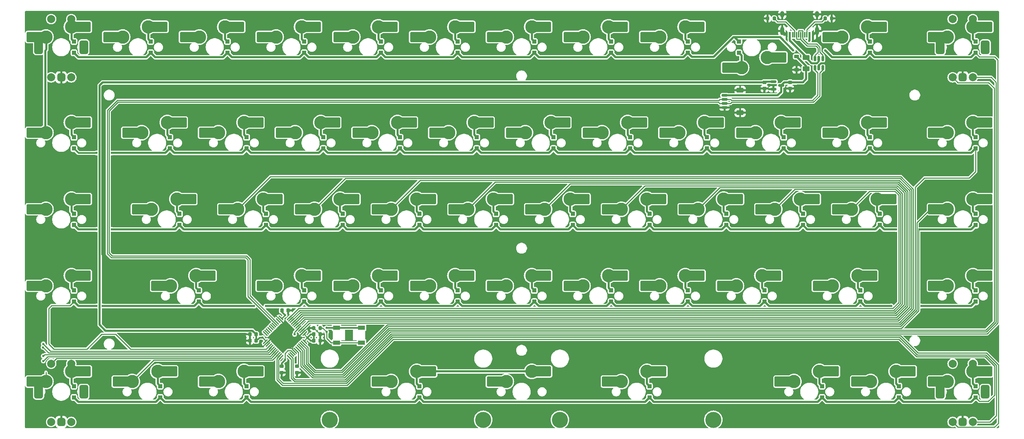
<source format=gbr>
%TF.GenerationSoftware,KiCad,Pcbnew,8.0.3*%
%TF.CreationDate,2024-09-04T21:35:23+02:00*%
%TF.ProjectId,alqaztraz,616c7161-7a74-4726-917a-2e6b69636164,rev?*%
%TF.SameCoordinates,Original*%
%TF.FileFunction,Copper,L2,Bot*%
%TF.FilePolarity,Positive*%
%FSLAX46Y46*%
G04 Gerber Fmt 4.6, Leading zero omitted, Abs format (unit mm)*
G04 Created by KiCad (PCBNEW 8.0.3) date 2024-09-04 21:35:23*
%MOMM*%
%LPD*%
G01*
G04 APERTURE LIST*
G04 Aperture macros list*
%AMRoundRect*
0 Rectangle with rounded corners*
0 $1 Rounding radius*
0 $2 $3 $4 $5 $6 $7 $8 $9 X,Y pos of 4 corners*
0 Add a 4 corners polygon primitive as box body*
4,1,4,$2,$3,$4,$5,$6,$7,$8,$9,$2,$3,0*
0 Add four circle primitives for the rounded corners*
1,1,$1+$1,$2,$3*
1,1,$1+$1,$4,$5*
1,1,$1+$1,$6,$7*
1,1,$1+$1,$8,$9*
0 Add four rect primitives between the rounded corners*
20,1,$1+$1,$2,$3,$4,$5,0*
20,1,$1+$1,$4,$5,$6,$7,0*
20,1,$1+$1,$6,$7,$8,$9,0*
20,1,$1+$1,$8,$9,$2,$3,0*%
G04 Aperture macros list end*
%TA.AperFunction,ComponentPad*%
%ADD10C,2.000000*%
%TD*%
%TA.AperFunction,ComponentPad*%
%ADD11RoundRect,0.500000X0.500000X-0.500000X0.500000X0.500000X-0.500000X0.500000X-0.500000X-0.500000X0*%
%TD*%
%TA.AperFunction,ComponentPad*%
%ADD12RoundRect,0.550000X0.550000X-1.150000X0.550000X1.150000X-0.550000X1.150000X-0.550000X-1.150000X0*%
%TD*%
%TA.AperFunction,ComponentPad*%
%ADD13C,4.000000*%
%TD*%
%TA.AperFunction,SMDPad,CuDef*%
%ADD14RoundRect,0.250000X0.300000X-0.300000X0.300000X0.300000X-0.300000X0.300000X-0.300000X-0.300000X0*%
%TD*%
%TA.AperFunction,ComponentPad*%
%ADD15C,3.300000*%
%TD*%
%TA.AperFunction,SMDPad,CuDef*%
%ADD16R,1.650000X2.500000*%
%TD*%
%TA.AperFunction,SMDPad,CuDef*%
%ADD17RoundRect,0.250000X1.025000X1.000000X-1.025000X1.000000X-1.025000X-1.000000X1.025000X-1.000000X0*%
%TD*%
%TA.AperFunction,SMDPad,CuDef*%
%ADD18RoundRect,0.225000X-0.225000X-0.250000X0.225000X-0.250000X0.225000X0.250000X-0.225000X0.250000X0*%
%TD*%
%TA.AperFunction,SMDPad,CuDef*%
%ADD19RoundRect,0.225000X0.250000X-0.225000X0.250000X0.225000X-0.250000X0.225000X-0.250000X-0.225000X0*%
%TD*%
%TA.AperFunction,SMDPad,CuDef*%
%ADD20RoundRect,0.200000X-0.200000X-0.275000X0.200000X-0.275000X0.200000X0.275000X-0.200000X0.275000X0*%
%TD*%
%TA.AperFunction,SMDPad,CuDef*%
%ADD21RoundRect,0.200000X0.200000X0.275000X-0.200000X0.275000X-0.200000X-0.275000X0.200000X-0.275000X0*%
%TD*%
%TA.AperFunction,SMDPad,CuDef*%
%ADD22RoundRect,0.250000X-0.625000X0.375000X-0.625000X-0.375000X0.625000X-0.375000X0.625000X0.375000X0*%
%TD*%
%TA.AperFunction,SMDPad,CuDef*%
%ADD23R,1.800000X1.100000*%
%TD*%
%TA.AperFunction,SMDPad,CuDef*%
%ADD24RoundRect,0.150000X0.150000X-0.512500X0.150000X0.512500X-0.150000X0.512500X-0.150000X-0.512500X0*%
%TD*%
%TA.AperFunction,SMDPad,CuDef*%
%ADD25RoundRect,0.225000X0.225000X0.250000X-0.225000X0.250000X-0.225000X-0.250000X0.225000X-0.250000X0*%
%TD*%
%TA.AperFunction,SMDPad,CuDef*%
%ADD26RoundRect,0.225000X-0.375000X0.225000X-0.375000X-0.225000X0.375000X-0.225000X0.375000X0.225000X0*%
%TD*%
%TA.AperFunction,SMDPad,CuDef*%
%ADD27R,0.600000X1.450000*%
%TD*%
%TA.AperFunction,SMDPad,CuDef*%
%ADD28R,0.300000X1.450000*%
%TD*%
%TA.AperFunction,ComponentPad*%
%ADD29O,1.000000X1.600000*%
%TD*%
%TA.AperFunction,ComponentPad*%
%ADD30O,1.000000X2.100000*%
%TD*%
%TA.AperFunction,SMDPad,CuDef*%
%ADD31RoundRect,0.250000X-1.025000X-1.000000X1.025000X-1.000000X1.025000X1.000000X-1.025000X1.000000X0*%
%TD*%
%TA.AperFunction,SMDPad,CuDef*%
%ADD32RoundRect,0.250000X-0.300000X0.300000X-0.300000X-0.300000X0.300000X-0.300000X0.300000X0.300000X0*%
%TD*%
%TA.AperFunction,SMDPad,CuDef*%
%ADD33RoundRect,0.225000X-0.250000X0.225000X-0.250000X-0.225000X0.250000X-0.225000X0.250000X0.225000X0*%
%TD*%
%TA.AperFunction,SMDPad,CuDef*%
%ADD34RoundRect,0.075000X0.521491X-0.415425X-0.415425X0.521491X-0.521491X0.415425X0.415425X-0.521491X0*%
%TD*%
%TA.AperFunction,SMDPad,CuDef*%
%ADD35RoundRect,0.075000X0.521491X0.415425X0.415425X0.521491X-0.521491X-0.415425X-0.415425X-0.521491X0*%
%TD*%
%TA.AperFunction,SMDPad,CuDef*%
%ADD36RoundRect,0.150000X-0.625000X0.150000X-0.625000X-0.150000X0.625000X-0.150000X0.625000X0.150000X0*%
%TD*%
%TA.AperFunction,SMDPad,CuDef*%
%ADD37RoundRect,0.250000X-0.650000X0.350000X-0.650000X-0.350000X0.650000X-0.350000X0.650000X0.350000X0*%
%TD*%
%TA.AperFunction,SMDPad,CuDef*%
%ADD38RoundRect,0.150000X-0.587500X-0.150000X0.587500X-0.150000X0.587500X0.150000X-0.587500X0.150000X0*%
%TD*%
%TA.AperFunction,ViaPad*%
%ADD39C,0.600000*%
%TD*%
%TA.AperFunction,Conductor*%
%ADD40C,0.500000*%
%TD*%
%TA.AperFunction,Conductor*%
%ADD41C,0.250000*%
%TD*%
%TA.AperFunction,Conductor*%
%ADD42C,0.381000*%
%TD*%
G04 APERTURE END LIST*
D10*
%TO.P,SW2,A,A*%
%TO.N,rC*%
X262612500Y-40837500D03*
%TO.P,SW2,B,B*%
%TO.N,rD*%
X267612500Y-40837500D03*
D11*
%TO.P,SW2,C,C*%
%TO.N,GND*%
X265112500Y-40837500D03*
D12*
%TO.P,SW2,MP*%
%TO.N,N/C*%
X259512500Y-33337500D03*
X270712500Y-33337500D03*
D10*
%TO.P,SW2,S1,S1*%
%TO.N,row2*%
X267612500Y-26337500D03*
%TO.P,SW2,S2,S2*%
%TO.N,COL11*%
X262612500Y-26337500D03*
%TD*%
D13*
%TO.P,S2,*%
%TO.N,*%
X203200000Y-126047500D03*
X165100000Y-126047500D03*
%TD*%
%TO.P,S1,*%
%TO.N,*%
X146050000Y-126047500D03*
X107950000Y-126047500D03*
%TD*%
D10*
%TO.P,SW1,A,A*%
%TO.N,rA*%
X38775000Y-40837500D03*
%TO.P,SW1,B,B*%
%TO.N,rB*%
X43775000Y-40837500D03*
D11*
%TO.P,SW1,C,C*%
%TO.N,GND*%
X41275000Y-40837500D03*
D12*
%TO.P,SW1,MP*%
%TO.N,N/C*%
X35675000Y-33337500D03*
X46875000Y-33337500D03*
D10*
%TO.P,SW1,S1,S1*%
%TO.N,row1*%
X43775000Y-26337500D03*
%TO.P,SW1,S2,S2*%
%TO.N,COL0*%
X38775000Y-26337500D03*
%TD*%
%TO.P,SW4,A,A*%
%TO.N,rE*%
X38775000Y-126562500D03*
%TO.P,SW4,B,B*%
%TO.N,rF*%
X43775000Y-126562500D03*
D11*
%TO.P,SW4,C,C*%
%TO.N,GND*%
X41275000Y-126562500D03*
D12*
%TO.P,SW4,MP*%
%TO.N,N/C*%
X35675000Y-119062500D03*
X46875000Y-119062500D03*
D10*
%TO.P,SW4,S1,S1*%
%TO.N,row3*%
X43775000Y-112062500D03*
%TO.P,SW4,S2,S2*%
%TO.N,COL0*%
X38775000Y-112062500D03*
%TD*%
%TO.P,SW3,A,A*%
%TO.N,rG*%
X262612500Y-126562500D03*
%TO.P,SW3,B,B*%
%TO.N,rH*%
X267612500Y-126562500D03*
D11*
%TO.P,SW3,C,C*%
%TO.N,GND*%
X265112500Y-126562500D03*
D12*
%TO.P,SW3,MP*%
%TO.N,N/C*%
X259512500Y-119062500D03*
X270712500Y-119062500D03*
D10*
%TO.P,SW3,S1,S1*%
%TO.N,row4*%
X267612500Y-112062500D03*
%TO.P,SW3,S2,S2*%
%TO.N,COL11*%
X262612500Y-112062500D03*
%TD*%
D14*
%TO.P,D55,1,K*%
%TO.N,ROW4*%
X268287500Y-120462500D03*
%TO.P,D55,2,A*%
%TO.N,row4*%
X268287500Y-117662500D03*
%TD*%
D15*
%TO.P,MX54,1,1*%
%TO.N,COL9*%
X242252500Y-116522500D03*
D16*
X240427500Y-116522500D03*
D17*
X238702500Y-116522500D03*
%TO.P,MX54,2,2*%
%TO.N,Net-(D54-A)*%
X252152500Y-113982500D03*
D16*
X250402500Y-113982500D03*
D15*
X248602500Y-113982500D03*
%TD*%
D14*
%TO.P,D54,1,K*%
%TO.N,ROW4*%
X249237500Y-120462500D03*
%TO.P,D54,2,A*%
%TO.N,Net-(D54-A)*%
X249237500Y-117662500D03*
%TD*%
D15*
%TO.P,MX27,1,1*%
%TO.N,COL2*%
X85090000Y-73660000D03*
D16*
X83265000Y-73660000D03*
D17*
X81540000Y-73660000D03*
%TO.P,MX27,2,2*%
%TO.N,Net-(D27-A)*%
X94990000Y-71120000D03*
D16*
X93240000Y-71120000D03*
D15*
X91440000Y-71120000D03*
%TD*%
D14*
%TO.P,D8,1,K*%
%TO.N,ROW0*%
X177800000Y-34737500D03*
%TO.P,D8,2,A*%
%TO.N,Net-(D8-A)*%
X177800000Y-31937500D03*
%TD*%
D15*
%TO.P,MX18,1,1*%
%TO.N,COL5*%
X137477500Y-54610000D03*
D16*
X135652500Y-54610000D03*
D17*
X133927500Y-54610000D03*
%TO.P,MX18,2,2*%
%TO.N,Net-(D18-A)*%
X147377500Y-52070000D03*
D16*
X145627500Y-52070000D03*
D15*
X143827500Y-52070000D03*
%TD*%
%TO.P,MX20,1,1*%
%TO.N,COL7*%
X175577500Y-54610000D03*
D16*
X173752500Y-54610000D03*
D17*
X172027500Y-54610000D03*
%TO.P,MX20,2,2*%
%TO.N,Net-(D20-A)*%
X185477500Y-52070000D03*
D16*
X183727500Y-52070000D03*
D15*
X181927500Y-52070000D03*
%TD*%
D14*
%TO.P,D21,1,K*%
%TO.N,ROW1*%
X201612500Y-58550000D03*
%TO.P,D21,2,A*%
%TO.N,Net-(D21-A)*%
X201612500Y-55750000D03*
%TD*%
%TO.P,D30,1,K*%
%TO.N,ROW2*%
X149225000Y-77600000D03*
%TO.P,D30,2,A*%
%TO.N,Net-(D30-A)*%
X149225000Y-74800000D03*
%TD*%
%TO.P,D19,1,K*%
%TO.N,ROW1*%
X163512500Y-58550000D03*
%TO.P,D19,2,A*%
%TO.N,Net-(D19-A)*%
X163512500Y-55750000D03*
%TD*%
%TO.P,D42,1,K*%
%TO.N,ROW3*%
X158750000Y-96650000D03*
%TO.P,D42,2,A*%
%TO.N,Net-(D42-A)*%
X158750000Y-93850000D03*
%TD*%
D18*
%TO.P,C11,1*%
%TO.N,+3V3*%
X96081250Y-98825000D03*
%TO.P,C11,2*%
%TO.N,GND*%
X97631250Y-98825000D03*
%TD*%
D15*
%TO.P,MX51,1,1*%
%TO.N,COL4*%
X123190000Y-116522500D03*
D16*
X121365000Y-116522500D03*
D17*
X119640000Y-116522500D03*
%TO.P,MX51,2,2*%
%TO.N,Net-(D51-A)*%
X133090000Y-113982500D03*
D16*
X131340000Y-113982500D03*
D15*
X129540000Y-113982500D03*
%TD*%
%TO.P,MX24,1,1*%
%TO.N,COL11*%
X261302500Y-54610000D03*
D16*
X259477500Y-54610000D03*
D17*
X257752500Y-54610000D03*
%TO.P,MX24,2,2*%
%TO.N,Net-(D24-A)*%
X271202500Y-52070000D03*
D16*
X269452500Y-52070000D03*
D15*
X267652500Y-52070000D03*
%TD*%
D19*
%TO.P,C2,1*%
%TO.N,GND*%
X222250000Y-43637500D03*
%TO.P,C2,2*%
%TO.N,+5V*%
X222250000Y-42087500D03*
%TD*%
D20*
%TO.P,R2,1*%
%TO.N,/CC2*%
X230950000Y-26193750D03*
%TO.P,R2,2*%
%TO.N,GND*%
X232600000Y-26193750D03*
%TD*%
D15*
%TO.P,MX7,1,1*%
%TO.N,COL6*%
X151765000Y-30797500D03*
D16*
X149940000Y-30797500D03*
D17*
X148215000Y-30797500D03*
%TO.P,MX7,2,2*%
%TO.N,Net-(D7-A)*%
X161665000Y-28257500D03*
D16*
X159915000Y-28257500D03*
D15*
X158115000Y-28257500D03*
%TD*%
D21*
%TO.P,R3,1*%
%TO.N,BOOT0*%
X105600000Y-103187500D03*
%TO.P,R3,2*%
%TO.N,GND*%
X103950000Y-103187500D03*
%TD*%
D15*
%TO.P,MX46,1,1*%
%TO.N,COL9*%
X232727500Y-92710000D03*
D16*
X230902500Y-92710000D03*
D17*
X229177500Y-92710000D03*
%TO.P,MX46,2,2*%
%TO.N,Net-(D46-A)*%
X242627500Y-90170000D03*
D16*
X240877500Y-90170000D03*
D15*
X239077500Y-90170000D03*
%TD*%
%TO.P,MX29,1,1*%
%TO.N,COL4*%
X123190000Y-73660000D03*
D16*
X121365000Y-73660000D03*
D17*
X119640000Y-73660000D03*
%TO.P,MX29,2,2*%
%TO.N,Net-(D29-A)*%
X133090000Y-71120000D03*
D16*
X131340000Y-71120000D03*
D15*
X129540000Y-71120000D03*
%TD*%
D14*
%TO.P,D25,1,K*%
%TO.N,ROW2*%
X44450000Y-77600000D03*
%TO.P,D25,2,A*%
%TO.N,Net-(D25-A)*%
X44450000Y-74800000D03*
%TD*%
%TO.P,D45,1,K*%
%TO.N,ROW3*%
X215900000Y-96650000D03*
%TO.P,D45,2,A*%
%TO.N,Net-(D45-A)*%
X215900000Y-93850000D03*
%TD*%
%TO.P,D35,1,K*%
%TO.N,ROW2*%
X244475000Y-77600000D03*
%TO.P,D35,2,A*%
%TO.N,Net-(D35-A)*%
X244475000Y-74800000D03*
%TD*%
%TO.P,D9,1,K*%
%TO.N,ROW0*%
X196850000Y-34737500D03*
%TO.P,D9,2,A*%
%TO.N,Net-(D9-A)*%
X196850000Y-31937500D03*
%TD*%
%TO.P,D39,1,K*%
%TO.N,ROW3*%
X101600000Y-96650000D03*
%TO.P,D39,2,A*%
%TO.N,Net-(D39-A)*%
X101600000Y-93850000D03*
%TD*%
D15*
%TO.P,MX38,1,1*%
%TO.N,COL1*%
X68421250Y-92710000D03*
D16*
X66596250Y-92710000D03*
D17*
X64871250Y-92710000D03*
%TO.P,MX38,2,2*%
%TO.N,Net-(D38-A)*%
X78321250Y-90170000D03*
D16*
X76571250Y-90170000D03*
D15*
X74771250Y-90170000D03*
%TD*%
%TO.P,MX40,1,1*%
%TO.N,COL3*%
X113665000Y-92710000D03*
D16*
X111840000Y-92710000D03*
D17*
X110115000Y-92710000D03*
%TO.P,MX40,2,2*%
%TO.N,Net-(D40-A)*%
X123565000Y-90170000D03*
D16*
X121815000Y-90170000D03*
D15*
X120015000Y-90170000D03*
%TD*%
D22*
%TO.P,F1,1*%
%TO.N,VBUS*%
X226218750Y-35906250D03*
%TO.P,F1,2*%
%TO.N,+5V*%
X226218750Y-38706250D03*
%TD*%
D15*
%TO.P,MX45,1,1*%
%TO.N,COL8*%
X208915000Y-92710000D03*
D16*
X207090000Y-92710000D03*
D17*
X205365000Y-92710000D03*
%TO.P,MX45,2,2*%
%TO.N,Net-(D45-A)*%
X218815000Y-90170000D03*
D16*
X217065000Y-90170000D03*
D15*
X215265000Y-90170000D03*
%TD*%
D14*
%TO.P,D1,1,K*%
%TO.N,ROW0*%
X44450000Y-34737500D03*
%TO.P,D1,2,A*%
%TO.N,row1*%
X44450000Y-31937500D03*
%TD*%
D15*
%TO.P,MX3,1,1*%
%TO.N,COL2*%
X75565000Y-30797500D03*
D16*
X73740000Y-30797500D03*
D17*
X72015000Y-30797500D03*
%TO.P,MX3,2,2*%
%TO.N,Net-(D3-A)*%
X85465000Y-28257500D03*
D16*
X83715000Y-28257500D03*
D15*
X81915000Y-28257500D03*
%TD*%
%TO.P,MX15,1,1*%
%TO.N,COL2*%
X80327500Y-54610000D03*
D16*
X78502500Y-54610000D03*
D17*
X76777500Y-54610000D03*
%TO.P,MX15,2,2*%
%TO.N,Net-(D15-A)*%
X90227500Y-52070000D03*
D16*
X88477500Y-52070000D03*
D15*
X86677500Y-52070000D03*
%TD*%
D14*
%TO.P,D53,1,K*%
%TO.N,ROW4*%
X230187500Y-120462500D03*
%TO.P,D53,2,A*%
%TO.N,Net-(D53-A)*%
X230187500Y-117662500D03*
%TD*%
%TO.P,D50,1,K*%
%TO.N,ROW4*%
X87312500Y-120462500D03*
%TO.P,D50,2,A*%
%TO.N,Net-(D50-A)*%
X87312500Y-117662500D03*
%TD*%
D15*
%TO.P,MX33,1,1*%
%TO.N,COL8*%
X199390000Y-73660000D03*
D16*
X197565000Y-73660000D03*
D17*
X195840000Y-73660000D03*
%TO.P,MX33,2,2*%
%TO.N,Net-(D33-A)*%
X209290000Y-71120000D03*
D16*
X207540000Y-71120000D03*
D15*
X205740000Y-71120000D03*
%TD*%
D23*
%TO.P,SW5,1,1*%
%TO.N,+3V3*%
X115812500Y-103125000D03*
X109612500Y-103125000D03*
%TO.P,SW5,2,2*%
%TO.N,BOOT0*%
X115812500Y-106825000D03*
X109612500Y-106825000D03*
%TD*%
D15*
%TO.P,MX23,1,1*%
%TO.N,COL10*%
X235108750Y-54610000D03*
D16*
X233283750Y-54610000D03*
D17*
X231558750Y-54610000D03*
%TO.P,MX23,2,2*%
%TO.N,Net-(D23-A)*%
X245008750Y-52070000D03*
D16*
X243258750Y-52070000D03*
D15*
X241458750Y-52070000D03*
%TD*%
%TO.P,MX48,1,1*%
%TO.N,COL0*%
X37465000Y-116522500D03*
D16*
X35640000Y-116522500D03*
D17*
X33915000Y-116522500D03*
%TO.P,MX48,2,2*%
%TO.N,row3*%
X47365000Y-113982500D03*
D16*
X45615000Y-113982500D03*
D15*
X43815000Y-113982500D03*
%TD*%
D14*
%TO.P,D38,1,K*%
%TO.N,ROW3*%
X75406250Y-96650000D03*
%TO.P,D38,2,A*%
%TO.N,Net-(D38-A)*%
X75406250Y-93850000D03*
%TD*%
%TO.P,D12,1,K*%
%TO.N,ROW0*%
X268287500Y-34737500D03*
%TO.P,D12,2,A*%
%TO.N,row2*%
X268287500Y-31937500D03*
%TD*%
%TO.P,D31,1,K*%
%TO.N,ROW2*%
X168275000Y-77600000D03*
%TO.P,D31,2,A*%
%TO.N,Net-(D31-A)*%
X168275000Y-74800000D03*
%TD*%
%TO.P,D13,1,K*%
%TO.N,ROW1*%
X44450000Y-58550000D03*
%TO.P,D13,2,A*%
%TO.N,Net-(D13-A)*%
X44450000Y-55750000D03*
%TD*%
D24*
%TO.P,U2,1,I/O1*%
%TO.N,D_P*%
X230343750Y-38443750D03*
%TO.P,U2,2,GND*%
%TO.N,GND*%
X229393750Y-38443750D03*
%TO.P,U2,3,I/O2*%
%TO.N,D_N*%
X228443750Y-38443750D03*
%TO.P,U2,4,I/O2*%
%TO.N,D_USB_N*%
X228443750Y-36168750D03*
%TO.P,U2,5,VBUS*%
%TO.N,VBUS*%
X229393750Y-36168750D03*
%TO.P,U2,6,I/O1*%
%TO.N,D_USB_P*%
X230343750Y-36168750D03*
%TD*%
D14*
%TO.P,D49,1,K*%
%TO.N,ROW4*%
X65881250Y-120462500D03*
%TO.P,D49,2,A*%
%TO.N,Net-(D49-A)*%
X65881250Y-117662500D03*
%TD*%
%TO.P,D27,1,K*%
%TO.N,ROW2*%
X92075000Y-77600000D03*
%TO.P,D27,2,A*%
%TO.N,Net-(D27-A)*%
X92075000Y-74800000D03*
%TD*%
%TO.P,D18,1,K*%
%TO.N,ROW1*%
X144462500Y-58550000D03*
%TO.P,D18,2,A*%
%TO.N,Net-(D18-A)*%
X144462500Y-55750000D03*
%TD*%
D15*
%TO.P,MX31,1,1*%
%TO.N,COL6*%
X161290000Y-73660000D03*
D16*
X159465000Y-73660000D03*
D17*
X157740000Y-73660000D03*
%TO.P,MX31,2,2*%
%TO.N,Net-(D31-A)*%
X171190000Y-71120000D03*
D16*
X169440000Y-71120000D03*
D15*
X167640000Y-71120000D03*
%TD*%
%TO.P,MX52,1,1*%
%TO.N,COL6*%
X180340000Y-116522500D03*
D16*
X178515000Y-116522500D03*
D17*
X176790000Y-116522500D03*
%TO.P,MX52,2,2*%
%TO.N,Net-(D52-A)*%
X190240000Y-113982500D03*
D16*
X188490000Y-113982500D03*
D15*
X186690000Y-113982500D03*
%TD*%
D14*
%TO.P,D48,1,K*%
%TO.N,ROW4*%
X44450000Y-120462500D03*
%TO.P,D48,2,A*%
%TO.N,row3*%
X44450000Y-117662500D03*
%TD*%
%TO.P,D37,1,K*%
%TO.N,ROW3*%
X44450000Y-96650000D03*
%TO.P,D37,2,A*%
%TO.N,Net-(D37-A)*%
X44450000Y-93850000D03*
%TD*%
D15*
%TO.P,MX37,1,1*%
%TO.N,COL0*%
X37465000Y-92710000D03*
D16*
X35640000Y-92710000D03*
D17*
X33915000Y-92710000D03*
%TO.P,MX37,2,2*%
%TO.N,Net-(D37-A)*%
X47365000Y-90170000D03*
D16*
X45615000Y-90170000D03*
D15*
X43815000Y-90170000D03*
%TD*%
D14*
%TO.P,D23,1,K*%
%TO.N,ROW1*%
X242093750Y-58550000D03*
%TO.P,D23,2,A*%
%TO.N,Net-(D23-A)*%
X242093750Y-55750000D03*
%TD*%
D15*
%TO.P,MX56,1,1*%
%TO.N,COL4*%
X151765000Y-116522500D03*
D16*
X149940000Y-116522500D03*
D17*
X148215000Y-116522500D03*
%TO.P,MX56,2,2*%
%TO.N,Net-(D51-A)*%
X161665000Y-113982500D03*
D16*
X159915000Y-113982500D03*
D15*
X158115000Y-113982500D03*
%TD*%
%TO.P,MX9,1,1*%
%TO.N,COL8*%
X189865000Y-30797500D03*
D16*
X188040000Y-30797500D03*
D17*
X186315000Y-30797500D03*
%TO.P,MX9,2,2*%
%TO.N,Net-(D9-A)*%
X199765000Y-28257500D03*
D16*
X198015000Y-28257500D03*
D15*
X196215000Y-28257500D03*
%TD*%
D14*
%TO.P,D34,1,K*%
%TO.N,ROW2*%
X225425000Y-77600000D03*
%TO.P,D34,2,A*%
%TO.N,Net-(D34-A)*%
X225425000Y-74800000D03*
%TD*%
D15*
%TO.P,MX30,1,1*%
%TO.N,COL5*%
X142240000Y-73660000D03*
D16*
X140415000Y-73660000D03*
D17*
X138690000Y-73660000D03*
%TO.P,MX30,2,2*%
%TO.N,Net-(D30-A)*%
X152140000Y-71120000D03*
D16*
X150390000Y-71120000D03*
D15*
X148590000Y-71120000D03*
%TD*%
%TO.P,MX5,1,1*%
%TO.N,COL4*%
X113665000Y-30797500D03*
D16*
X111840000Y-30797500D03*
D17*
X110115000Y-30797500D03*
%TO.P,MX5,2,2*%
%TO.N,Net-(D5-A)*%
X123565000Y-28257500D03*
D16*
X121815000Y-28257500D03*
D15*
X120015000Y-28257500D03*
%TD*%
%TO.P,MX12,1,1*%
%TO.N,COL11*%
X261302500Y-30797500D03*
D16*
X259477500Y-30797500D03*
D17*
X257752500Y-30797500D03*
%TO.P,MX12,2,2*%
%TO.N,row2*%
X271202500Y-28257500D03*
D16*
X269452500Y-28257500D03*
D15*
X267652500Y-28257500D03*
%TD*%
%TO.P,MX39,1,1*%
%TO.N,COL2*%
X94615000Y-92710000D03*
D16*
X92790000Y-92710000D03*
D17*
X91065000Y-92710000D03*
%TO.P,MX39,2,2*%
%TO.N,Net-(D39-A)*%
X104515000Y-90170000D03*
D16*
X102765000Y-90170000D03*
D15*
X100965000Y-90170000D03*
%TD*%
%TO.P,MX6,1,1*%
%TO.N,COL5*%
X132715000Y-30797500D03*
D16*
X130890000Y-30797500D03*
D17*
X129165000Y-30797500D03*
%TO.P,MX6,2,2*%
%TO.N,Net-(D6-A)*%
X142615000Y-28257500D03*
D16*
X140865000Y-28257500D03*
D15*
X139065000Y-28257500D03*
%TD*%
%TO.P,MX49,1,1*%
%TO.N,COL1*%
X58896250Y-116522500D03*
D16*
X57071250Y-116522500D03*
D17*
X55346250Y-116522500D03*
%TO.P,MX49,2,2*%
%TO.N,Net-(D49-A)*%
X68796250Y-113982500D03*
D16*
X67046250Y-113982500D03*
D15*
X65246250Y-113982500D03*
%TD*%
D14*
%TO.P,D29,1,K*%
%TO.N,ROW2*%
X130175000Y-77600000D03*
%TO.P,D29,2,A*%
%TO.N,Net-(D29-A)*%
X130175000Y-74800000D03*
%TD*%
D15*
%TO.P,MX44,1,1*%
%TO.N,COL7*%
X189865000Y-92710000D03*
D16*
X188040000Y-92710000D03*
D17*
X186315000Y-92710000D03*
%TO.P,MX44,2,2*%
%TO.N,Net-(D44-A)*%
X199765000Y-90170000D03*
D16*
X198015000Y-90170000D03*
D15*
X196215000Y-90170000D03*
%TD*%
D18*
%TO.P,C12,1*%
%TO.N,+3V3*%
X104000000Y-106362500D03*
%TO.P,C12,2*%
%TO.N,GND*%
X105550000Y-106362500D03*
%TD*%
D15*
%TO.P,MX36,1,1*%
%TO.N,COL11*%
X261302500Y-73660000D03*
D16*
X259477500Y-73660000D03*
D17*
X257752500Y-73660000D03*
%TO.P,MX36,2,2*%
%TO.N,Net-(D36-A)*%
X271202500Y-71120000D03*
D16*
X269452500Y-71120000D03*
D15*
X267652500Y-71120000D03*
%TD*%
D14*
%TO.P,D15,1,K*%
%TO.N,ROW1*%
X87312500Y-58550000D03*
%TO.P,D15,2,A*%
%TO.N,Net-(D15-A)*%
X87312500Y-55750000D03*
%TD*%
D15*
%TO.P,MX43,1,1*%
%TO.N,COL6*%
X170815000Y-92710000D03*
D16*
X168990000Y-92710000D03*
D17*
X167265000Y-92710000D03*
%TO.P,MX43,2,2*%
%TO.N,Net-(D43-A)*%
X180715000Y-90170000D03*
D16*
X178965000Y-90170000D03*
D15*
X177165000Y-90170000D03*
%TD*%
%TO.P,MX21,1,1*%
%TO.N,COL8*%
X194627500Y-54610000D03*
D16*
X192802500Y-54610000D03*
D17*
X191077500Y-54610000D03*
%TO.P,MX21,2,2*%
%TO.N,Net-(D21-A)*%
X204527500Y-52070000D03*
D16*
X202777500Y-52070000D03*
D15*
X200977500Y-52070000D03*
%TD*%
D14*
%TO.P,D16,1,K*%
%TO.N,ROW1*%
X106362500Y-58550000D03*
%TO.P,D16,2,A*%
%TO.N,Net-(D16-A)*%
X106362500Y-55750000D03*
%TD*%
%TO.P,D20,1,K*%
%TO.N,ROW1*%
X182562500Y-58550000D03*
%TO.P,D20,2,A*%
%TO.N,Net-(D20-A)*%
X182562500Y-55750000D03*
%TD*%
D25*
%TO.P,C15,1*%
%TO.N,+3V3*%
X89675000Y-106362500D03*
%TO.P,C15,2*%
%TO.N,GND*%
X88125000Y-106362500D03*
%TD*%
D14*
%TO.P,D36,1,K*%
%TO.N,ROW2*%
X268287500Y-77600000D03*
%TO.P,D36,2,A*%
%TO.N,Net-(D36-A)*%
X268287500Y-74800000D03*
%TD*%
D15*
%TO.P,MX13,1,1*%
%TO.N,COL0*%
X37465000Y-54610000D03*
D16*
X35640000Y-54610000D03*
D17*
X33915000Y-54610000D03*
%TO.P,MX13,2,2*%
%TO.N,Net-(D13-A)*%
X47365000Y-52070000D03*
D16*
X45615000Y-52070000D03*
D15*
X43815000Y-52070000D03*
%TD*%
D14*
%TO.P,D46,1,K*%
%TO.N,ROW3*%
X239712500Y-96650000D03*
%TO.P,D46,2,A*%
%TO.N,Net-(D46-A)*%
X239712500Y-93850000D03*
%TD*%
%TO.P,D6,1,K*%
%TO.N,ROW0*%
X139700000Y-34737500D03*
%TO.P,D6,2,A*%
%TO.N,Net-(D6-A)*%
X139700000Y-31937500D03*
%TD*%
%TO.P,D26,1,K*%
%TO.N,ROW2*%
X70643750Y-77600000D03*
%TO.P,D26,2,A*%
%TO.N,Net-(D26-A)*%
X70643750Y-74800000D03*
%TD*%
D15*
%TO.P,MX28,1,1*%
%TO.N,COL3*%
X104140000Y-73660000D03*
D16*
X102315000Y-73660000D03*
D17*
X100590000Y-73660000D03*
%TO.P,MX28,2,2*%
%TO.N,Net-(D28-A)*%
X114040000Y-71120000D03*
D16*
X112290000Y-71120000D03*
D15*
X110490000Y-71120000D03*
%TD*%
%TO.P,MX42,1,1*%
%TO.N,COL5*%
X151765000Y-92710000D03*
D16*
X149940000Y-92710000D03*
D17*
X148215000Y-92710000D03*
%TO.P,MX42,2,2*%
%TO.N,Net-(D42-A)*%
X161665000Y-90170000D03*
D16*
X159915000Y-90170000D03*
D15*
X158115000Y-90170000D03*
%TD*%
%TO.P,MX34,1,1*%
%TO.N,COL9*%
X218440000Y-73660000D03*
D16*
X216615000Y-73660000D03*
D17*
X214890000Y-73660000D03*
%TO.P,MX34,2,2*%
%TO.N,Net-(D34-A)*%
X228340000Y-71120000D03*
D16*
X226590000Y-71120000D03*
D15*
X224790000Y-71120000D03*
%TD*%
D14*
%TO.P,D5,1,K*%
%TO.N,ROW0*%
X120650000Y-34737500D03*
%TO.P,D5,2,A*%
%TO.N,Net-(D5-A)*%
X120650000Y-31937500D03*
%TD*%
%TO.P,D52,1,K*%
%TO.N,ROW4*%
X187325000Y-120462500D03*
%TO.P,D52,2,A*%
%TO.N,Net-(D52-A)*%
X187325000Y-117662500D03*
%TD*%
%TO.P,D47,1,K*%
%TO.N,ROW3*%
X268287500Y-96650000D03*
%TO.P,D47,2,A*%
%TO.N,Net-(D47-A)*%
X268287500Y-93850000D03*
%TD*%
D15*
%TO.P,MX53,1,1*%
%TO.N,COL8*%
X223202500Y-116522500D03*
D16*
X221377500Y-116522500D03*
D17*
X219652500Y-116522500D03*
%TO.P,MX53,2,2*%
%TO.N,Net-(D53-A)*%
X233102500Y-113982500D03*
D16*
X231352500Y-113982500D03*
D15*
X229552500Y-113982500D03*
%TD*%
D26*
%TO.P,D_PWR1,1,A1*%
%TO.N,+5V*%
X223837500Y-35656250D03*
%TO.P,D_PWR1,2,A2*%
%TO.N,GND*%
X223837500Y-38956250D03*
%TD*%
D14*
%TO.P,D24,1,K*%
%TO.N,ROW1*%
X268287500Y-58550000D03*
%TO.P,D24,2,A*%
%TO.N,Net-(D24-A)*%
X268287500Y-55750000D03*
%TD*%
%TO.P,D4,1,K*%
%TO.N,ROW0*%
X101600000Y-34737500D03*
%TO.P,D4,2,A*%
%TO.N,Net-(D4-A)*%
X101600000Y-31937500D03*
%TD*%
D27*
%TO.P,J1,A1,GND*%
%TO.N,GND*%
X221381250Y-30238750D03*
%TO.P,J1,A4,VBUS*%
%TO.N,VBUS*%
X222181250Y-30238750D03*
D28*
%TO.P,J1,A5,CC1*%
%TO.N,/CC1*%
X223381250Y-30238750D03*
%TO.P,J1,A6,D+*%
%TO.N,D_USB_P*%
X224381250Y-30238750D03*
%TO.P,J1,A7,D-*%
%TO.N,D_USB_N*%
X224881250Y-30238750D03*
%TO.P,J1,A8,SBU1*%
%TO.N,unconnected-(J1-SBU1-PadA8)*%
X225881250Y-30238750D03*
D27*
%TO.P,J1,A9,VBUS*%
%TO.N,VBUS*%
X227081250Y-30238750D03*
%TO.P,J1,A12,GND*%
%TO.N,GND*%
X227881250Y-30238750D03*
%TO.P,J1,B1,GND*%
X227881250Y-30238750D03*
%TO.P,J1,B4,VBUS*%
%TO.N,VBUS*%
X227081250Y-30238750D03*
D28*
%TO.P,J1,B5,CC2*%
%TO.N,/CC2*%
X226381250Y-30238750D03*
%TO.P,J1,B6,D+*%
%TO.N,D_USB_P*%
X225381250Y-30238750D03*
%TO.P,J1,B7,D-*%
%TO.N,D_USB_N*%
X223881250Y-30238750D03*
%TO.P,J1,B8,SBU2*%
%TO.N,unconnected-(J1-SBU2-PadB8)*%
X222881250Y-30238750D03*
D27*
%TO.P,J1,B9,VBUS*%
%TO.N,VBUS*%
X222181250Y-30238750D03*
%TO.P,J1,B12,GND*%
%TO.N,GND*%
X221381250Y-30238750D03*
D29*
%TO.P,J1,S1,SHIELD*%
X220311250Y-25143750D03*
D30*
X220311250Y-29323750D03*
D29*
X228951250Y-25143750D03*
D30*
X228951250Y-29323750D03*
%TD*%
D15*
%TO.P,MX47,1,1*%
%TO.N,COL11*%
X261302500Y-92710000D03*
D16*
X259477500Y-92710000D03*
D17*
X257752500Y-92710000D03*
%TO.P,MX47,2,2*%
%TO.N,Net-(D47-A)*%
X271202500Y-90170000D03*
D16*
X269452500Y-90170000D03*
D15*
X267652500Y-90170000D03*
%TD*%
D14*
%TO.P,D28,1,K*%
%TO.N,ROW2*%
X111125000Y-77600000D03*
%TO.P,D28,2,A*%
%TO.N,Net-(D28-A)*%
X111125000Y-74800000D03*
%TD*%
%TO.P,D11,1,K*%
%TO.N,ROW0*%
X242093750Y-34737500D03*
%TO.P,D11,2,A*%
%TO.N,Net-(D11-A)*%
X242093750Y-31937500D03*
%TD*%
D15*
%TO.P,MX32,1,1*%
%TO.N,COL7*%
X180340000Y-73660000D03*
D16*
X178515000Y-73660000D03*
D17*
X176790000Y-73660000D03*
%TO.P,MX32,2,2*%
%TO.N,Net-(D32-A)*%
X190240000Y-71120000D03*
D16*
X188490000Y-71120000D03*
D15*
X186690000Y-71120000D03*
%TD*%
D14*
%TO.P,D3,1,K*%
%TO.N,ROW0*%
X82550000Y-34737500D03*
%TO.P,D3,2,A*%
%TO.N,Net-(D3-A)*%
X82550000Y-31937500D03*
%TD*%
D15*
%TO.P,MX25,1,1*%
%TO.N,COL0*%
X37465000Y-73660000D03*
D16*
X35640000Y-73660000D03*
D17*
X33915000Y-73660000D03*
%TO.P,MX25,2,2*%
%TO.N,Net-(D25-A)*%
X47365000Y-71120000D03*
D16*
X45615000Y-71120000D03*
D15*
X43815000Y-71120000D03*
%TD*%
D14*
%TO.P,D40,1,K*%
%TO.N,ROW3*%
X120650000Y-96650000D03*
%TO.P,D40,2,A*%
%TO.N,Net-(D40-A)*%
X120650000Y-93850000D03*
%TD*%
%TO.P,D7,1,K*%
%TO.N,ROW0*%
X158750000Y-34737500D03*
%TO.P,D7,2,A*%
%TO.N,Net-(D7-A)*%
X158750000Y-31937500D03*
%TD*%
D15*
%TO.P,MX26,1,1*%
%TO.N,COL1*%
X63658750Y-73660000D03*
D16*
X61833750Y-73660000D03*
D17*
X60108750Y-73660000D03*
%TO.P,MX26,2,2*%
%TO.N,Net-(D26-A)*%
X73558750Y-71120000D03*
D16*
X71808750Y-71120000D03*
D15*
X70008750Y-71120000D03*
%TD*%
%TO.P,MX10,1,1*%
%TO.N,COL9*%
X216535000Y-35877500D03*
D16*
X218360000Y-35877500D03*
D31*
X220085000Y-35877500D03*
%TO.P,MX10,2,2*%
%TO.N,Net-(D10-A)*%
X206635000Y-38417500D03*
D16*
X208385000Y-38417500D03*
D15*
X210185000Y-38417500D03*
%TD*%
%TO.P,MX14,1,1*%
%TO.N,COL1*%
X61277500Y-54610000D03*
D16*
X59452500Y-54610000D03*
D17*
X57727500Y-54610000D03*
%TO.P,MX14,2,2*%
%TO.N,Net-(D14-A)*%
X71177500Y-52070000D03*
D16*
X69427500Y-52070000D03*
D15*
X67627500Y-52070000D03*
%TD*%
D21*
%TO.P,R1,1*%
%TO.N,/CC1*%
X218312500Y-26193750D03*
%TO.P,R1,2*%
%TO.N,GND*%
X216662500Y-26193750D03*
%TD*%
D14*
%TO.P,D14,1,K*%
%TO.N,ROW1*%
X68262500Y-58550000D03*
%TO.P,D14,2,A*%
%TO.N,Net-(D14-A)*%
X68262500Y-55750000D03*
%TD*%
D32*
%TO.P,D10,1,K*%
%TO.N,ROW0*%
X209550000Y-31937500D03*
%TO.P,D10,2,A*%
%TO.N,Net-(D10-A)*%
X209550000Y-34737500D03*
%TD*%
D15*
%TO.P,MX1,1,1*%
%TO.N,COL0*%
X37465000Y-30797500D03*
D16*
X35640000Y-30797500D03*
D17*
X33915000Y-30797500D03*
%TO.P,MX1,2,2*%
%TO.N,row1*%
X47365000Y-28257500D03*
D16*
X45615000Y-28257500D03*
D15*
X43815000Y-28257500D03*
%TD*%
D33*
%TO.P,C14,1*%
%TO.N,+3V3*%
X96043750Y-112731250D03*
%TO.P,C14,2*%
%TO.N,GND*%
X96043750Y-114281250D03*
%TD*%
D14*
%TO.P,D33,1,K*%
%TO.N,ROW2*%
X206375000Y-77600000D03*
%TO.P,D33,2,A*%
%TO.N,Net-(D33-A)*%
X206375000Y-74800000D03*
%TD*%
%TO.P,D44,1,K*%
%TO.N,ROW3*%
X196850000Y-96650000D03*
%TO.P,D44,2,A*%
%TO.N,Net-(D44-A)*%
X196850000Y-93850000D03*
%TD*%
D34*
%TO.P,U1,1,VBAT*%
%TO.N,+3V3*%
X101725376Y-106567538D03*
%TO.P,U1,2,PC13*%
%TO.N,ROW1*%
X101371822Y-106921092D03*
%TO.P,U1,3,PC14*%
%TO.N,COL11*%
X101018269Y-107274645D03*
%TO.P,U1,4,PC15*%
%TO.N,ROW2*%
X100664715Y-107628199D03*
%TO.P,U1,5,PF0*%
%TO.N,rC*%
X100311162Y-107981752D03*
%TO.P,U1,6,PF1*%
%TO.N,rD*%
X99957609Y-108335305D03*
%TO.P,U1,7,NRST*%
%TO.N,NRST*%
X99604055Y-108688859D03*
%TO.P,U1,8,VSSA*%
%TO.N,GND*%
X99250502Y-109042412D03*
%TO.P,U1,9,VDDA*%
%TO.N,+3V3*%
X98896949Y-109395965D03*
%TO.P,U1,10,PA0*%
%TO.N,unconnected-(U1-PA0-Pad10)*%
X98543395Y-109749519D03*
%TO.P,U1,11,PA1*%
%TO.N,ROW0*%
X98189842Y-110103072D03*
%TO.P,U1,12,PA2*%
%TO.N,rG*%
X97836288Y-110456626D03*
D35*
%TO.P,U1,13,PA3*%
%TO.N,rH*%
X95838712Y-110456626D03*
%TO.P,U1,14,PA4*%
%TO.N,ROW4*%
X95485158Y-110103072D03*
%TO.P,U1,15,PA5*%
%TO.N,COL1*%
X95131605Y-109749519D03*
%TO.P,U1,16,PA6*%
%TO.N,COL0*%
X94778051Y-109395965D03*
%TO.P,U1,17,PA7*%
%TO.N,rE*%
X94424498Y-109042412D03*
%TO.P,U1,18,PB0*%
%TO.N,rF*%
X94070945Y-108688859D03*
%TO.P,U1,19,PB1*%
%TO.N,rA*%
X93717391Y-108335305D03*
%TO.P,U1,20,PB2*%
%TO.N,rB*%
X93363838Y-107981752D03*
%TO.P,U1,21,PB10*%
%TO.N,ROW3*%
X93010285Y-107628199D03*
%TO.P,U1,22,PB11*%
%TO.N,unconnected-(U1-PB11-Pad22)*%
X92656731Y-107274645D03*
%TO.P,U1,23,VSS*%
%TO.N,GND*%
X92303178Y-106921092D03*
%TO.P,U1,24,VDD*%
%TO.N,+3V3*%
X91949624Y-106567538D03*
D34*
%TO.P,U1,25,PB12*%
%TO.N,unconnected-(U1-PB12-Pad25)*%
X91949624Y-104569962D03*
%TO.P,U1,26,PB13*%
%TO.N,unconnected-(U1-PB13-Pad26)*%
X92303178Y-104216408D03*
%TO.P,U1,27,PB14*%
%TO.N,unconnected-(U1-PB14-Pad27)*%
X92656731Y-103862855D03*
%TO.P,U1,28,PB15*%
%TO.N,unconnected-(U1-PB15-Pad28)*%
X93010285Y-103509301D03*
%TO.P,U1,29,PA8*%
%TO.N,unconnected-(U1-PA8-Pad29)*%
X93363838Y-103155748D03*
%TO.P,U1,30,PA9*%
%TO.N,unconnected-(U1-PA9-Pad30)*%
X93717391Y-102802195D03*
%TO.P,U1,31,PA10*%
%TO.N,unconnected-(U1-PA10-Pad31)*%
X94070945Y-102448641D03*
%TO.P,U1,32,PA11*%
%TO.N,D_N*%
X94424498Y-102095088D03*
%TO.P,U1,33,PA12*%
%TO.N,D_P*%
X94778051Y-101741535D03*
%TO.P,U1,34,PA13*%
%TO.N,unconnected-(U1-PA13-Pad34)*%
X95131605Y-101387981D03*
%TO.P,U1,35,VSS*%
%TO.N,GND*%
X95485158Y-101034428D03*
%TO.P,U1,36,VDDIO2*%
%TO.N,+3V3*%
X95838712Y-100680874D03*
D35*
%TO.P,U1,37,PA14*%
%TO.N,COL10*%
X97836288Y-100680874D03*
%TO.P,U1,38,PA15*%
%TO.N,COL9*%
X98189842Y-101034428D03*
%TO.P,U1,39,PB3*%
%TO.N,COL8*%
X98543395Y-101387981D03*
%TO.P,U1,40,PB4*%
%TO.N,COL7*%
X98896949Y-101741535D03*
%TO.P,U1,41,PB5*%
%TO.N,COL6*%
X99250502Y-102095088D03*
%TO.P,U1,42,PB6*%
%TO.N,COL5*%
X99604055Y-102448641D03*
%TO.P,U1,43,PB7*%
%TO.N,COL4*%
X99957609Y-102802195D03*
%TO.P,U1,44,BOOT0*%
%TO.N,BOOT0*%
X100311162Y-103155748D03*
%TO.P,U1,45,PB8*%
%TO.N,COL3*%
X100664715Y-103509301D03*
%TO.P,U1,46,PB9*%
%TO.N,COL2*%
X101018269Y-103862855D03*
%TO.P,U1,47,VSS*%
%TO.N,GND*%
X101371822Y-104216408D03*
%TO.P,U1,48,VDD*%
%TO.N,+3V3*%
X101725376Y-104569962D03*
%TD*%
D14*
%TO.P,D22,1,K*%
%TO.N,ROW1*%
X220662500Y-58550000D03*
%TO.P,D22,2,A*%
%TO.N,Net-(D22-A)*%
X220662500Y-55750000D03*
%TD*%
D15*
%TO.P,MX4,1,1*%
%TO.N,COL3*%
X94615000Y-30797500D03*
D16*
X92790000Y-30797500D03*
D17*
X91065000Y-30797500D03*
%TO.P,MX4,2,2*%
%TO.N,Net-(D4-A)*%
X104515000Y-28257500D03*
D16*
X102765000Y-28257500D03*
D15*
X100965000Y-28257500D03*
%TD*%
%TO.P,MX2,1,1*%
%TO.N,COL1*%
X56515000Y-30797500D03*
D16*
X54690000Y-30797500D03*
D17*
X52965000Y-30797500D03*
%TO.P,MX2,2,2*%
%TO.N,Net-(D2-A)*%
X66415000Y-28257500D03*
D16*
X64665000Y-28257500D03*
D15*
X62865000Y-28257500D03*
%TD*%
D18*
%TO.P,C13,1*%
%TO.N,+3V3*%
X104000000Y-104775000D03*
%TO.P,C13,2*%
%TO.N,GND*%
X105550000Y-104775000D03*
%TD*%
D15*
%TO.P,MX41,1,1*%
%TO.N,COL4*%
X132715000Y-92710000D03*
D16*
X130890000Y-92710000D03*
D17*
X129165000Y-92710000D03*
%TO.P,MX41,2,2*%
%TO.N,Net-(D41-A)*%
X142615000Y-90170000D03*
D16*
X140865000Y-90170000D03*
D15*
X139065000Y-90170000D03*
%TD*%
%TO.P,MX11,1,1*%
%TO.N,COL10*%
X235108750Y-30797500D03*
D16*
X233283750Y-30797500D03*
D17*
X231558750Y-30797500D03*
%TO.P,MX11,2,2*%
%TO.N,Net-(D11-A)*%
X245008750Y-28257500D03*
D16*
X243258750Y-28257500D03*
D15*
X241458750Y-28257500D03*
%TD*%
D36*
%TO.P,J2,1,Pin_1*%
%TO.N,+5V*%
X205962500Y-45331250D03*
%TO.P,J2,2,Pin_2*%
%TO.N,D_N*%
X205962500Y-46331250D03*
%TO.P,J2,3,Pin_3*%
%TO.N,D_P*%
X205962500Y-47331250D03*
%TO.P,J2,4,Pin_4*%
%TO.N,GND*%
X205962500Y-48331250D03*
D37*
%TO.P,J2,MP,MountPin*%
X209837500Y-44031250D03*
X209837500Y-49631250D03*
%TD*%
D14*
%TO.P,D2,1,K*%
%TO.N,ROW0*%
X63500000Y-34737500D03*
%TO.P,D2,2,A*%
%TO.N,Net-(D2-A)*%
X63500000Y-31937500D03*
%TD*%
D38*
%TO.P,U3,1,GND*%
%TO.N,GND*%
X218137500Y-43812500D03*
%TO.P,U3,2,VO*%
%TO.N,+3V3*%
X218137500Y-41912500D03*
%TO.P,U3,3,VI*%
%TO.N,+5V*%
X220012500Y-42862500D03*
%TD*%
D15*
%TO.P,MX35,1,1*%
%TO.N,COL10*%
X237490000Y-73660000D03*
D16*
X235665000Y-73660000D03*
D17*
X233940000Y-73660000D03*
%TO.P,MX35,2,2*%
%TO.N,Net-(D35-A)*%
X247390000Y-71120000D03*
D16*
X245640000Y-71120000D03*
D15*
X243840000Y-71120000D03*
%TD*%
%TO.P,MX50,1,1*%
%TO.N,COL2*%
X80327500Y-116522500D03*
D16*
X78502500Y-116522500D03*
D17*
X76777500Y-116522500D03*
%TO.P,MX50,2,2*%
%TO.N,Net-(D50-A)*%
X90227500Y-113982500D03*
D16*
X88477500Y-113982500D03*
D15*
X86677500Y-113982500D03*
%TD*%
%TO.P,MX17,1,1*%
%TO.N,COL4*%
X118427500Y-54610000D03*
D16*
X116602500Y-54610000D03*
D17*
X114877500Y-54610000D03*
%TO.P,MX17,2,2*%
%TO.N,Net-(D17-A)*%
X128327500Y-52070000D03*
D16*
X126577500Y-52070000D03*
D15*
X124777500Y-52070000D03*
%TD*%
D14*
%TO.P,D41,1,K*%
%TO.N,ROW3*%
X139700000Y-96650000D03*
%TO.P,D41,2,A*%
%TO.N,Net-(D41-A)*%
X139700000Y-93850000D03*
%TD*%
D15*
%TO.P,MX22,1,1*%
%TO.N,COL9*%
X213677500Y-54610000D03*
D16*
X211852500Y-54610000D03*
D17*
X210127500Y-54610000D03*
%TO.P,MX22,2,2*%
%TO.N,Net-(D22-A)*%
X223577500Y-52070000D03*
D16*
X221827500Y-52070000D03*
D15*
X220027500Y-52070000D03*
%TD*%
%TO.P,MX16,1,1*%
%TO.N,COL3*%
X99377500Y-54610000D03*
D16*
X97552500Y-54610000D03*
D17*
X95827500Y-54610000D03*
%TO.P,MX16,2,2*%
%TO.N,Net-(D16-A)*%
X109277500Y-52070000D03*
D16*
X107527500Y-52070000D03*
D15*
X105727500Y-52070000D03*
%TD*%
%TO.P,MX8,1,1*%
%TO.N,COL7*%
X170815000Y-30797500D03*
D16*
X168990000Y-30797500D03*
D17*
X167265000Y-30797500D03*
%TO.P,MX8,2,2*%
%TO.N,Net-(D8-A)*%
X180715000Y-28257500D03*
D16*
X178965000Y-28257500D03*
D15*
X177165000Y-28257500D03*
%TD*%
D14*
%TO.P,D43,1,K*%
%TO.N,ROW3*%
X177800000Y-96650000D03*
%TO.P,D43,2,A*%
%TO.N,Net-(D43-A)*%
X177800000Y-93850000D03*
%TD*%
D15*
%TO.P,MX55,1,1*%
%TO.N,COL11*%
X261302500Y-116522500D03*
D16*
X259477500Y-116522500D03*
D17*
X257752500Y-116522500D03*
%TO.P,MX55,2,2*%
%TO.N,row4*%
X271202500Y-113982500D03*
D16*
X269452500Y-113982500D03*
D15*
X267652500Y-113982500D03*
%TD*%
D14*
%TO.P,D17,1,K*%
%TO.N,ROW1*%
X125412500Y-58550000D03*
%TO.P,D17,2,A*%
%TO.N,Net-(D17-A)*%
X125412500Y-55750000D03*
%TD*%
D15*
%TO.P,MX19,1,1*%
%TO.N,COL6*%
X156527500Y-54610000D03*
D16*
X154702500Y-54610000D03*
D17*
X152977500Y-54610000D03*
%TO.P,MX19,2,2*%
%TO.N,Net-(D19-A)*%
X166427500Y-52070000D03*
D16*
X164677500Y-52070000D03*
D15*
X162877500Y-52070000D03*
%TD*%
D19*
%TO.P,C3,1*%
%TO.N,GND*%
X215900000Y-43637500D03*
%TO.P,C3,2*%
%TO.N,+3V3*%
X215900000Y-42087500D03*
%TD*%
D14*
%TO.P,D51,1,K*%
%TO.N,ROW4*%
X130175000Y-120462500D03*
%TO.P,D51,2,A*%
%TO.N,Net-(D51-A)*%
X130175000Y-117662500D03*
%TD*%
D25*
%TO.P,C16,1*%
%TO.N,+3V3*%
X89656250Y-104775000D03*
%TO.P,C16,2*%
%TO.N,GND*%
X88106250Y-104775000D03*
%TD*%
D14*
%TO.P,D32,1,K*%
%TO.N,ROW2*%
X187325000Y-77600000D03*
%TO.P,D32,2,A*%
%TO.N,Net-(D32-A)*%
X187325000Y-74800000D03*
%TD*%
D33*
%TO.P,C1,1*%
%TO.N,NRST*%
X99818750Y-112731250D03*
%TO.P,C1,2*%
%TO.N,GND*%
X99818750Y-114281250D03*
%TD*%
D39*
%TO.N,GND*%
X215106250Y-26193750D03*
X87293750Y-104775000D03*
X215785000Y-44450000D03*
X96029324Y-115324554D03*
X222250000Y-44450000D03*
X41275000Y-124618750D03*
X98491595Y-98823737D03*
X96837500Y-105568750D03*
X106362500Y-106362500D03*
X41275000Y-38893750D03*
X51727206Y-42995956D03*
X99807276Y-115433266D03*
X265112500Y-124618750D03*
X234156250Y-26193750D03*
X87312500Y-106362500D03*
X223837500Y-37306250D03*
X52387500Y-85725000D03*
X230981250Y-37306250D03*
X218281250Y-42862500D03*
X106362500Y-104775000D03*
X265112500Y-38893750D03*
%TO.N,+3V3*%
X102393750Y-105568750D03*
X96837500Y-100012500D03*
X96837500Y-111125000D03*
X107153312Y-103127735D03*
X91281250Y-105568750D03*
%TO.N,ROW0*%
X223043750Y-34131250D03*
X230981250Y-34131250D03*
%TO.N,ROW1*%
X50050000Y-59646652D03*
X53806250Y-59646262D03*
%TO.N,ROW2*%
X248612500Y-78696652D03*
X50050000Y-78690240D03*
X53806250Y-78684925D03*
X254362500Y-78696652D03*
%TO.N,ROW3*%
X51550000Y-97732226D03*
X92075000Y-97743900D03*
X254812500Y-97743900D03*
X50050000Y-97733829D03*
X89190341Y-97744815D03*
X247351227Y-97693900D03*
%TO.N,VBUS*%
X222250000Y-31750000D03*
X227012500Y-31750000D03*
%TO.N,BOOT0*%
X99218750Y-104775000D03*
X107156250Y-104181250D03*
%TO.N,rA*%
X36778059Y-107998194D03*
%TO.N,rB*%
X36820000Y-107156250D03*
%TO.N,rF*%
X36820000Y-110186998D03*
%TO.N,rE*%
X36820000Y-111389706D03*
%TD*%
D40*
%TO.N,Net-(D2-A)*%
X62865000Y-31302500D02*
X63500000Y-31937500D01*
X62865000Y-28257500D02*
X62865000Y-31302500D01*
%TO.N,Net-(D3-A)*%
X81915000Y-31302500D02*
X82550000Y-31937500D01*
X81915000Y-28257500D02*
X81915000Y-31302500D01*
%TO.N,Net-(D4-A)*%
X100965000Y-28257500D02*
X100965000Y-31302500D01*
X100965000Y-31302500D02*
X101600000Y-31937500D01*
%TO.N,Net-(D5-A)*%
X120015000Y-31302500D02*
X120650000Y-31937500D01*
X120015000Y-28257500D02*
X120015000Y-31302500D01*
%TO.N,Net-(D6-A)*%
X139065000Y-31302500D02*
X139700000Y-31937500D01*
X139065000Y-28257500D02*
X139065000Y-31302500D01*
%TO.N,Net-(D7-A)*%
X158115000Y-31302500D02*
X158750000Y-31937500D01*
X158115000Y-28257500D02*
X158115000Y-31302500D01*
%TO.N,Net-(D8-A)*%
X177165000Y-28257500D02*
X177165000Y-31302500D01*
X177165000Y-31302500D02*
X177800000Y-31937500D01*
%TO.N,Net-(D9-A)*%
X196215000Y-31302500D02*
X196850000Y-31937500D01*
X196215000Y-28257500D02*
X196215000Y-31302500D01*
%TO.N,Net-(D10-A)*%
X210185000Y-35372500D02*
X209550000Y-34737500D01*
X210185000Y-38417500D02*
X210185000Y-35372500D01*
%TO.N,Net-(D11-A)*%
X241458750Y-28257500D02*
X241458750Y-31302500D01*
X241458750Y-31302500D02*
X242093750Y-31937500D01*
%TO.N,Net-(D13-A)*%
X43815000Y-55115000D02*
X44450000Y-55750000D01*
X43815000Y-52070000D02*
X43815000Y-55115000D01*
%TO.N,Net-(D14-A)*%
X67627500Y-55115000D02*
X68262500Y-55750000D01*
X67627500Y-52070000D02*
X67627500Y-55115000D01*
%TO.N,Net-(D15-A)*%
X86677500Y-55115000D02*
X87312500Y-55750000D01*
X86677500Y-52070000D02*
X86677500Y-55115000D01*
%TO.N,Net-(D16-A)*%
X105727500Y-55115000D02*
X106362500Y-55750000D01*
X105727500Y-52070000D02*
X105727500Y-55115000D01*
%TO.N,Net-(D17-A)*%
X124777500Y-52070000D02*
X124777500Y-55115000D01*
X124777500Y-55115000D02*
X125412500Y-55750000D01*
%TO.N,Net-(D18-A)*%
X143827500Y-55115000D02*
X144462500Y-55750000D01*
X143827500Y-52070000D02*
X143827500Y-55115000D01*
%TO.N,Net-(D19-A)*%
X162877500Y-55115000D02*
X163512500Y-55750000D01*
X162877500Y-52070000D02*
X162877500Y-55115000D01*
%TO.N,Net-(D20-A)*%
X181927500Y-52070000D02*
X181927500Y-55115000D01*
X181927500Y-55115000D02*
X182562500Y-55750000D01*
%TO.N,Net-(D21-A)*%
X200977500Y-55115000D02*
X201612500Y-55750000D01*
X200977500Y-52070000D02*
X200977500Y-55115000D01*
%TO.N,Net-(D22-A)*%
X220027500Y-55115000D02*
X220662500Y-55750000D01*
X220027500Y-52070000D02*
X220027500Y-55115000D01*
%TO.N,Net-(D23-A)*%
X241458750Y-55115000D02*
X242093750Y-55750000D01*
X241458750Y-52070000D02*
X241458750Y-55115000D01*
%TO.N,Net-(D24-A)*%
X267652500Y-55115000D02*
X268287500Y-55750000D01*
X267652500Y-52070000D02*
X267652500Y-55115000D01*
%TO.N,Net-(D25-A)*%
X43815000Y-74165000D02*
X44450000Y-74800000D01*
X43815000Y-71120000D02*
X43815000Y-74165000D01*
%TO.N,Net-(D26-A)*%
X70008750Y-74165000D02*
X70643750Y-74800000D01*
X70008750Y-71120000D02*
X70008750Y-74165000D01*
%TO.N,Net-(D27-A)*%
X91440000Y-71120000D02*
X91440000Y-74165000D01*
X91440000Y-74165000D02*
X92075000Y-74800000D01*
%TO.N,Net-(D28-A)*%
X110490000Y-74165000D02*
X111125000Y-74800000D01*
X110490000Y-71120000D02*
X110490000Y-74165000D01*
%TO.N,Net-(D29-A)*%
X129540000Y-74165000D02*
X130175000Y-74800000D01*
X129540000Y-71120000D02*
X129540000Y-74165000D01*
%TO.N,Net-(D30-A)*%
X148590000Y-74165000D02*
X149225000Y-74800000D01*
X148590000Y-71120000D02*
X148590000Y-74165000D01*
%TO.N,Net-(D31-A)*%
X167640000Y-74165000D02*
X168275000Y-74800000D01*
X167640000Y-71120000D02*
X167640000Y-74165000D01*
%TO.N,Net-(D32-A)*%
X186690000Y-71120000D02*
X186690000Y-74165000D01*
X186690000Y-74165000D02*
X187325000Y-74800000D01*
%TO.N,Net-(D33-A)*%
X205740000Y-71120000D02*
X205740000Y-74165000D01*
X205740000Y-74165000D02*
X206375000Y-74800000D01*
%TO.N,Net-(D34-A)*%
X224790000Y-71120000D02*
X224790000Y-74165000D01*
X224790000Y-74165000D02*
X225425000Y-74800000D01*
%TO.N,Net-(D35-A)*%
X243840000Y-71120000D02*
X243840000Y-74165000D01*
X243840000Y-74165000D02*
X244475000Y-74800000D01*
%TO.N,Net-(D37-A)*%
X43815000Y-90170000D02*
X43815000Y-93215000D01*
X43815000Y-93215000D02*
X44450000Y-93850000D01*
%TO.N,Net-(D38-A)*%
X74771250Y-90170000D02*
X74771250Y-93215000D01*
X74771250Y-93215000D02*
X75406250Y-93850000D01*
%TO.N,Net-(D39-A)*%
X100965000Y-90170000D02*
X100965000Y-93215000D01*
X100965000Y-93215000D02*
X101600000Y-93850000D01*
%TO.N,Net-(D42-A)*%
X158115000Y-93215000D02*
X158750000Y-93850000D01*
X158115000Y-90170000D02*
X158115000Y-93215000D01*
%TO.N,Net-(D43-A)*%
X177165000Y-93215000D02*
X177800000Y-93850000D01*
X177165000Y-90170000D02*
X177165000Y-93215000D01*
%TO.N,Net-(D36-A)*%
X267652500Y-71120000D02*
X267652500Y-74165000D01*
X267652500Y-74165000D02*
X268287500Y-74800000D01*
%TO.N,Net-(D40-A)*%
X120015000Y-93215000D02*
X120650000Y-93850000D01*
X120015000Y-90170000D02*
X120015000Y-93215000D01*
%TO.N,Net-(D41-A)*%
X139065000Y-93215000D02*
X139700000Y-93850000D01*
X139065000Y-90170000D02*
X139065000Y-93215000D01*
%TO.N,Net-(D44-A)*%
X196215000Y-93215000D02*
X196850000Y-93850000D01*
X196215000Y-90170000D02*
X196215000Y-93215000D01*
%TO.N,Net-(D45-A)*%
X215265000Y-90170000D02*
X215265000Y-93215000D01*
X215265000Y-93215000D02*
X215900000Y-93850000D01*
%TO.N,Net-(D46-A)*%
X239077500Y-90170000D02*
X239077500Y-93215000D01*
X239077500Y-93215000D02*
X239712500Y-93850000D01*
%TO.N,Net-(D47-A)*%
X267652500Y-93215000D02*
X268287500Y-93850000D01*
X267652500Y-90170000D02*
X267652500Y-93215000D01*
%TO.N,Net-(D49-A)*%
X65246250Y-113982500D02*
X65246250Y-117027500D01*
X65246250Y-117027500D02*
X65881250Y-117662500D01*
%TO.N,Net-(D50-A)*%
X86677500Y-117027500D02*
X87312500Y-117662500D01*
X86677500Y-113982500D02*
X86677500Y-117027500D01*
%TO.N,Net-(D51-A)*%
X129540000Y-117027500D02*
X130175000Y-117662500D01*
X158115000Y-113982500D02*
X129540000Y-113982500D01*
X129540000Y-113982500D02*
X129540000Y-117027500D01*
%TO.N,Net-(D52-A)*%
X186690000Y-113982500D02*
X186690000Y-117027500D01*
X186690000Y-117027500D02*
X187325000Y-117662500D01*
%TO.N,Net-(D53-A)*%
X229552500Y-113982500D02*
X229552500Y-117027500D01*
X229552500Y-117027500D02*
X230187500Y-117662500D01*
%TO.N,Net-(D54-A)*%
X248602500Y-117027500D02*
X249237500Y-117662500D01*
X248602500Y-113982500D02*
X248602500Y-117027500D01*
D41*
%TO.N,NRST*%
X100173463Y-109258267D02*
X100173463Y-112176537D01*
X100173463Y-112176537D02*
X99618750Y-112731250D01*
X99604055Y-108688859D02*
X100173463Y-109258267D01*
D40*
%TO.N,GND*%
X51727206Y-42995956D02*
X51500000Y-43223162D01*
D42*
X88125000Y-106362500D02*
X87312500Y-106362500D01*
X99818750Y-115421792D02*
X99807276Y-115433266D01*
D41*
X103950000Y-103187500D02*
X102400730Y-103187500D01*
X41275000Y-126562500D02*
X41275000Y-124618750D01*
X100019480Y-105568750D02*
X96837500Y-105568750D01*
D40*
X221226250Y-30238750D02*
X220311250Y-29323750D01*
X222250000Y-43637500D02*
X222250000Y-44450000D01*
X215900000Y-43637500D02*
X215900000Y-44335000D01*
D42*
X98490332Y-98825000D02*
X98491595Y-98823737D01*
D41*
X96837500Y-102386770D02*
X96837500Y-105568750D01*
D40*
X229393750Y-38443750D02*
X229393750Y-37878566D01*
X232600000Y-26193750D02*
X234156250Y-26193750D01*
D41*
X98681094Y-108473004D02*
X98681094Y-107412344D01*
X265112500Y-126562500D02*
X265112500Y-124618750D01*
D42*
X99818750Y-114281250D02*
X99818750Y-115421792D01*
D40*
X223837500Y-38956250D02*
X223837500Y-37306250D01*
X51500000Y-84931250D02*
X51593750Y-84931250D01*
X216662500Y-26193750D02*
X215106250Y-26193750D01*
X229393750Y-37878566D02*
X229966066Y-37306250D01*
D42*
X105550000Y-106362500D02*
X106362500Y-106362500D01*
D41*
X103962500Y-103187500D02*
X105550000Y-104775000D01*
D42*
X96043750Y-115310128D02*
X96029324Y-115324554D01*
D40*
X215900000Y-44335000D02*
X215785000Y-44450000D01*
X51500000Y-69056250D02*
X51500000Y-84931250D01*
X51500000Y-47625000D02*
X51500000Y-69056250D01*
D41*
X265112500Y-40837500D02*
X265112500Y-38893750D01*
D40*
X229966066Y-37306250D02*
X230981250Y-37306250D01*
D41*
X101371822Y-104216408D02*
X100019480Y-105568750D01*
D40*
X227881250Y-30238750D02*
X228036250Y-30238750D01*
D41*
X102400730Y-103187500D02*
X101371822Y-104216408D01*
X41275000Y-40837500D02*
X41275000Y-38893750D01*
X93655520Y-105568750D02*
X96837500Y-105568750D01*
D40*
X221381250Y-30238750D02*
X221226250Y-30238750D01*
D42*
X97631250Y-98825000D02*
X98490332Y-98825000D01*
X105550000Y-104775000D02*
X106362500Y-104775000D01*
D40*
X51593750Y-84931250D02*
X52387500Y-85725000D01*
D41*
X103950000Y-103187500D02*
X103962500Y-103187500D01*
D40*
X218137500Y-43006250D02*
X218281250Y-42862500D01*
D41*
X95485158Y-101034428D02*
X96837500Y-102386770D01*
D40*
X218137500Y-43812500D02*
X218137500Y-43006250D01*
X51500000Y-43223162D02*
X51500000Y-47625000D01*
X228036250Y-30238750D02*
X228951250Y-29323750D01*
D41*
X98681094Y-107412344D02*
X96837500Y-105568750D01*
X99250502Y-109042412D02*
X98681094Y-108473004D01*
X92303178Y-106921092D02*
X93655520Y-105568750D01*
D42*
X88106250Y-104775000D02*
X87293750Y-104775000D01*
X96043750Y-114281250D02*
X96043750Y-115310128D01*
D40*
%TO.N,+5V*%
X226218750Y-38706250D02*
X226218750Y-38037500D01*
X220787500Y-42087500D02*
X220012500Y-42862500D01*
X226218750Y-41275000D02*
X225425000Y-42068750D01*
X219131250Y-45331250D02*
X220012500Y-44450000D01*
X223818750Y-42087500D02*
X223043750Y-42087500D01*
X220012500Y-42862500D02*
X220012500Y-44450000D01*
X222250000Y-42087500D02*
X220787500Y-42087500D01*
X223062500Y-42068750D02*
X223043750Y-42087500D01*
X226218750Y-38037500D02*
X223837500Y-35656250D01*
X217628638Y-45331250D02*
X205962500Y-45331250D01*
X223043750Y-42087500D02*
X222250000Y-42087500D01*
X205962500Y-45331250D02*
X219131250Y-45331250D01*
X226218750Y-38706250D02*
X226218750Y-41275000D01*
X225425000Y-42068750D02*
X223062500Y-42068750D01*
D42*
%TO.N,+3V3*%
X112450000Y-103125000D02*
X115812500Y-103125000D01*
D40*
X218137500Y-41912500D02*
X216075000Y-41912500D01*
D41*
X91949624Y-106237124D02*
X91281250Y-105568750D01*
D42*
X104000000Y-104775000D02*
X103187500Y-104775000D01*
X104000000Y-104775000D02*
X104000000Y-106362500D01*
X96081250Y-98825000D02*
X96081250Y-99256250D01*
D40*
X52256250Y-103850000D02*
X88731250Y-103850000D01*
D42*
X104000000Y-106362500D02*
X103187500Y-106362500D01*
X89675000Y-106362500D02*
X90468750Y-105568750D01*
D41*
X98327542Y-108826558D02*
X97548442Y-108826558D01*
X96169126Y-100680874D02*
X96837500Y-100012500D01*
D42*
X89656250Y-104775000D02*
X89656250Y-106343750D01*
X90468750Y-105568750D02*
X91281250Y-105568750D01*
D41*
X101725376Y-106237124D02*
X102393750Y-105568750D01*
D40*
X88731250Y-103850000D02*
X89656250Y-104775000D01*
D42*
X96837500Y-111125000D02*
X96043750Y-111918750D01*
D41*
X95838712Y-100680874D02*
X96169126Y-100680874D01*
D40*
X216075000Y-41912500D02*
X215900000Y-42087500D01*
D41*
X91949624Y-106567538D02*
X91949624Y-106237124D01*
D42*
X96081250Y-99256250D02*
X96837500Y-100012500D01*
X89656250Y-106343750D02*
X89675000Y-106362500D01*
X112450000Y-103125000D02*
X109612500Y-103125000D01*
D41*
X101725376Y-106567538D02*
X101725376Y-106237124D01*
D42*
X107156047Y-103125000D02*
X107153312Y-103127735D01*
X103187500Y-104775000D02*
X102393750Y-105568750D01*
D41*
X101725376Y-104900376D02*
X102393750Y-105568750D01*
D42*
X96043750Y-111918750D02*
X96043750Y-112731250D01*
D41*
X97548442Y-108826558D02*
X96837500Y-109537500D01*
D40*
X51575000Y-42087500D02*
X50800000Y-42862500D01*
D42*
X109612500Y-103125000D02*
X107156047Y-103125000D01*
D41*
X96837500Y-109537500D02*
X96837500Y-111125000D01*
D42*
X103187500Y-106362500D02*
X102393750Y-105568750D01*
D41*
X98896949Y-109395965D02*
X98327542Y-108826558D01*
X101725376Y-104569962D02*
X101725376Y-104900376D01*
D40*
X50800000Y-42862500D02*
X50800000Y-102393750D01*
X215900000Y-42087500D02*
X51575000Y-42087500D01*
X50800000Y-102393750D02*
X52256250Y-103850000D01*
D41*
%TO.N,ROW0*%
X269268750Y-35718750D02*
X273050000Y-35718750D01*
D40*
X208194356Y-30843600D02*
X207100456Y-31937500D01*
D41*
X123169480Y-104618900D02*
X111730114Y-116058266D01*
D40*
X240999850Y-35831400D02*
X238918750Y-35831400D01*
X158750000Y-34737500D02*
X159843900Y-35831400D01*
X242093750Y-34737500D02*
X240999850Y-35831400D01*
D41*
X273843750Y-36512500D02*
X273843750Y-101972792D01*
D40*
X101600000Y-34737500D02*
X102693900Y-35831400D01*
X120650000Y-34737500D02*
X121743900Y-35831400D01*
X209550000Y-31937500D02*
X208456100Y-30843600D01*
X197831250Y-35718750D02*
X203319206Y-35718750D01*
X119556100Y-35831400D02*
X120650000Y-34737500D01*
X157656100Y-35831400D02*
X158750000Y-34737500D01*
X223043750Y-34131250D02*
X219756100Y-30843600D01*
D41*
X99389516Y-116058266D02*
X98818750Y-115487500D01*
D40*
X83643900Y-35831400D02*
X100506100Y-35831400D01*
X121743900Y-35831400D02*
X138606100Y-35831400D01*
X203319206Y-35718750D02*
X207100456Y-31937500D01*
D41*
X268287500Y-34737500D02*
X269268750Y-35718750D01*
D40*
X44450000Y-34737500D02*
X45543900Y-35831400D01*
X242093750Y-34737500D02*
X243187650Y-35831400D01*
X208456100Y-30843600D02*
X208194356Y-30843600D01*
D41*
X98818750Y-115487500D02*
X98818750Y-110731980D01*
D40*
X238918750Y-35831400D02*
X232681400Y-35831400D01*
X82550000Y-34737500D02*
X83643900Y-35831400D01*
X243187650Y-35831400D02*
X267193600Y-35831400D01*
X62406100Y-35831400D02*
X63500000Y-34737500D01*
D41*
X98818750Y-110731980D02*
X98189842Y-110103072D01*
X271197642Y-104618900D02*
X123169480Y-104618900D01*
X273843750Y-101972792D02*
X271197642Y-104618900D01*
D40*
X176706100Y-35831400D02*
X177800000Y-34737500D01*
X177800000Y-34737500D02*
X178893900Y-35831400D01*
X102693900Y-35831400D02*
X119556100Y-35831400D01*
X100506100Y-35831400D02*
X101600000Y-34737500D01*
X232681400Y-35831400D02*
X230981250Y-34131250D01*
X138606100Y-35831400D02*
X139700000Y-34737500D01*
X195756100Y-35831400D02*
X196850000Y-34737500D01*
X219756100Y-30843600D02*
X211137500Y-30843600D01*
X140793900Y-35831400D02*
X157656100Y-35831400D01*
X196850000Y-34737500D02*
X197831250Y-35718750D01*
X211137500Y-30843600D02*
X208194356Y-30843600D01*
X139700000Y-34737500D02*
X140793900Y-35831400D01*
X267193600Y-35831400D02*
X268287500Y-34737500D01*
D41*
X273050000Y-35718750D02*
X273843750Y-36512500D01*
D40*
X45543900Y-35831400D02*
X62406100Y-35831400D01*
X81456100Y-35831400D02*
X82550000Y-34737500D01*
X64593900Y-35831400D02*
X81456100Y-35831400D01*
X159843900Y-35831400D02*
X176706100Y-35831400D01*
X63500000Y-34737500D02*
X64593900Y-35831400D01*
X178893900Y-35831400D02*
X195756100Y-35831400D01*
D41*
X111730114Y-116058266D02*
X99389516Y-116058266D01*
D40*
X211137500Y-30843600D02*
X210643900Y-30843600D01*
%TO.N,row1*%
X43815000Y-28257500D02*
X43815000Y-31302500D01*
X43815000Y-31302500D02*
X44450000Y-31937500D01*
%TO.N,row2*%
X267652500Y-28257500D02*
X267652500Y-31302500D01*
X267652500Y-26377500D02*
X267612500Y-26337500D01*
X267652500Y-31302500D02*
X268287500Y-31937500D01*
X267652500Y-28257500D02*
X267652500Y-26377500D01*
D41*
%TO.N,ROW1*%
X253287500Y-68181250D02*
X255587500Y-65881250D01*
D40*
X126506400Y-59643900D02*
X143368600Y-59643900D01*
X243187650Y-59643900D02*
X267193600Y-59643900D01*
X200518600Y-59643900D02*
X201612500Y-58550000D01*
X162418600Y-59643900D02*
X163512500Y-58550000D01*
D41*
X249481830Y-102368900D02*
X122237500Y-102368900D01*
X253287500Y-74612500D02*
X253287500Y-98563230D01*
D40*
X53806250Y-59646262D02*
X65085138Y-59646262D01*
X219568600Y-59643900D02*
X220662500Y-58550000D01*
X183656400Y-59643900D02*
X200518600Y-59643900D01*
X68262500Y-58550000D02*
X67168600Y-59643900D01*
D41*
X266700000Y-65881250D02*
X268287500Y-64293750D01*
D40*
X65085138Y-59646262D02*
X65087500Y-59643900D01*
X88406400Y-59643900D02*
X105268600Y-59643900D01*
D42*
X45546652Y-59646652D02*
X50050000Y-59646652D01*
D40*
X106362500Y-58550000D02*
X107456400Y-59643900D01*
X69356400Y-59643900D02*
X86218600Y-59643900D01*
X86218600Y-59643900D02*
X87312500Y-58550000D01*
X144462500Y-58550000D02*
X145556400Y-59643900D01*
X267400000Y-59437500D02*
X268287500Y-58550000D01*
X202706400Y-59643900D02*
X219568600Y-59643900D01*
D41*
X255587500Y-65881250D02*
X266700000Y-65881250D01*
D40*
X163512500Y-58550000D02*
X164606400Y-59643900D01*
X220662500Y-58550000D02*
X221756400Y-59643900D01*
D41*
X253287500Y-73550000D02*
X253287500Y-74612500D01*
D40*
X143368600Y-59643900D02*
X144462500Y-58550000D01*
X242093750Y-58550000D02*
X243187650Y-59643900D01*
D41*
X253287500Y-98563230D02*
X249481830Y-102368900D01*
D42*
X44450000Y-58550000D02*
X45546652Y-59646652D01*
D40*
X182562500Y-58550000D02*
X183656400Y-59643900D01*
D41*
X268287500Y-64293750D02*
X268287500Y-58550000D01*
D40*
X201612500Y-58550000D02*
X202706400Y-59643900D01*
X87312500Y-58550000D02*
X88406400Y-59643900D01*
D41*
X102527016Y-108076286D02*
X101371822Y-106921092D01*
D40*
X68262500Y-58550000D02*
X69356400Y-59643900D01*
D41*
X253287500Y-74612500D02*
X253287500Y-68181250D01*
D40*
X181468600Y-59643900D02*
X182562500Y-58550000D01*
X164606400Y-59643900D02*
X181468600Y-59643900D01*
X124318600Y-59643900D02*
X125412500Y-58550000D01*
X107456400Y-59643900D02*
X124318600Y-59643900D01*
X267193600Y-59643900D02*
X267400000Y-59437500D01*
X145556400Y-59643900D02*
X162418600Y-59643900D01*
X221756400Y-59643900D02*
X240999850Y-59643900D01*
X240999850Y-59643900D02*
X242093750Y-58550000D01*
D41*
X110798134Y-113808266D02*
X104416532Y-113808266D01*
X122237500Y-102368900D02*
X110798134Y-113808266D01*
D40*
X67168600Y-59643900D02*
X65087500Y-59643900D01*
D41*
X102527016Y-111918750D02*
X102527016Y-108076286D01*
X104416532Y-113808266D02*
X102527016Y-111918750D01*
D40*
X125412500Y-58550000D02*
X126506400Y-59643900D01*
X105268600Y-59643900D02*
X106362500Y-58550000D01*
%TO.N,ROW2*%
X186231100Y-78693900D02*
X187325000Y-77600000D01*
X205281100Y-78693900D02*
X206375000Y-77600000D01*
X71737650Y-78693900D02*
X90981100Y-78693900D01*
X268287500Y-77600000D02*
X267193600Y-78693900D01*
X245571652Y-78696652D02*
X244475000Y-77600000D01*
X167181100Y-78693900D02*
X168275000Y-77600000D01*
X112218900Y-78693900D02*
X129081100Y-78693900D01*
D41*
X249854622Y-103268900D02*
X122610292Y-103268900D01*
X122610292Y-103268900D02*
X111170926Y-114708266D01*
D40*
X129081100Y-78693900D02*
X130175000Y-77600000D01*
D41*
X101627016Y-112291542D02*
X101627016Y-108590500D01*
D40*
X44450000Y-77600000D02*
X45543900Y-78693900D01*
X53815225Y-78693900D02*
X69549850Y-78693900D01*
X254365252Y-78693900D02*
X254362500Y-78696652D01*
X225425000Y-77600000D02*
X226518900Y-78693900D01*
X150318900Y-78693900D02*
X167181100Y-78693900D01*
D41*
X254362500Y-78696652D02*
X254187500Y-78871652D01*
D40*
X110031100Y-78693900D02*
X111125000Y-77600000D01*
X53806250Y-78684925D02*
X53815225Y-78693900D01*
X243381100Y-78693900D02*
X244475000Y-77600000D01*
X50050000Y-78690240D02*
X45547560Y-78690240D01*
X226518900Y-78693900D02*
X243381100Y-78693900D01*
X206375000Y-77600000D02*
X207468900Y-78693900D01*
X92075000Y-77600000D02*
X93168900Y-78693900D01*
X224331100Y-78693900D02*
X225425000Y-77600000D01*
X130175000Y-77600000D02*
X131268900Y-78693900D01*
X90981100Y-78693900D02*
X92075000Y-77600000D01*
X168275000Y-77600000D02*
X169368900Y-78693900D01*
X111125000Y-77600000D02*
X112218900Y-78693900D01*
X207468900Y-78693900D02*
X224331100Y-78693900D01*
X149225000Y-77600000D02*
X150318900Y-78693900D01*
X45547560Y-78690240D02*
X45543900Y-78693900D01*
D41*
X254187500Y-98936022D02*
X249854622Y-103268900D01*
D40*
X169368900Y-78693900D02*
X186231100Y-78693900D01*
D41*
X254187500Y-78871652D02*
X254187500Y-98936022D01*
D40*
X70643750Y-77600000D02*
X71737650Y-78693900D01*
X131268900Y-78693900D02*
X148131100Y-78693900D01*
D41*
X111170926Y-114708266D02*
X104043740Y-114708266D01*
X101627016Y-108590500D02*
X100664715Y-107628199D01*
D40*
X93168900Y-78693900D02*
X110031100Y-78693900D01*
D41*
X104043740Y-114708266D02*
X101627016Y-112291542D01*
D40*
X187325000Y-77600000D02*
X188418900Y-78693900D01*
X248612500Y-78696652D02*
X245571652Y-78696652D01*
X148131100Y-78693900D02*
X149225000Y-77600000D01*
X69549850Y-78693900D02*
X70643750Y-77600000D01*
X188418900Y-78693900D02*
X205281100Y-78693900D01*
X267193600Y-78693900D02*
X254365252Y-78693900D01*
%TO.N,ROW3*%
X176706100Y-97743900D02*
X177800000Y-96650000D01*
X100506100Y-97743900D02*
X92075000Y-97743900D01*
D41*
X39431250Y-108487500D02*
X47625000Y-108487500D01*
X47625000Y-108487500D02*
X51337500Y-104775000D01*
D40*
X101600000Y-96650000D02*
X100506100Y-97743900D01*
X247301227Y-97743900D02*
X240806400Y-97743900D01*
X72231250Y-97743900D02*
X51561674Y-97743900D01*
X101600000Y-96650000D02*
X102693900Y-97743900D01*
X238618600Y-97743900D02*
X239712500Y-96650000D01*
X51561674Y-97743900D02*
X51550000Y-97732226D01*
X102693900Y-97743900D02*
X119556100Y-97743900D01*
X76500150Y-97743900D02*
X89189426Y-97743900D01*
X158750000Y-96650000D02*
X159843900Y-97743900D01*
X215900000Y-96650000D02*
X216993900Y-97743900D01*
X75406250Y-96650000D02*
X76500150Y-97743900D01*
X196850000Y-96650000D02*
X197943900Y-97743900D01*
X121743900Y-97743900D02*
X138606100Y-97743900D01*
X247351227Y-97693900D02*
X247301227Y-97743900D01*
X120650000Y-96650000D02*
X121743900Y-97743900D01*
D41*
X38893750Y-97631250D02*
X38145000Y-98380000D01*
D40*
X140793900Y-97743900D02*
X157656100Y-97743900D01*
D41*
X58481250Y-108487500D02*
X92150984Y-108487500D01*
D40*
X195756100Y-97743900D02*
X196850000Y-96650000D01*
X159843900Y-97743900D02*
X176706100Y-97743900D01*
X119556100Y-97743900D02*
X120650000Y-96650000D01*
D41*
X38145000Y-98380000D02*
X38145000Y-107201250D01*
D40*
X44450000Y-96650000D02*
X45543900Y-97743900D01*
X178893900Y-97743900D02*
X195756100Y-97743900D01*
D41*
X51337500Y-104775000D02*
X54768750Y-104775000D01*
D40*
X74312350Y-97743900D02*
X75406250Y-96650000D01*
X89189426Y-97743900D02*
X89190341Y-97744815D01*
X197943900Y-97743900D02*
X214806100Y-97743900D01*
X214806100Y-97743900D02*
X215900000Y-96650000D01*
D41*
X92150984Y-108487500D02*
X93010285Y-107628199D01*
X44450000Y-96650000D02*
X43468750Y-97631250D01*
D40*
X139700000Y-96650000D02*
X140793900Y-97743900D01*
D41*
X43468750Y-97631250D02*
X38893750Y-97631250D01*
D40*
X74312350Y-97743900D02*
X72231250Y-97743900D01*
X157656100Y-97743900D02*
X158750000Y-96650000D01*
D41*
X54768750Y-104775000D02*
X58481250Y-108487500D01*
D40*
X268287500Y-96650000D02*
X267193600Y-97743900D01*
X216993900Y-97743900D02*
X238618600Y-97743900D01*
X240806400Y-97743900D02*
X239712500Y-96650000D01*
X50050000Y-97733829D02*
X50039929Y-97743900D01*
X267193600Y-97743900D02*
X254812500Y-97743900D01*
X177800000Y-96650000D02*
X178893900Y-97743900D01*
X50039929Y-97743900D02*
X45543900Y-97743900D01*
X138606100Y-97743900D02*
X139700000Y-96650000D01*
D41*
X38145000Y-107201250D02*
X39431250Y-108487500D01*
%TO.N,ROW4*%
X270668750Y-110331250D02*
X253627208Y-110331250D01*
D40*
X64787350Y-121556400D02*
X45543900Y-121556400D01*
X66975150Y-121556400D02*
X65881250Y-120462500D01*
X131268900Y-121556400D02*
X130175000Y-120462500D01*
X88406400Y-121556400D02*
X87312500Y-120462500D01*
X129081100Y-121556400D02*
X88406400Y-121556400D01*
D41*
X273050000Y-112712500D02*
X270668750Y-110331250D01*
D40*
X130175000Y-120462500D02*
X129081100Y-121556400D01*
X231281400Y-121556400D02*
X230187500Y-120462500D01*
D41*
X96134370Y-117408266D02*
X94793750Y-116067646D01*
X112289302Y-117408266D02*
X96134370Y-117408266D01*
X273050000Y-119856250D02*
X273050000Y-112712500D01*
D40*
X187325000Y-120462500D02*
X186231100Y-121556400D01*
X65881250Y-120462500D02*
X64787350Y-121556400D01*
D41*
X123728668Y-105968900D02*
X112289302Y-117408266D01*
D40*
X249237500Y-120462500D02*
X248143600Y-121556400D01*
D41*
X94793750Y-116067646D02*
X94793750Y-110794480D01*
D40*
X230187500Y-120462500D02*
X229093600Y-121556400D01*
X188418900Y-121556400D02*
X187325000Y-120462500D01*
X250331400Y-121556400D02*
X249237500Y-120462500D01*
D41*
X269268750Y-121443750D02*
X271462500Y-121443750D01*
D40*
X248143600Y-121556400D02*
X231281400Y-121556400D01*
D41*
X94793750Y-110794480D02*
X95485158Y-110103072D01*
X268287500Y-120462500D02*
X269268750Y-121443750D01*
X271462500Y-121443750D02*
X273050000Y-119856250D01*
D40*
X229093600Y-121556400D02*
X188418900Y-121556400D01*
X268287500Y-120462500D02*
X267193600Y-121556400D01*
X45543900Y-121556400D02*
X44450000Y-120462500D01*
X186231100Y-121556400D02*
X131268900Y-121556400D01*
X86218600Y-121556400D02*
X66975150Y-121556400D01*
D41*
X253627208Y-110331250D02*
X249264858Y-105968900D01*
D40*
X87312500Y-120462500D02*
X86218600Y-121556400D01*
D41*
X249264858Y-105968900D02*
X123728668Y-105968900D01*
D40*
X267193600Y-121556400D02*
X250331400Y-121556400D01*
%TO.N,row3*%
X43775000Y-112062500D02*
X43775000Y-113942500D01*
X43815000Y-117027500D02*
X44450000Y-117662500D01*
X43815000Y-113982500D02*
X43815000Y-117027500D01*
X43775000Y-113942500D02*
X43815000Y-113982500D01*
%TO.N,row4*%
X267652500Y-117027500D02*
X268287500Y-117662500D01*
X267652500Y-113982500D02*
X267652500Y-117027500D01*
X267612500Y-112062500D02*
X267612500Y-113942500D01*
X267612500Y-113942500D02*
X267652500Y-113982500D01*
%TO.N,VBUS*%
X227081250Y-31681250D02*
X227012500Y-31750000D01*
X227081250Y-30238750D02*
X227081250Y-31681250D01*
X222181250Y-31681250D02*
X222250000Y-31750000D01*
X229393750Y-36831249D02*
X229393750Y-36168750D01*
X227618750Y-37306250D02*
X228918749Y-37306250D01*
X222250000Y-31750000D02*
X226218750Y-35718750D01*
X222181250Y-30238750D02*
X222181250Y-31681250D01*
X226218750Y-35718750D02*
X226218750Y-35906250D01*
X228918749Y-37306250D02*
X229393750Y-36831249D01*
X226218750Y-35906250D02*
X227618750Y-37306250D01*
D41*
%TO.N,/CC1*%
X223381250Y-29213750D02*
X221155000Y-26987500D01*
X219106250Y-26987500D02*
X218312500Y-26193750D01*
X223381250Y-30238750D02*
X223381250Y-29213750D01*
X221155000Y-26987500D02*
X219106250Y-26987500D01*
%TO.N,D_USB_N*%
X224881250Y-31263750D02*
X224856250Y-31288750D01*
X223906250Y-31288750D02*
X223881250Y-31263750D01*
X223881250Y-31263750D02*
X223881250Y-30238750D01*
X224856250Y-31288750D02*
X223906250Y-31288750D01*
X228641239Y-32993750D02*
X229154173Y-33506684D01*
X224856250Y-31288750D02*
X224856250Y-31375146D01*
X226474854Y-32993750D02*
X228641239Y-32993750D01*
X224856250Y-31375146D02*
X226474854Y-32993750D01*
X229154173Y-34633525D02*
X228443750Y-35343948D01*
X228443750Y-35343948D02*
X228443750Y-36168750D01*
X229154173Y-33506684D02*
X229154173Y-34633525D01*
X224881250Y-30238750D02*
X224881250Y-31263750D01*
%TO.N,/CC2*%
X226381250Y-28943801D02*
X228337551Y-26987500D01*
X226381250Y-30238750D02*
X226381250Y-28943801D01*
X228337551Y-26987500D02*
X230156250Y-26987500D01*
X230156250Y-26987500D02*
X230950000Y-26193750D01*
%TO.N,D_USB_P*%
X225356250Y-29188750D02*
X225381250Y-29213750D01*
X228827635Y-32543750D02*
X229604173Y-33320288D01*
X230343750Y-35276060D02*
X230343750Y-36168750D01*
X225381250Y-29213750D02*
X225381250Y-30238750D01*
X229604173Y-33320288D02*
X229604173Y-34536483D01*
X226661250Y-32543750D02*
X228827635Y-32543750D01*
X224406250Y-29188750D02*
X225356250Y-29188750D01*
X224381250Y-29213750D02*
X224406250Y-29188750D01*
X229604173Y-34536483D02*
X230343750Y-35276060D01*
X225381250Y-30238750D02*
X225381250Y-31263750D01*
X224381250Y-30238750D02*
X224381250Y-29213750D01*
X225381250Y-31263750D02*
X226661250Y-32543750D01*
%TO.N,D_N*%
X52731250Y-84712500D02*
X53743750Y-85725000D01*
X87656250Y-95326840D02*
X94424498Y-102095088D01*
X228443750Y-39072210D02*
X229118420Y-39746880D01*
X204761030Y-46331250D02*
X204526898Y-46565382D01*
X207702654Y-46558862D02*
X207475042Y-46331250D01*
X204526898Y-46565382D02*
X55191972Y-46565382D01*
X52731250Y-49026104D02*
X52731250Y-84712500D01*
X207475042Y-46331250D02*
X205962500Y-46331250D01*
X227806250Y-46558862D02*
X227806250Y-46555920D01*
X227806250Y-46555920D02*
X229118420Y-45243750D01*
X205962500Y-46331250D02*
X204761030Y-46331250D01*
X228443750Y-38443750D02*
X228443750Y-39072210D01*
X87080974Y-85725000D02*
X87656250Y-86300276D01*
X55191972Y-46565382D02*
X52731250Y-49026104D01*
X229118420Y-39746880D02*
X229118420Y-45243750D01*
X227806250Y-46558862D02*
X207702654Y-46558862D01*
X53743750Y-85725000D02*
X87080974Y-85725000D01*
X87656250Y-86300276D02*
X87656250Y-95326840D01*
%TO.N,D_P*%
X53181250Y-84526104D02*
X53930146Y-85275000D01*
X205962500Y-47331250D02*
X204744404Y-47331250D01*
X229568420Y-45433088D02*
X229568420Y-39687500D01*
X53930146Y-85275000D02*
X87267370Y-85275000D01*
X88106250Y-86113880D02*
X88106250Y-95069734D01*
X207432760Y-47331250D02*
X207755148Y-47008862D01*
X230343750Y-38912170D02*
X230343750Y-38443750D01*
X53181250Y-49212500D02*
X53181250Y-84526104D01*
X205962500Y-47331250D02*
X207432760Y-47331250D01*
X204744404Y-47331250D02*
X204428536Y-47015382D01*
X229568420Y-39687500D02*
X230343750Y-38912170D01*
X227992646Y-47008862D02*
X229568420Y-45433088D01*
X55378368Y-47015382D02*
X53181250Y-49212500D01*
X207755148Y-47008862D02*
X227992646Y-47008862D01*
X204428536Y-47015382D02*
X55378368Y-47015382D01*
X87267370Y-85275000D02*
X88106250Y-86113880D01*
X88106250Y-95069734D02*
X94778051Y-101741535D01*
%TO.N,COL0*%
X42068750Y-110737500D02*
X40916548Y-110737500D01*
D40*
X37570000Y-30902500D02*
X37465000Y-30797500D01*
D41*
X94778051Y-109395965D02*
X93752633Y-110421383D01*
D40*
X37465000Y-54610000D02*
X37306250Y-54451250D01*
D41*
X42068750Y-110737500D02*
X93436516Y-110737500D01*
X40100000Y-110737500D02*
X38775000Y-112062500D01*
D40*
X37306250Y-54451250D02*
X37306250Y-34170794D01*
D41*
X37465000Y-114189048D02*
X37465000Y-116522500D01*
D40*
X37570000Y-33907044D02*
X37570000Y-30902500D01*
D41*
X42068750Y-110737500D02*
X40100000Y-110737500D01*
X93436516Y-110737500D02*
X93752633Y-110421383D01*
D40*
X37306250Y-34170794D02*
X37570000Y-33907044D01*
D41*
%TO.N,COL1*%
X93693624Y-111187500D02*
X64231250Y-111187500D01*
X64231250Y-111187500D02*
X58896250Y-116522500D01*
X95131605Y-109749519D02*
X93693624Y-111187500D01*
%TO.N,COL2*%
X252837500Y-68631232D02*
X252837500Y-98376834D01*
X85090000Y-73660000D02*
X93205000Y-65545000D01*
X249295434Y-101918900D02*
X102962224Y-101918900D01*
X252837500Y-98376834D02*
X249295434Y-101918900D01*
X93205000Y-65545000D02*
X249751268Y-65545000D01*
X249751268Y-65545000D02*
X252837500Y-68631232D01*
X102962224Y-101918900D02*
X101018269Y-103862855D01*
%TO.N,COL3*%
X249109038Y-101468900D02*
X252387500Y-98190438D01*
X245268750Y-65995000D02*
X246062500Y-65995000D01*
X104140000Y-73660000D02*
X111805000Y-65995000D01*
X249564872Y-65995000D02*
X245268750Y-65995000D01*
X145256250Y-65995000D02*
X145936250Y-65995000D01*
X102705116Y-101468900D02*
X249109038Y-101468900D01*
X252387500Y-98190438D02*
X252387500Y-68817628D01*
X145256250Y-65995000D02*
X245268750Y-65995000D01*
X100664715Y-103509301D02*
X102705116Y-101468900D01*
X111805000Y-65995000D02*
X145256250Y-65995000D01*
X252387500Y-68817628D02*
X249564872Y-65995000D01*
%TO.N,COL4*%
X123190000Y-73660000D02*
X130405000Y-66445000D01*
X249378476Y-66445000D02*
X251937500Y-69004024D01*
X251937500Y-98004042D02*
X248922642Y-101018900D01*
X130405000Y-66445000D02*
X249378476Y-66445000D01*
X248922642Y-101018900D02*
X101740904Y-101018900D01*
X251937500Y-69004024D02*
X251937500Y-98004042D01*
X101740904Y-101018900D02*
X99957609Y-102802195D01*
%TO.N,COL5*%
X251487500Y-69190420D02*
X249192080Y-66895000D01*
X149005000Y-66895000D02*
X142240000Y-73660000D01*
X248688080Y-100568900D02*
X251487500Y-97769480D01*
X101483796Y-100568900D02*
X248688080Y-100568900D01*
X249192080Y-66895000D02*
X149005000Y-66895000D01*
X99604055Y-102448641D02*
X101483796Y-100568900D01*
X251487500Y-97769480D02*
X251487500Y-69190420D01*
%TO.N,COL6*%
X248501684Y-100118900D02*
X101226690Y-100118900D01*
X171450000Y-67345000D02*
X186018604Y-67345000D01*
X249005684Y-67345000D02*
X249269288Y-67608604D01*
X249269288Y-67608604D02*
X251037500Y-69376816D01*
X186018604Y-67345000D02*
X246856250Y-67345000D01*
X101226690Y-100118900D02*
X99250502Y-102095088D01*
X251037500Y-69376816D02*
X251037500Y-70643750D01*
X167605000Y-67345000D02*
X161290000Y-73660000D01*
X171450000Y-67345000D02*
X167605000Y-67345000D01*
X251037500Y-96837500D02*
X251037500Y-97583084D01*
X251037500Y-97583084D02*
X248501684Y-100118900D01*
X251037500Y-70643750D02*
X251037500Y-96837500D01*
X246856250Y-67345000D02*
X249005684Y-67345000D01*
%TO.N,COL7*%
X250587500Y-69563212D02*
X250587500Y-96043750D01*
X98896949Y-101741535D02*
X100969584Y-99668900D01*
X100969584Y-99668900D02*
X248315288Y-99668900D01*
X250319498Y-69295210D02*
X250587500Y-69563212D01*
X248315288Y-99668900D02*
X250587500Y-97396688D01*
X180340000Y-73660000D02*
X186205000Y-67795000D01*
X248819288Y-67795000D02*
X250319498Y-69295210D01*
X207962500Y-67795000D02*
X247650000Y-67795000D01*
X186205000Y-67795000D02*
X207962500Y-67795000D01*
X247650000Y-67795000D02*
X248819288Y-67795000D01*
X250587500Y-97396688D02*
X250587500Y-96043750D01*
%TO.N,COL8*%
X100712476Y-99218900D02*
X248128892Y-99218900D01*
X248128892Y-99218900D02*
X250137500Y-97210292D01*
X247650000Y-68245000D02*
X248632892Y-68245000D01*
X250137500Y-69749608D02*
X250137500Y-73025000D01*
X229393750Y-68245000D02*
X247650000Y-68245000D01*
X249869498Y-69481606D02*
X250137500Y-69749608D01*
X199390000Y-73660000D02*
X204805000Y-68245000D01*
X204805000Y-68245000D02*
X229393750Y-68245000D01*
X98543395Y-101387981D02*
X100712476Y-99218900D01*
X248632892Y-68245000D02*
X249869498Y-69481606D01*
X250137500Y-97210292D02*
X250137500Y-96043750D01*
X250137500Y-73025000D02*
X250137500Y-96043750D01*
%TO.N,COL9*%
X249687500Y-96043750D02*
X249687500Y-97023896D01*
X249687500Y-97023896D02*
X247942496Y-98768900D01*
X247942496Y-98768900D02*
X100455370Y-98768900D01*
X249687500Y-69936004D02*
X249687500Y-96043750D01*
X223405000Y-68695000D02*
X218440000Y-73660000D01*
X246856250Y-68695000D02*
X223405000Y-68695000D01*
X100455370Y-98768900D02*
X98189842Y-101034428D01*
X249419498Y-69668002D02*
X249687500Y-69936004D01*
X248446496Y-68695000D02*
X249419498Y-69668002D01*
X246856250Y-68695000D02*
X248446496Y-68695000D01*
%TO.N,COL10*%
X247756100Y-98318900D02*
X249237500Y-96837500D01*
X249237500Y-71437500D02*
X249237500Y-96837500D01*
X249237500Y-70122400D02*
X249237500Y-71437500D01*
X100198262Y-98318900D02*
X247756100Y-98318900D01*
X242005000Y-69145000D02*
X247650000Y-69145000D01*
X248260100Y-69145000D02*
X249237500Y-70122400D01*
X97836288Y-100680874D02*
X100198262Y-98318900D01*
X247650000Y-69145000D02*
X248260100Y-69145000D01*
X237490000Y-73660000D02*
X242005000Y-69145000D01*
%TO.N,COL11*%
X253737500Y-76993750D02*
X253737500Y-98749626D01*
X261302500Y-73660000D02*
X257071250Y-73660000D01*
X110984530Y-114258266D02*
X104230136Y-114258266D01*
X253737500Y-98749626D02*
X249668226Y-102818900D01*
X104230136Y-114258266D02*
X102077016Y-112105146D01*
X257071250Y-73660000D02*
X253737500Y-76993750D01*
X102077016Y-108333392D02*
X101018269Y-107274645D01*
X102077016Y-112105146D02*
X102077016Y-108333392D01*
X249668226Y-102818900D02*
X122423896Y-102818900D01*
X122423896Y-102818900D02*
X110984530Y-114258266D01*
%TO.N,BOOT0*%
X106162500Y-103187500D02*
X107156250Y-104181250D01*
X100311162Y-103155748D02*
X99218750Y-104248160D01*
X107156250Y-104181250D02*
X107156250Y-105725000D01*
X99218750Y-104248160D02*
X99218750Y-104775000D01*
X109612500Y-106825000D02*
X115812500Y-106825000D01*
X108256250Y-106825000D02*
X109612500Y-106825000D01*
X107156250Y-105725000D02*
X108256250Y-106825000D01*
X105600000Y-103187500D02*
X106162500Y-103187500D01*
%TO.N,rA*%
X38167365Y-109387500D02*
X36778059Y-107998194D01*
X92665196Y-109387500D02*
X91281250Y-109387500D01*
X40481250Y-109387500D02*
X38167365Y-109387500D01*
X91281250Y-109387500D02*
X40481250Y-109387500D01*
X93147983Y-108904713D02*
X92665196Y-109387500D01*
X93147983Y-108904713D02*
X93717391Y-108335305D01*
%TO.N,rB*%
X92443444Y-108937500D02*
X91281250Y-108937500D01*
X38601250Y-108937500D02*
X36820000Y-107156250D01*
X93363838Y-108017106D02*
X92443444Y-108937500D01*
X93363838Y-107981752D02*
X93363838Y-108017106D01*
X41275000Y-108937500D02*
X38601250Y-108937500D01*
X91281250Y-108937500D02*
X41275000Y-108937500D01*
%TO.N,rC*%
X101177016Y-108847606D02*
X100311162Y-107981752D01*
X101177016Y-112477938D02*
X101177016Y-108847606D01*
X272943750Y-43550000D02*
X272943750Y-101600000D01*
X270824850Y-103718900D02*
X122796688Y-103718900D01*
X271556250Y-42162500D02*
X272943750Y-43550000D01*
X262612500Y-40837500D02*
X263937500Y-42162500D01*
X263937500Y-42162500D02*
X271556250Y-42162500D01*
X272943750Y-101600000D02*
X270824850Y-103718900D01*
X111357322Y-115158266D02*
X103857344Y-115158266D01*
X122796688Y-103718900D02*
X111357322Y-115158266D01*
X103857344Y-115158266D02*
X101177016Y-112477938D01*
%TO.N,rD*%
X271011246Y-104168900D02*
X273393750Y-101786396D01*
X111543718Y-115608266D02*
X122983084Y-104168900D01*
X122983084Y-104168900D02*
X271011246Y-104168900D01*
X273393750Y-42068750D02*
X272162500Y-40837500D01*
X100727016Y-109104712D02*
X100727016Y-112664334D01*
X100727016Y-112664334D02*
X103670948Y-115608266D01*
X99957609Y-108335305D02*
X100727016Y-109104712D01*
X272162500Y-40837500D02*
X267612500Y-40837500D01*
X273393750Y-101786396D02*
X273393750Y-42068750D01*
X103670948Y-115608266D02*
X111543718Y-115608266D01*
X271987500Y-40837500D02*
X267612500Y-40837500D01*
%TO.N,rG*%
X271041542Y-109431250D02*
X254000000Y-109431250D01*
X263937500Y-127887500D02*
X272956250Y-127887500D01*
X123355876Y-105068900D02*
X111916510Y-116508266D01*
X249637650Y-105068900D02*
X123355876Y-105068900D01*
X98368750Y-110989088D02*
X97836288Y-110456626D01*
X254000000Y-109431250D02*
X249637650Y-105068900D01*
X111916510Y-116508266D02*
X99203120Y-116508266D01*
X98368750Y-115673896D02*
X98368750Y-110989088D01*
X273950000Y-126893750D02*
X273950000Y-112339708D01*
X262612500Y-126562500D02*
X263937500Y-127887500D01*
X272956250Y-127887500D02*
X273950000Y-126893750D01*
X273950000Y-112339708D02*
X271041542Y-109431250D01*
X99203120Y-116508266D02*
X98368750Y-115673896D01*
%TO.N,rH*%
X112102906Y-116958266D02*
X96320766Y-116958266D01*
X270855146Y-109881250D02*
X253813604Y-109881250D01*
X95243750Y-111051588D02*
X95838712Y-110456626D01*
X96320766Y-116958266D02*
X95243750Y-115881250D01*
X123542272Y-105518900D02*
X112102906Y-116958266D01*
X267612500Y-126562500D02*
X271900000Y-126562500D01*
X95243750Y-115881250D02*
X95243750Y-111051588D01*
X273500000Y-124962500D02*
X273500000Y-112526104D01*
X273500000Y-112526104D02*
X270855146Y-109881250D01*
X253813604Y-109881250D02*
X249451254Y-105518900D01*
X271900000Y-126562500D02*
X273500000Y-124962500D01*
X249451254Y-105518900D02*
X123542272Y-105518900D01*
%TO.N,rF*%
X37169498Y-109837500D02*
X36820000Y-110186998D01*
X39687500Y-109837500D02*
X37169498Y-109837500D01*
X93222304Y-109537500D02*
X92922304Y-109837500D01*
X92075000Y-109837500D02*
X39687500Y-109837500D01*
X92922304Y-109837500D02*
X92075000Y-109837500D01*
X93222304Y-109537500D02*
X94070945Y-108688859D01*
%TO.N,rE*%
X94424498Y-109042412D02*
X93795955Y-109670955D01*
X93795955Y-109670955D02*
X93479410Y-109987500D01*
X93179410Y-110287500D02*
X93795955Y-109670955D01*
X38937500Y-110287500D02*
X93179410Y-110287500D01*
X37922206Y-110287500D02*
X36820000Y-111389706D01*
X38937500Y-110287500D02*
X37922206Y-110287500D01*
%TD*%
%TA.AperFunction,Conductor*%
%TO.N,GND*%
G36*
X219410015Y-24327352D02*
G01*
X219424367Y-24362000D01*
X219420637Y-24380751D01*
X219349679Y-24552059D01*
X219349679Y-24552060D01*
X219311250Y-24745262D01*
X219311250Y-24893750D01*
X220011250Y-24893750D01*
X220011250Y-25393750D01*
X219311250Y-25393750D01*
X219311250Y-25542237D01*
X219349679Y-25735439D01*
X219349679Y-25735440D01*
X219425059Y-25917424D01*
X219534496Y-26081210D01*
X219673789Y-26220503D01*
X219837575Y-26329940D01*
X220019560Y-26405320D01*
X220061250Y-26413612D01*
X220061250Y-25610738D01*
X220071190Y-25627955D01*
X220127045Y-25683810D01*
X220195454Y-25723306D01*
X220271754Y-25743750D01*
X220350746Y-25743750D01*
X220427046Y-25723306D01*
X220495455Y-25683810D01*
X220551310Y-25627955D01*
X220561250Y-25610738D01*
X220561250Y-26413612D01*
X220602939Y-26405320D01*
X220602940Y-26405320D01*
X220784924Y-26329940D01*
X220948710Y-26220503D01*
X221088003Y-26081210D01*
X221197440Y-25917424D01*
X221272820Y-25735440D01*
X221272820Y-25735439D01*
X221311250Y-25542237D01*
X221311250Y-25393750D01*
X220611250Y-25393750D01*
X220611250Y-24893750D01*
X221311250Y-24893750D01*
X221311250Y-24745262D01*
X221272820Y-24552060D01*
X221272820Y-24552059D01*
X221201863Y-24380751D01*
X221201863Y-24343248D01*
X221228382Y-24316730D01*
X221247133Y-24313000D01*
X228015367Y-24313000D01*
X228050015Y-24327352D01*
X228064367Y-24362000D01*
X228060637Y-24380751D01*
X227989679Y-24552059D01*
X227989679Y-24552060D01*
X227951250Y-24745262D01*
X227951250Y-24893750D01*
X228651250Y-24893750D01*
X228651250Y-25393750D01*
X227951250Y-25393750D01*
X227951250Y-25542237D01*
X227989679Y-25735439D01*
X227989679Y-25735440D01*
X228065059Y-25917424D01*
X228174496Y-26081210D01*
X228313789Y-26220503D01*
X228477575Y-26329940D01*
X228659560Y-26405320D01*
X228701250Y-26413612D01*
X228701250Y-25610738D01*
X228711190Y-25627955D01*
X228767045Y-25683810D01*
X228835454Y-25723306D01*
X228911754Y-25743750D01*
X228990746Y-25743750D01*
X229067046Y-25723306D01*
X229135455Y-25683810D01*
X229191310Y-25627955D01*
X229201250Y-25610738D01*
X229201250Y-26413612D01*
X229242939Y-26405320D01*
X229242940Y-26405320D01*
X229424924Y-26329940D01*
X229588710Y-26220503D01*
X229728003Y-26081210D01*
X229837440Y-25917424D01*
X229912820Y-25735440D01*
X229912820Y-25735439D01*
X229951250Y-25542237D01*
X229951250Y-25393750D01*
X229251250Y-25393750D01*
X229251250Y-24893750D01*
X229951250Y-24893750D01*
X229951250Y-24745262D01*
X229912820Y-24552060D01*
X229912820Y-24552059D01*
X229841863Y-24380751D01*
X229841863Y-24343248D01*
X229868382Y-24316730D01*
X229887133Y-24313000D01*
X273839862Y-24313000D01*
X273847530Y-24313604D01*
X273926683Y-24326145D01*
X273941255Y-24330880D01*
X274009187Y-24365494D01*
X274021587Y-24374504D01*
X274075495Y-24428412D01*
X274084506Y-24440814D01*
X274119118Y-24508741D01*
X274123855Y-24523319D01*
X274136396Y-24602469D01*
X274137000Y-24610137D01*
X274137000Y-36085706D01*
X274122648Y-36120354D01*
X274088000Y-36134706D01*
X274053352Y-36120354D01*
X273311263Y-35378265D01*
X273214239Y-35322247D01*
X273214235Y-35322246D01*
X273106021Y-35293250D01*
X273106018Y-35293250D01*
X271756792Y-35293250D01*
X271722144Y-35278898D01*
X271707792Y-35244250D01*
X271722144Y-35209602D01*
X271726093Y-35206059D01*
X271726478Y-35205750D01*
X271867440Y-35092440D01*
X271983342Y-34948253D01*
X272065537Y-34782521D01*
X272110183Y-34602995D01*
X272113000Y-34561454D01*
X272113000Y-32113546D01*
X272110183Y-32072005D01*
X272065537Y-31892479D01*
X271983342Y-31726747D01*
X271949987Y-31685252D01*
X271867440Y-31582559D01*
X271723256Y-31466660D01*
X271723255Y-31466659D01*
X271557522Y-31384463D01*
X271466798Y-31361901D01*
X271377995Y-31339817D01*
X271377993Y-31339816D01*
X271377991Y-31339816D01*
X271339989Y-31337239D01*
X271336454Y-31337000D01*
X270088546Y-31337000D01*
X270085010Y-31337239D01*
X270047009Y-31339816D01*
X269867477Y-31384463D01*
X269701744Y-31466659D01*
X269701743Y-31466660D01*
X269557559Y-31582559D01*
X269441660Y-31726743D01*
X269441659Y-31726744D01*
X269359463Y-31892477D01*
X269314816Y-32072009D01*
X269312000Y-32113547D01*
X269312000Y-32618668D01*
X269302642Y-32647469D01*
X269229886Y-32747610D01*
X269149457Y-32905459D01*
X269094714Y-33073944D01*
X269094713Y-33073947D01*
X269067000Y-33248921D01*
X269067000Y-33426078D01*
X269094713Y-33601052D01*
X269094714Y-33601055D01*
X269116653Y-33668579D01*
X269149458Y-33769542D01*
X269229886Y-33927390D01*
X269282063Y-33999205D01*
X269302642Y-34027530D01*
X269312000Y-34056331D01*
X269312000Y-34561452D01*
X269314816Y-34602990D01*
X269314816Y-34602993D01*
X269314817Y-34602995D01*
X269327946Y-34655788D01*
X269359463Y-34782522D01*
X269441659Y-34948255D01*
X269441660Y-34948256D01*
X269557559Y-35092440D01*
X269666129Y-35179711D01*
X269698522Y-35205750D01*
X269698907Y-35206059D01*
X269716921Y-35238952D01*
X269706399Y-35274949D01*
X269673506Y-35292963D01*
X269668208Y-35293250D01*
X269465294Y-35293250D01*
X269430646Y-35278898D01*
X269152352Y-35000604D01*
X269138000Y-34965956D01*
X269138000Y-34394394D01*
X269127378Y-34305943D01*
X269127377Y-34305942D01*
X269127377Y-34305936D01*
X269071861Y-34165158D01*
X268980422Y-34044578D01*
X268887995Y-33974488D01*
X268859844Y-33953140D01*
X268859842Y-33953139D01*
X268719064Y-33897623D01*
X268719060Y-33897622D01*
X268719056Y-33897621D01*
X268630605Y-33887000D01*
X268630602Y-33887000D01*
X267944398Y-33887000D01*
X267944395Y-33887000D01*
X267855943Y-33897621D01*
X267855937Y-33897622D01*
X267855936Y-33897623D01*
X267819976Y-33911804D01*
X267715155Y-33953140D01*
X267594578Y-34044578D01*
X267503140Y-34165155D01*
X267503139Y-34165158D01*
X267449920Y-34300113D01*
X267447623Y-34305937D01*
X267447621Y-34305943D01*
X267437000Y-34394394D01*
X267437000Y-34789179D01*
X267422648Y-34823827D01*
X266979927Y-35266548D01*
X266945279Y-35280900D01*
X266410992Y-35280900D01*
X266376344Y-35266548D01*
X266361992Y-35231900D01*
X266376344Y-35197252D01*
X266381163Y-35193026D01*
X266595501Y-35028558D01*
X266595503Y-35028555D01*
X266595511Y-35028550D01*
X266803550Y-34820511D01*
X266803721Y-34820289D01*
X266982646Y-34587109D01*
X266982647Y-34587106D01*
X266982655Y-34587097D01*
X267129761Y-34332303D01*
X267242350Y-34060487D01*
X267318498Y-33776300D01*
X267356900Y-33484606D01*
X267356900Y-33190394D01*
X267318498Y-32898700D01*
X267285989Y-32777377D01*
X267251181Y-32647469D01*
X267242350Y-32614513D01*
X267129761Y-32342697D01*
X267126689Y-32337377D01*
X266982656Y-32087905D01*
X266982646Y-32087890D01*
X266803558Y-31854498D01*
X266803547Y-31854486D01*
X266595513Y-31646452D01*
X266595501Y-31646441D01*
X266362109Y-31467353D01*
X266362094Y-31467343D01*
X266107303Y-31320239D01*
X266107304Y-31320239D01*
X265835488Y-31207650D01*
X265835482Y-31207648D01*
X265551311Y-31131504D01*
X265551304Y-31131503D01*
X265551300Y-31131502D01*
X265259606Y-31093100D01*
X264965394Y-31093100D01*
X264673700Y-31131502D01*
X264673696Y-31131502D01*
X264673688Y-31131504D01*
X264389517Y-31207648D01*
X264389511Y-31207650D01*
X264117695Y-31320239D01*
X263862905Y-31467343D01*
X263862890Y-31467353D01*
X263629498Y-31646441D01*
X263629486Y-31646452D01*
X263421452Y-31854486D01*
X263421441Y-31854498D01*
X263242353Y-32087890D01*
X263242343Y-32087905D01*
X263095239Y-32342695D01*
X262982650Y-32614511D01*
X262982648Y-32614517D01*
X262906504Y-32898688D01*
X262906502Y-32898696D01*
X262906502Y-32898700D01*
X262868100Y-33190394D01*
X262868100Y-33484606D01*
X262906502Y-33776300D01*
X262906503Y-33776304D01*
X262906504Y-33776311D01*
X262982648Y-34060482D01*
X262982650Y-34060488D01*
X263095239Y-34332304D01*
X263242343Y-34587094D01*
X263242353Y-34587109D01*
X263421441Y-34820501D01*
X263421452Y-34820513D01*
X263629486Y-35028547D01*
X263629498Y-35028558D01*
X263843837Y-35193026D01*
X263862589Y-35225504D01*
X263852882Y-35261729D01*
X263820404Y-35280481D01*
X263814008Y-35280900D01*
X260572156Y-35280900D01*
X260537508Y-35266548D01*
X260523156Y-35231900D01*
X260537508Y-35197252D01*
X260541457Y-35193709D01*
X260568712Y-35171801D01*
X260667440Y-35092440D01*
X260783342Y-34948253D01*
X260865537Y-34782521D01*
X260910183Y-34602995D01*
X260913000Y-34561454D01*
X260913000Y-34056331D01*
X260922358Y-34027530D01*
X260939436Y-34004024D01*
X260995114Y-33927390D01*
X261075542Y-33769542D01*
X261130286Y-33601055D01*
X261158000Y-33426079D01*
X261158000Y-33248921D01*
X261130286Y-33073945D01*
X261075542Y-32905458D01*
X261072099Y-32898700D01*
X261025721Y-32807678D01*
X261022778Y-32770291D01*
X261047135Y-32741774D01*
X261072872Y-32736558D01*
X261272465Y-32750833D01*
X261302498Y-32752982D01*
X261302500Y-32752982D01*
X261302502Y-32752982D01*
X261377610Y-32747610D01*
X261580794Y-32733078D01*
X261853423Y-32673771D01*
X262114837Y-32576269D01*
X262359713Y-32442556D01*
X262583068Y-32275355D01*
X262780355Y-32078068D01*
X262947556Y-31854713D01*
X262947674Y-31854498D01*
X263034857Y-31694833D01*
X263081269Y-31609837D01*
X263178771Y-31348423D01*
X263238078Y-31075794D01*
X263257982Y-30797500D01*
X263238078Y-30519206D01*
X263178771Y-30246577D01*
X263081269Y-29985163D01*
X263074211Y-29972237D01*
X262947559Y-29740291D01*
X262947557Y-29740289D01*
X262943863Y-29735355D01*
X262833452Y-29587861D01*
X262780355Y-29516931D01*
X262583068Y-29319644D01*
X262392425Y-29176932D01*
X262359713Y-29152444D01*
X262359711Y-29152443D01*
X262359710Y-29152442D01*
X262359708Y-29152440D01*
X262114842Y-29018733D01*
X262114837Y-29018731D01*
X261853423Y-28921229D01*
X261824546Y-28914947D01*
X261580802Y-28861923D01*
X261580787Y-28861921D01*
X261302502Y-28842018D01*
X261302498Y-28842018D01*
X261024212Y-28861921D01*
X261024197Y-28861923D01*
X260751581Y-28921228D01*
X260751580Y-28921228D01*
X260751577Y-28921229D01*
X260667771Y-28952487D01*
X260490157Y-29018733D01*
X260245291Y-29152440D01*
X260245289Y-29152442D01*
X260132029Y-29237227D01*
X260102665Y-29247000D01*
X256684395Y-29247000D01*
X256595943Y-29257621D01*
X256595937Y-29257622D01*
X256595936Y-29257623D01*
X256499786Y-29295539D01*
X256455155Y-29313140D01*
X256334578Y-29404578D01*
X256243140Y-29525155D01*
X256243139Y-29525158D01*
X256193742Y-29650421D01*
X256187623Y-29665937D01*
X256187621Y-29665943D01*
X256177000Y-29754394D01*
X256177000Y-31840605D01*
X256187621Y-31929056D01*
X256187622Y-31929060D01*
X256187623Y-31929064D01*
X256224046Y-32021426D01*
X256243140Y-32069844D01*
X256276281Y-32113546D01*
X256334578Y-32190422D01*
X256399578Y-32239713D01*
X256453501Y-32280605D01*
X256455158Y-32281861D01*
X256595936Y-32337377D01*
X256595942Y-32337377D01*
X256595943Y-32337378D01*
X256684395Y-32348000D01*
X256684398Y-32348000D01*
X258063000Y-32348000D01*
X258097648Y-32362352D01*
X258112000Y-32397000D01*
X258112000Y-34561452D01*
X258114816Y-34602990D01*
X258114816Y-34602993D01*
X258114817Y-34602995D01*
X258127946Y-34655788D01*
X258159463Y-34782522D01*
X258241659Y-34948255D01*
X258241660Y-34948256D01*
X258357559Y-35092440D01*
X258483543Y-35193709D01*
X258501557Y-35226602D01*
X258491035Y-35262599D01*
X258458142Y-35280613D01*
X258452844Y-35280900D01*
X243435971Y-35280900D01*
X243401323Y-35266548D01*
X242958602Y-34823827D01*
X242944250Y-34789179D01*
X242944250Y-34394394D01*
X242933628Y-34305943D01*
X242933627Y-34305942D01*
X242933627Y-34305936D01*
X242878111Y-34165158D01*
X242786672Y-34044578D01*
X242694245Y-33974488D01*
X242666094Y-33953140D01*
X242666092Y-33953139D01*
X242525314Y-33897623D01*
X242525310Y-33897622D01*
X242525306Y-33897621D01*
X242436855Y-33887000D01*
X242436852Y-33887000D01*
X241750648Y-33887000D01*
X241750645Y-33887000D01*
X241662193Y-33897621D01*
X241662187Y-33897622D01*
X241662186Y-33897623D01*
X241626226Y-33911804D01*
X241521405Y-33953140D01*
X241400828Y-34044578D01*
X241309390Y-34165155D01*
X241309389Y-34165158D01*
X241256170Y-34300113D01*
X241253873Y-34305937D01*
X241253871Y-34305943D01*
X241243250Y-34394394D01*
X241243250Y-34789179D01*
X241228898Y-34823827D01*
X240786177Y-35266548D01*
X240751529Y-35280900D01*
X240217242Y-35280900D01*
X240182594Y-35266548D01*
X240168242Y-35231900D01*
X240182594Y-35197252D01*
X240187413Y-35193026D01*
X240401751Y-35028558D01*
X240401753Y-35028555D01*
X240401761Y-35028550D01*
X240609800Y-34820511D01*
X240609971Y-34820289D01*
X240788896Y-34587109D01*
X240788897Y-34587106D01*
X240788905Y-34587097D01*
X240936011Y-34332303D01*
X241048600Y-34060487D01*
X241124748Y-33776300D01*
X241163150Y-33484606D01*
X241163150Y-33248921D01*
X242873250Y-33248921D01*
X242873250Y-33426078D01*
X242900963Y-33601052D01*
X242900964Y-33601055D01*
X242922903Y-33668579D01*
X242955708Y-33769542D01*
X243036136Y-33927390D01*
X243140267Y-34070714D01*
X243140268Y-34070715D01*
X243140272Y-34070720D01*
X243265530Y-34195978D01*
X243265534Y-34195981D01*
X243265536Y-34195983D01*
X243408860Y-34300114D01*
X243566708Y-34380542D01*
X243735195Y-34435286D01*
X243910171Y-34463000D01*
X243910172Y-34463000D01*
X244087328Y-34463000D01*
X244087329Y-34463000D01*
X244262305Y-34435286D01*
X244430792Y-34380542D01*
X244588640Y-34300114D01*
X244731964Y-34195983D01*
X244731967Y-34195979D01*
X244731970Y-34195978D01*
X244857228Y-34070720D01*
X244857229Y-34070717D01*
X244857233Y-34070714D01*
X244961364Y-33927390D01*
X245041792Y-33769542D01*
X245096536Y-33601055D01*
X245124250Y-33426079D01*
X245124250Y-33248921D01*
X245096536Y-33073945D01*
X245041792Y-32905458D01*
X244961364Y-32747610D01*
X244857233Y-32604286D01*
X244857231Y-32604284D01*
X244857228Y-32604280D01*
X244731970Y-32479022D01*
X244731965Y-32479018D01*
X244731964Y-32479017D01*
X244588640Y-32374886D01*
X244430792Y-32294458D01*
X244430791Y-32294457D01*
X244430790Y-32294457D01*
X244262305Y-32239714D01*
X244262302Y-32239713D01*
X244127891Y-32218424D01*
X244087329Y-32212000D01*
X243910171Y-32212000D01*
X243877242Y-32217215D01*
X243735197Y-32239713D01*
X243735194Y-32239714D01*
X243566709Y-32294457D01*
X243408860Y-32374886D01*
X243265534Y-32479018D01*
X243140268Y-32604284D01*
X243036136Y-32747610D01*
X242955707Y-32905459D01*
X242900964Y-33073944D01*
X242900963Y-33073947D01*
X242873250Y-33248921D01*
X241163150Y-33248921D01*
X241163150Y-33190394D01*
X241124748Y-32898700D01*
X241092239Y-32777377D01*
X241057431Y-32647469D01*
X241048600Y-32614513D01*
X240936011Y-32342697D01*
X240932939Y-32337377D01*
X240788906Y-32087905D01*
X240788896Y-32087890D01*
X240609808Y-31854498D01*
X240609797Y-31854486D01*
X240401763Y-31646452D01*
X240401751Y-31646441D01*
X240168359Y-31467353D01*
X240168344Y-31467343D01*
X239913553Y-31320239D01*
X239913554Y-31320239D01*
X239641738Y-31207650D01*
X239641732Y-31207648D01*
X239357561Y-31131504D01*
X239357554Y-31131503D01*
X239357550Y-31131502D01*
X239065856Y-31093100D01*
X238771644Y-31093100D01*
X238479950Y-31131502D01*
X238479946Y-31131502D01*
X238479938Y-31131504D01*
X238195767Y-31207648D01*
X238195761Y-31207650D01*
X237923945Y-31320239D01*
X237669155Y-31467343D01*
X237669140Y-31467353D01*
X237435748Y-31646441D01*
X237435736Y-31646452D01*
X237227702Y-31854486D01*
X237227691Y-31854498D01*
X237048603Y-32087890D01*
X237048593Y-32087905D01*
X236901489Y-32342695D01*
X236788900Y-32614511D01*
X236788898Y-32614517D01*
X236712754Y-32898688D01*
X236712752Y-32898696D01*
X236712752Y-32898700D01*
X236674350Y-33190394D01*
X236674350Y-33484606D01*
X236712752Y-33776300D01*
X236712753Y-33776304D01*
X236712754Y-33776311D01*
X236788898Y-34060482D01*
X236788900Y-34060488D01*
X236901489Y-34332304D01*
X237048593Y-34587094D01*
X237048603Y-34587109D01*
X237227691Y-34820501D01*
X237227702Y-34820513D01*
X237435736Y-35028547D01*
X237435748Y-35028558D01*
X237650087Y-35193026D01*
X237668839Y-35225504D01*
X237659132Y-35261729D01*
X237626654Y-35280481D01*
X237620258Y-35280900D01*
X232929721Y-35280900D01*
X232895073Y-35266548D01*
X231547221Y-33918696D01*
X231536599Y-33902799D01*
X231505788Y-33828413D01*
X231505785Y-33828408D01*
X231409532Y-33702968D01*
X231409531Y-33702967D01*
X231284091Y-33606714D01*
X231284086Y-33606711D01*
X231138011Y-33546205D01*
X230981250Y-33525568D01*
X230824488Y-33546205D01*
X230678413Y-33606711D01*
X230678408Y-33606714D01*
X230552968Y-33702967D01*
X230552967Y-33702968D01*
X230456714Y-33828408D01*
X230456711Y-33828413D01*
X230396205Y-33974488D01*
X230375568Y-34131250D01*
X230396205Y-34288011D01*
X230456711Y-34434086D01*
X230456713Y-34434089D01*
X230456714Y-34434091D01*
X230552968Y-34559532D01*
X230678409Y-34655786D01*
X230678411Y-34655786D01*
X230678413Y-34655788D01*
X230752799Y-34686599D01*
X230768696Y-34697221D01*
X232343385Y-36271910D01*
X232343388Y-36271911D01*
X232343391Y-36271914D01*
X232449175Y-36332987D01*
X232468915Y-36344384D01*
X232503917Y-36353763D01*
X232608922Y-36381900D01*
X232608925Y-36381900D01*
X241072327Y-36381900D01*
X241142330Y-36363142D01*
X241212335Y-36344384D01*
X241232075Y-36332987D01*
X241337865Y-36271910D01*
X242007423Y-35602352D01*
X242042071Y-35588000D01*
X242145429Y-35588000D01*
X242180077Y-35602352D01*
X242849635Y-36271910D01*
X242849638Y-36271911D01*
X242849641Y-36271914D01*
X242955425Y-36332987D01*
X242975165Y-36344384D01*
X243010167Y-36353763D01*
X243115172Y-36381900D01*
X243115175Y-36381900D01*
X267266077Y-36381900D01*
X267336080Y-36363142D01*
X267406085Y-36344384D01*
X267425825Y-36332987D01*
X267531615Y-36271910D01*
X268201173Y-35602352D01*
X268235821Y-35588000D01*
X268515956Y-35588000D01*
X268550604Y-35602352D01*
X269007487Y-36059235D01*
X269042999Y-36079738D01*
X269104510Y-36115252D01*
X269104512Y-36115252D01*
X269104513Y-36115253D01*
X269177113Y-36134706D01*
X269212728Y-36144249D01*
X269212729Y-36144250D01*
X269212732Y-36144250D01*
X269324768Y-36144250D01*
X272853456Y-36144250D01*
X272888104Y-36158602D01*
X273403898Y-36674396D01*
X273418250Y-36709044D01*
X273418250Y-41373206D01*
X273403898Y-41407854D01*
X273369250Y-41422206D01*
X273334602Y-41407854D01*
X272423763Y-40497015D01*
X272326739Y-40440997D01*
X272326735Y-40440996D01*
X272218521Y-40412000D01*
X272218518Y-40412000D01*
X272043518Y-40412000D01*
X268880246Y-40412000D01*
X268845598Y-40397648D01*
X268835837Y-40383708D01*
X268743069Y-40184767D01*
X268743061Y-40184755D01*
X268612551Y-39998366D01*
X268612545Y-39998359D01*
X268451640Y-39837454D01*
X268451633Y-39837448D01*
X268265244Y-39706938D01*
X268265232Y-39706930D01*
X268058993Y-39610759D01*
X268058988Y-39610758D01*
X267839200Y-39551866D01*
X267839194Y-39551865D01*
X267612500Y-39532032D01*
X267385805Y-39551865D01*
X267385799Y-39551866D01*
X267166011Y-39610758D01*
X267166006Y-39610759D01*
X266959767Y-39706930D01*
X266959755Y-39706938D01*
X266773366Y-39837448D01*
X266773359Y-39837454D01*
X266627100Y-39983713D01*
X266592452Y-39998065D01*
X266557804Y-39983713D01*
X266547760Y-39966591D01*
X266546866Y-39966949D01*
X266545945Y-39964644D01*
X266451776Y-39784367D01*
X266323252Y-39626747D01*
X266165632Y-39498223D01*
X265985357Y-39404055D01*
X265789827Y-39348108D01*
X265789830Y-39348108D01*
X265670513Y-39337500D01*
X265362500Y-39337500D01*
X265362500Y-40404488D01*
X265305493Y-40371575D01*
X265178326Y-40337500D01*
X265046674Y-40337500D01*
X264919507Y-40371575D01*
X264862500Y-40404488D01*
X264862500Y-39337500D01*
X264554486Y-39337500D01*
X264435171Y-39348108D01*
X264239642Y-39404055D01*
X264059367Y-39498223D01*
X263901747Y-39626747D01*
X263773223Y-39784367D01*
X263679054Y-39964644D01*
X263678134Y-39966949D01*
X263676634Y-39966349D01*
X263656324Y-39991909D01*
X263619065Y-39996174D01*
X263597899Y-39983713D01*
X263451640Y-39837454D01*
X263451633Y-39837448D01*
X263265244Y-39706938D01*
X263265232Y-39706930D01*
X263058993Y-39610759D01*
X263058988Y-39610758D01*
X262839200Y-39551866D01*
X262839194Y-39551865D01*
X262612500Y-39532032D01*
X262385805Y-39551865D01*
X262385799Y-39551866D01*
X262166011Y-39610758D01*
X262166006Y-39610759D01*
X261959767Y-39706930D01*
X261959755Y-39706938D01*
X261773366Y-39837448D01*
X261773359Y-39837454D01*
X261612454Y-39998359D01*
X261612448Y-39998366D01*
X261481938Y-40184755D01*
X261481930Y-40184767D01*
X261385759Y-40391006D01*
X261385758Y-40391011D01*
X261326866Y-40610799D01*
X261326865Y-40610805D01*
X261307032Y-40837500D01*
X261326865Y-41064194D01*
X261326866Y-41064200D01*
X261385758Y-41283988D01*
X261385759Y-41283993D01*
X261481930Y-41490232D01*
X261481938Y-41490244D01*
X261612448Y-41676633D01*
X261612454Y-41676640D01*
X261773359Y-41837545D01*
X261773366Y-41837551D01*
X261959755Y-41968061D01*
X261959767Y-41968069D01*
X262166006Y-42064240D01*
X262166011Y-42064241D01*
X262385799Y-42123133D01*
X262385803Y-42123133D01*
X262385808Y-42123135D01*
X262612500Y-42142968D01*
X262839192Y-42123135D01*
X262839198Y-42123133D01*
X262839200Y-42123133D01*
X263058990Y-42064241D01*
X263058991Y-42064240D01*
X263058996Y-42064239D01*
X263149631Y-42021973D01*
X263187097Y-42020338D01*
X263204987Y-42031735D01*
X263597015Y-42423763D01*
X263676237Y-42502985D01*
X263704634Y-42519380D01*
X263773260Y-42559002D01*
X263773262Y-42559002D01*
X263773263Y-42559003D01*
X263823542Y-42572475D01*
X263881478Y-42587999D01*
X263881479Y-42588000D01*
X263881482Y-42588000D01*
X271359706Y-42588000D01*
X271394354Y-42602352D01*
X272503898Y-43711895D01*
X272518250Y-43746543D01*
X272518250Y-50520902D01*
X272503898Y-50555550D01*
X272469250Y-50569902D01*
X272451274Y-50566486D01*
X272423542Y-50555550D01*
X272359064Y-50530123D01*
X272359060Y-50530122D01*
X272359056Y-50530121D01*
X272270605Y-50519500D01*
X272270602Y-50519500D01*
X270134398Y-50519500D01*
X270134397Y-50519500D01*
X268852335Y-50519500D01*
X268822971Y-50509727D01*
X268709710Y-50424942D01*
X268709708Y-50424940D01*
X268464842Y-50291233D01*
X268464837Y-50291231D01*
X268203423Y-50193729D01*
X268174546Y-50187447D01*
X267930802Y-50134423D01*
X267930787Y-50134421D01*
X267652502Y-50114518D01*
X267652498Y-50114518D01*
X267374212Y-50134421D01*
X267374197Y-50134423D01*
X267101581Y-50193728D01*
X267101580Y-50193728D01*
X267101577Y-50193729D01*
X266925368Y-50259451D01*
X266840157Y-50291233D01*
X266595291Y-50424940D01*
X266595289Y-50424942D01*
X266371931Y-50592144D01*
X266174644Y-50789431D01*
X266007442Y-51012789D01*
X266007440Y-51012791D01*
X265873733Y-51257657D01*
X265776228Y-51519081D01*
X265716923Y-51791697D01*
X265716921Y-51791712D01*
X265697018Y-52069998D01*
X265697018Y-52070001D01*
X265716921Y-52348287D01*
X265716923Y-52348302D01*
X265769947Y-52592046D01*
X265776229Y-52620923D01*
X265873731Y-52882337D01*
X265873733Y-52882342D01*
X266007440Y-53127208D01*
X266007442Y-53127210D01*
X266007444Y-53127213D01*
X266011136Y-53132145D01*
X266174644Y-53350568D01*
X266371931Y-53547855D01*
X266482030Y-53630273D01*
X266595287Y-53715056D01*
X266595289Y-53715057D01*
X266595291Y-53715059D01*
X266840157Y-53848766D01*
X266840158Y-53848766D01*
X266840163Y-53848769D01*
X267070127Y-53934540D01*
X267097572Y-53960093D01*
X267102000Y-53980449D01*
X267102000Y-55187477D01*
X267139515Y-55327483D01*
X267139516Y-55327487D01*
X267211985Y-55453008D01*
X267211992Y-55453017D01*
X267422648Y-55663672D01*
X267437000Y-55698320D01*
X267437000Y-56093105D01*
X267447621Y-56181556D01*
X267447622Y-56181560D01*
X267447623Y-56181564D01*
X267476606Y-56255059D01*
X267503140Y-56322344D01*
X267540192Y-56371204D01*
X267594578Y-56442922D01*
X267715158Y-56534361D01*
X267855936Y-56589877D01*
X267855942Y-56589877D01*
X267855943Y-56589878D01*
X267944395Y-56600500D01*
X267944398Y-56600500D01*
X268630605Y-56600500D01*
X268719056Y-56589878D01*
X268719056Y-56589877D01*
X268719064Y-56589877D01*
X268859842Y-56534361D01*
X268980422Y-56442922D01*
X269071861Y-56322342D01*
X269127377Y-56181564D01*
X269128183Y-56174851D01*
X269138000Y-56093105D01*
X269138000Y-55406894D01*
X269127378Y-55318443D01*
X269127377Y-55318442D01*
X269127377Y-55318436D01*
X269071861Y-55177658D01*
X269059170Y-55160923D01*
X269037798Y-55132739D01*
X268980422Y-55057078D01*
X268908704Y-55002692D01*
X268859844Y-54965640D01*
X268859842Y-54965639D01*
X268719064Y-54910123D01*
X268719060Y-54910122D01*
X268719056Y-54910121D01*
X268630605Y-54899500D01*
X268630602Y-54899500D01*
X268252000Y-54899500D01*
X268217352Y-54885148D01*
X268203000Y-54850500D01*
X268203000Y-53980449D01*
X268217352Y-53945801D01*
X268234869Y-53934542D01*
X268464837Y-53848769D01*
X268709713Y-53715056D01*
X268822969Y-53630273D01*
X268852334Y-53620499D01*
X270132858Y-53620499D01*
X270132890Y-53620500D01*
X270134398Y-53620500D01*
X272270605Y-53620500D01*
X272359056Y-53609878D01*
X272359056Y-53609877D01*
X272359064Y-53609877D01*
X272451276Y-53573513D01*
X272488771Y-53574154D01*
X272514834Y-53601121D01*
X272518250Y-53619097D01*
X272518250Y-69570902D01*
X272503898Y-69605550D01*
X272469250Y-69619902D01*
X272451274Y-69616486D01*
X272423542Y-69605550D01*
X272359064Y-69580123D01*
X272359060Y-69580122D01*
X272359056Y-69580121D01*
X272270605Y-69569500D01*
X272270602Y-69569500D01*
X270134398Y-69569500D01*
X270134397Y-69569500D01*
X268852335Y-69569500D01*
X268822971Y-69559727D01*
X268709710Y-69474942D01*
X268709708Y-69474940D01*
X268464842Y-69341233D01*
X268464837Y-69341231D01*
X268203423Y-69243729D01*
X268174546Y-69237447D01*
X267930802Y-69184423D01*
X267930787Y-69184421D01*
X267652502Y-69164518D01*
X267652498Y-69164518D01*
X267374212Y-69184421D01*
X267374197Y-69184423D01*
X267101581Y-69243728D01*
X267101580Y-69243728D01*
X267101577Y-69243729D01*
X266925368Y-69309451D01*
X266840157Y-69341233D01*
X266595291Y-69474940D01*
X266595289Y-69474942D01*
X266371931Y-69642144D01*
X266174644Y-69839431D01*
X266007442Y-70062789D01*
X266007440Y-70062791D01*
X265873733Y-70307657D01*
X265776228Y-70569081D01*
X265716923Y-70841697D01*
X265716921Y-70841712D01*
X265697018Y-71119998D01*
X265697018Y-71120001D01*
X265716921Y-71398287D01*
X265716923Y-71398302D01*
X265769947Y-71642046D01*
X265776229Y-71670923D01*
X265873731Y-71932337D01*
X265873733Y-71932342D01*
X266007440Y-72177208D01*
X266007442Y-72177210D01*
X266007444Y-72177213D01*
X266011136Y-72182145D01*
X266174644Y-72400568D01*
X266371931Y-72597855D01*
X266482030Y-72680273D01*
X266595287Y-72765056D01*
X266595289Y-72765057D01*
X266595291Y-72765059D01*
X266840157Y-72898766D01*
X266840158Y-72898766D01*
X266840163Y-72898769D01*
X267070127Y-72984540D01*
X267097572Y-73010093D01*
X267102000Y-73030449D01*
X267102000Y-74237477D01*
X267139515Y-74377483D01*
X267139516Y-74377487D01*
X267211985Y-74503008D01*
X267211992Y-74503017D01*
X267422648Y-74713672D01*
X267437000Y-74748320D01*
X267437000Y-75143105D01*
X267447621Y-75231556D01*
X267447622Y-75231560D01*
X267447623Y-75231564D01*
X267476606Y-75305059D01*
X267503140Y-75372344D01*
X267540192Y-75421204D01*
X267594578Y-75492922D01*
X267715158Y-75584361D01*
X267855936Y-75639877D01*
X267855942Y-75639877D01*
X267855943Y-75639878D01*
X267944395Y-75650500D01*
X267944398Y-75650500D01*
X268630605Y-75650500D01*
X268719056Y-75639878D01*
X268719056Y-75639877D01*
X268719064Y-75639877D01*
X268859842Y-75584361D01*
X268980422Y-75492922D01*
X269071861Y-75372342D01*
X269127377Y-75231564D01*
X269128183Y-75224851D01*
X269138000Y-75143105D01*
X269138000Y-74456894D01*
X269127378Y-74368443D01*
X269127377Y-74368442D01*
X269127377Y-74368436D01*
X269071861Y-74227658D01*
X269059170Y-74210923D01*
X269037798Y-74182739D01*
X268980422Y-74107078D01*
X268908704Y-74052692D01*
X268859844Y-74015640D01*
X268859842Y-74015639D01*
X268719064Y-73960123D01*
X268719060Y-73960122D01*
X268719056Y-73960121D01*
X268630605Y-73949500D01*
X268630602Y-73949500D01*
X268252000Y-73949500D01*
X268217352Y-73935148D01*
X268203000Y-73900500D01*
X268203000Y-73030449D01*
X268217352Y-72995801D01*
X268234869Y-72984542D01*
X268464837Y-72898769D01*
X268709713Y-72765056D01*
X268822969Y-72680273D01*
X268852334Y-72670499D01*
X270132858Y-72670499D01*
X270132890Y-72670500D01*
X270134398Y-72670500D01*
X272270605Y-72670500D01*
X272359056Y-72659878D01*
X272359056Y-72659877D01*
X272359064Y-72659877D01*
X272451276Y-72623513D01*
X272488771Y-72624154D01*
X272514834Y-72651121D01*
X272518250Y-72669097D01*
X272518250Y-88620902D01*
X272503898Y-88655550D01*
X272469250Y-88669902D01*
X272451274Y-88666486D01*
X272423542Y-88655550D01*
X272359064Y-88630123D01*
X272359060Y-88630122D01*
X272359056Y-88630121D01*
X272270605Y-88619500D01*
X272270602Y-88619500D01*
X270134398Y-88619500D01*
X270134397Y-88619500D01*
X268852335Y-88619500D01*
X268822971Y-88609727D01*
X268709710Y-88524942D01*
X268709708Y-88524940D01*
X268464842Y-88391233D01*
X268464837Y-88391231D01*
X268203423Y-88293729D01*
X268174546Y-88287447D01*
X267930802Y-88234423D01*
X267930787Y-88234421D01*
X267652502Y-88214518D01*
X267652498Y-88214518D01*
X267374212Y-88234421D01*
X267374197Y-88234423D01*
X267101581Y-88293728D01*
X267101580Y-88293728D01*
X267101577Y-88293729D01*
X266925368Y-88359451D01*
X266840157Y-88391233D01*
X266595291Y-88524940D01*
X266595289Y-88524942D01*
X266371931Y-88692144D01*
X266174644Y-88889431D01*
X266007442Y-89112789D01*
X266007440Y-89112791D01*
X265873733Y-89357657D01*
X265776228Y-89619081D01*
X265716923Y-89891697D01*
X265716921Y-89891712D01*
X265697018Y-90169998D01*
X265697018Y-90170001D01*
X265716921Y-90448287D01*
X265716923Y-90448302D01*
X265769947Y-90692046D01*
X265776229Y-90720923D01*
X265873731Y-90982337D01*
X265873733Y-90982342D01*
X266007440Y-91227208D01*
X266007442Y-91227210D01*
X266007444Y-91227213D01*
X266011136Y-91232145D01*
X266174644Y-91450568D01*
X266371931Y-91647855D01*
X266482030Y-91730273D01*
X266595287Y-91815056D01*
X266595289Y-91815057D01*
X266595291Y-91815059D01*
X266840157Y-91948766D01*
X266840158Y-91948766D01*
X266840163Y-91948769D01*
X267070127Y-92034540D01*
X267097572Y-92060093D01*
X267102000Y-92080449D01*
X267102000Y-93287477D01*
X267139515Y-93427483D01*
X267139516Y-93427487D01*
X267211985Y-93553008D01*
X267211992Y-93553017D01*
X267422648Y-93763672D01*
X267437000Y-93798320D01*
X267437000Y-94193105D01*
X267447621Y-94281556D01*
X267447622Y-94281560D01*
X267447623Y-94281564D01*
X267476606Y-94355059D01*
X267503140Y-94422344D01*
X267540192Y-94471204D01*
X267594578Y-94542922D01*
X267715158Y-94634361D01*
X267855936Y-94689877D01*
X267855942Y-94689877D01*
X267855943Y-94689878D01*
X267944395Y-94700500D01*
X267944398Y-94700500D01*
X268630605Y-94700500D01*
X268719056Y-94689878D01*
X268719056Y-94689877D01*
X268719064Y-94689877D01*
X268859842Y-94634361D01*
X268980422Y-94542922D01*
X269071861Y-94422342D01*
X269127377Y-94281564D01*
X269128183Y-94274851D01*
X269138000Y-94193105D01*
X269138000Y-93506894D01*
X269127378Y-93418443D01*
X269127377Y-93418442D01*
X269127377Y-93418436D01*
X269071861Y-93277658D01*
X269059170Y-93260923D01*
X269037798Y-93232739D01*
X268980422Y-93157078D01*
X268908704Y-93102692D01*
X268859844Y-93065640D01*
X268859842Y-93065639D01*
X268719064Y-93010123D01*
X268719060Y-93010122D01*
X268719056Y-93010121D01*
X268630605Y-92999500D01*
X268630602Y-92999500D01*
X268252000Y-92999500D01*
X268217352Y-92985148D01*
X268203000Y-92950500D01*
X268203000Y-92080449D01*
X268217352Y-92045801D01*
X268234869Y-92034542D01*
X268464837Y-91948769D01*
X268709713Y-91815056D01*
X268822969Y-91730273D01*
X268852334Y-91720499D01*
X270132858Y-91720499D01*
X270132890Y-91720500D01*
X270134398Y-91720500D01*
X272270605Y-91720500D01*
X272359056Y-91709878D01*
X272359056Y-91709877D01*
X272359064Y-91709877D01*
X272451276Y-91673513D01*
X272488771Y-91674154D01*
X272514834Y-91701121D01*
X272518250Y-91719097D01*
X272518250Y-101403456D01*
X272503898Y-101438104D01*
X270662954Y-103279048D01*
X270628306Y-103293400D01*
X250550166Y-103293400D01*
X250515518Y-103279048D01*
X250501166Y-103244400D01*
X250515518Y-103209752D01*
X254527984Y-99197286D01*
X254527985Y-99197285D01*
X254584003Y-99100259D01*
X254612999Y-98992043D01*
X254613000Y-98992043D01*
X254613000Y-98379191D01*
X254627352Y-98344543D01*
X254662000Y-98330191D01*
X254668389Y-98330609D01*
X254812500Y-98349582D01*
X254969262Y-98328944D01*
X255012001Y-98311241D01*
X255043654Y-98298130D01*
X255062405Y-98294400D01*
X267266077Y-98294400D01*
X267336080Y-98275642D01*
X267406085Y-98256884D01*
X267424147Y-98246456D01*
X267531615Y-98184410D01*
X268201173Y-97514852D01*
X268235821Y-97500500D01*
X268630605Y-97500500D01*
X268719056Y-97489878D01*
X268719056Y-97489877D01*
X268719064Y-97489877D01*
X268859842Y-97434361D01*
X268980422Y-97342922D01*
X269071861Y-97222342D01*
X269127377Y-97081564D01*
X269138000Y-96993102D01*
X269138000Y-96306898D01*
X269136336Y-96293042D01*
X269127378Y-96218443D01*
X269127377Y-96218442D01*
X269127377Y-96218436D01*
X269071861Y-96077658D01*
X268980422Y-95957078D01*
X268908704Y-95902692D01*
X268859844Y-95865640D01*
X268859842Y-95865639D01*
X268719064Y-95810123D01*
X268719060Y-95810122D01*
X268719056Y-95810121D01*
X268630605Y-95799500D01*
X268630602Y-95799500D01*
X267944398Y-95799500D01*
X267944395Y-95799500D01*
X267855943Y-95810121D01*
X267855937Y-95810122D01*
X267855936Y-95810123D01*
X267780455Y-95839889D01*
X267715155Y-95865640D01*
X267594578Y-95957078D01*
X267503140Y-96077655D01*
X267503139Y-96077658D01*
X267449920Y-96212613D01*
X267447623Y-96218437D01*
X267447621Y-96218443D01*
X267437000Y-96306894D01*
X267437000Y-96701679D01*
X267422648Y-96736327D01*
X266979927Y-97179048D01*
X266945279Y-97193400D01*
X266410992Y-97193400D01*
X266376344Y-97179048D01*
X266361992Y-97144400D01*
X266376344Y-97109752D01*
X266381163Y-97105526D01*
X266595501Y-96941058D01*
X266595503Y-96941055D01*
X266595511Y-96941050D01*
X266803550Y-96733011D01*
X266812019Y-96721975D01*
X266982646Y-96499609D01*
X266982647Y-96499606D01*
X266982655Y-96499597D01*
X267129761Y-96244803D01*
X267242350Y-95972987D01*
X267318498Y-95688800D01*
X267356900Y-95397106D01*
X267356900Y-95161421D01*
X269067000Y-95161421D01*
X269067000Y-95338578D01*
X269094713Y-95513552D01*
X269094714Y-95513555D01*
X269149458Y-95682042D01*
X269229886Y-95839890D01*
X269334017Y-95983214D01*
X269334018Y-95983215D01*
X269334022Y-95983220D01*
X269459280Y-96108478D01*
X269459284Y-96108481D01*
X269459286Y-96108483D01*
X269602610Y-96212614D01*
X269760458Y-96293042D01*
X269928945Y-96347786D01*
X270103921Y-96375500D01*
X270103922Y-96375500D01*
X270281078Y-96375500D01*
X270281079Y-96375500D01*
X270456055Y-96347786D01*
X270624542Y-96293042D01*
X270782390Y-96212614D01*
X270925714Y-96108483D01*
X270925717Y-96108479D01*
X270925720Y-96108478D01*
X271050978Y-95983220D01*
X271050979Y-95983217D01*
X271050983Y-95983214D01*
X271155114Y-95839890D01*
X271235542Y-95682042D01*
X271290286Y-95513555D01*
X271318000Y-95338579D01*
X271318000Y-95161421D01*
X271290286Y-94986445D01*
X271235542Y-94817958D01*
X271155114Y-94660110D01*
X271050983Y-94516786D01*
X271050981Y-94516784D01*
X271050978Y-94516780D01*
X270925720Y-94391522D01*
X270925715Y-94391518D01*
X270925714Y-94391517D01*
X270782390Y-94287386D01*
X270624542Y-94206958D01*
X270624541Y-94206957D01*
X270624540Y-94206957D01*
X270456055Y-94152214D01*
X270456052Y-94152213D01*
X270321641Y-94130924D01*
X270281079Y-94124500D01*
X270103921Y-94124500D01*
X270070992Y-94129715D01*
X269928947Y-94152213D01*
X269928944Y-94152214D01*
X269760459Y-94206957D01*
X269602610Y-94287386D01*
X269459284Y-94391518D01*
X269334018Y-94516784D01*
X269229886Y-94660110D01*
X269149457Y-94817959D01*
X269094714Y-94986444D01*
X269094713Y-94986447D01*
X269067000Y-95161421D01*
X267356900Y-95161421D01*
X267356900Y-95102894D01*
X267318498Y-94811200D01*
X267285989Y-94689877D01*
X267246613Y-94542922D01*
X267242350Y-94527013D01*
X267129761Y-94255197D01*
X267126689Y-94249877D01*
X266982656Y-94000405D01*
X266982646Y-94000390D01*
X266803558Y-93766998D01*
X266803547Y-93766986D01*
X266595513Y-93558952D01*
X266595501Y-93558941D01*
X266362109Y-93379853D01*
X266362094Y-93379843D01*
X266107303Y-93232739D01*
X266107304Y-93232739D01*
X265835488Y-93120150D01*
X265835482Y-93120148D01*
X265551311Y-93044004D01*
X265551304Y-93044003D01*
X265551300Y-93044002D01*
X265259606Y-93005600D01*
X264965394Y-93005600D01*
X264673700Y-93044002D01*
X264673696Y-93044002D01*
X264673688Y-93044004D01*
X264389517Y-93120148D01*
X264389511Y-93120150D01*
X264117695Y-93232739D01*
X263862905Y-93379843D01*
X263862890Y-93379853D01*
X263629498Y-93558941D01*
X263629486Y-93558952D01*
X263421452Y-93766986D01*
X263421441Y-93766998D01*
X263242353Y-94000390D01*
X263242343Y-94000405D01*
X263095239Y-94255195D01*
X262982650Y-94527011D01*
X262982648Y-94527017D01*
X262906504Y-94811188D01*
X262906502Y-94811196D01*
X262906502Y-94811200D01*
X262868100Y-95102894D01*
X262868100Y-95397106D01*
X262906502Y-95688800D01*
X262906503Y-95688804D01*
X262906504Y-95688811D01*
X262982648Y-95972982D01*
X262982650Y-95972988D01*
X263095239Y-96244804D01*
X263242343Y-96499594D01*
X263242353Y-96499609D01*
X263421441Y-96733001D01*
X263421452Y-96733013D01*
X263629486Y-96941047D01*
X263629498Y-96941058D01*
X263843837Y-97105526D01*
X263862589Y-97138004D01*
X263852882Y-97174229D01*
X263820404Y-97192981D01*
X263814008Y-97193400D01*
X255062405Y-97193400D01*
X255043654Y-97189670D01*
X254969261Y-97158855D01*
X254833137Y-97140934D01*
X254812500Y-97138218D01*
X254812499Y-97138218D01*
X254668396Y-97157189D01*
X254632170Y-97147482D01*
X254613419Y-97115004D01*
X254613000Y-97108608D01*
X254613000Y-91666894D01*
X256177000Y-91666894D01*
X256177000Y-93753105D01*
X256187621Y-93841556D01*
X256187622Y-93841560D01*
X256187623Y-93841564D01*
X256243139Y-93982342D01*
X256243140Y-93982344D01*
X256280192Y-94031204D01*
X256334578Y-94102922D01*
X256399578Y-94152213D01*
X256453501Y-94193105D01*
X256455158Y-94194361D01*
X256595936Y-94249877D01*
X256595942Y-94249877D01*
X256595943Y-94249878D01*
X256684395Y-94260500D01*
X256684398Y-94260500D01*
X258830347Y-94260500D01*
X258830351Y-94260499D01*
X259328811Y-94260499D01*
X259363459Y-94274851D01*
X259377811Y-94309499D01*
X259363459Y-94344147D01*
X259357614Y-94349138D01*
X259349469Y-94355057D01*
X259299284Y-94391518D01*
X259174018Y-94516784D01*
X259069886Y-94660110D01*
X258989457Y-94817959D01*
X258934714Y-94986444D01*
X258934713Y-94986447D01*
X258907000Y-95161421D01*
X258907000Y-95338578D01*
X258934713Y-95513552D01*
X258934714Y-95513555D01*
X258989458Y-95682042D01*
X259069886Y-95839890D01*
X259174017Y-95983214D01*
X259174018Y-95983215D01*
X259174022Y-95983220D01*
X259299280Y-96108478D01*
X259299284Y-96108481D01*
X259299286Y-96108483D01*
X259442610Y-96212614D01*
X259600458Y-96293042D01*
X259768945Y-96347786D01*
X259943921Y-96375500D01*
X259943922Y-96375500D01*
X260121078Y-96375500D01*
X260121079Y-96375500D01*
X260296055Y-96347786D01*
X260464542Y-96293042D01*
X260622390Y-96212614D01*
X260765714Y-96108483D01*
X260765717Y-96108479D01*
X260765720Y-96108478D01*
X260890978Y-95983220D01*
X260890979Y-95983217D01*
X260890983Y-95983214D01*
X260995114Y-95839890D01*
X261075542Y-95682042D01*
X261130286Y-95513555D01*
X261158000Y-95338579D01*
X261158000Y-95161421D01*
X261130286Y-94986445D01*
X261075542Y-94817958D01*
X261072099Y-94811200D01*
X261025721Y-94720178D01*
X261022778Y-94682791D01*
X261047135Y-94654274D01*
X261072872Y-94649058D01*
X261272465Y-94663333D01*
X261302498Y-94665482D01*
X261302500Y-94665482D01*
X261302502Y-94665482D01*
X261377610Y-94660110D01*
X261580794Y-94645578D01*
X261853423Y-94586271D01*
X262114837Y-94488769D01*
X262359713Y-94355056D01*
X262583068Y-94187855D01*
X262780355Y-93990568D01*
X262947556Y-93767213D01*
X262947674Y-93766998D01*
X263014412Y-93644775D01*
X263081269Y-93522337D01*
X263178771Y-93260923D01*
X263238078Y-92988294D01*
X263257982Y-92710000D01*
X263238078Y-92431706D01*
X263178771Y-92159077D01*
X263081269Y-91897663D01*
X262989867Y-91730273D01*
X262947559Y-91652791D01*
X262947557Y-91652789D01*
X262943863Y-91647855D01*
X262880283Y-91562921D01*
X262780355Y-91429431D01*
X262583068Y-91232144D01*
X262359710Y-91064942D01*
X262359708Y-91064940D01*
X262114842Y-90931233D01*
X262114837Y-90931231D01*
X261853423Y-90833729D01*
X261824546Y-90827447D01*
X261580802Y-90774423D01*
X261580787Y-90774421D01*
X261302502Y-90754518D01*
X261302498Y-90754518D01*
X261024212Y-90774421D01*
X261024197Y-90774423D01*
X260751581Y-90833728D01*
X260751580Y-90833728D01*
X260751577Y-90833729D01*
X260575368Y-90899451D01*
X260490157Y-90931233D01*
X260245291Y-91064940D01*
X260245289Y-91064942D01*
X260132029Y-91149727D01*
X260102665Y-91159500D01*
X256684395Y-91159500D01*
X256595943Y-91170121D01*
X256595937Y-91170122D01*
X256595936Y-91170123D01*
X256499786Y-91208039D01*
X256455155Y-91225640D01*
X256334578Y-91317078D01*
X256243140Y-91437655D01*
X256243139Y-91437658D01*
X256193742Y-91562921D01*
X256187623Y-91578437D01*
X256187621Y-91578443D01*
X256177000Y-91666894D01*
X254613000Y-91666894D01*
X254613000Y-79293400D01*
X254627352Y-79258752D01*
X254662000Y-79244400D01*
X267266078Y-79244400D01*
X267266078Y-79244399D01*
X267406085Y-79206884D01*
X267412424Y-79203224D01*
X267531615Y-79134410D01*
X268201173Y-78464852D01*
X268235821Y-78450500D01*
X268630605Y-78450500D01*
X268719056Y-78439878D01*
X268719056Y-78439877D01*
X268719064Y-78439877D01*
X268859842Y-78384361D01*
X268980422Y-78292922D01*
X269071861Y-78172342D01*
X269127377Y-78031564D01*
X269138000Y-77943102D01*
X269138000Y-77256898D01*
X269136336Y-77243042D01*
X269127378Y-77168443D01*
X269127377Y-77168442D01*
X269127377Y-77168436D01*
X269071861Y-77027658D01*
X268980422Y-76907078D01*
X268908704Y-76852692D01*
X268859844Y-76815640D01*
X268859842Y-76815639D01*
X268719064Y-76760123D01*
X268719060Y-76760122D01*
X268719056Y-76760121D01*
X268630605Y-76749500D01*
X268630602Y-76749500D01*
X267944398Y-76749500D01*
X267944395Y-76749500D01*
X267855943Y-76760121D01*
X267855937Y-76760122D01*
X267855936Y-76760123D01*
X267780455Y-76789889D01*
X267715155Y-76815640D01*
X267594578Y-76907078D01*
X267503140Y-77027655D01*
X267503139Y-77027658D01*
X267449920Y-77162613D01*
X267447623Y-77168437D01*
X267447621Y-77168443D01*
X267437000Y-77256894D01*
X267437000Y-77651679D01*
X267422648Y-77686327D01*
X266979927Y-78129048D01*
X266945279Y-78143400D01*
X266410992Y-78143400D01*
X266376344Y-78129048D01*
X266361992Y-78094400D01*
X266376344Y-78059752D01*
X266381163Y-78055526D01*
X266595501Y-77891058D01*
X266595503Y-77891055D01*
X266595511Y-77891050D01*
X266803550Y-77683011D01*
X266812019Y-77671975D01*
X266982646Y-77449609D01*
X266982647Y-77449606D01*
X266982655Y-77449597D01*
X267129761Y-77194803D01*
X267242350Y-76922987D01*
X267318498Y-76638800D01*
X267356900Y-76347106D01*
X267356900Y-76111421D01*
X269067000Y-76111421D01*
X269067000Y-76288578D01*
X269094713Y-76463552D01*
X269094714Y-76463555D01*
X269149458Y-76632042D01*
X269229886Y-76789890D01*
X269334017Y-76933214D01*
X269334018Y-76933215D01*
X269334022Y-76933220D01*
X269459280Y-77058478D01*
X269459284Y-77058481D01*
X269459286Y-77058483D01*
X269602610Y-77162614D01*
X269760458Y-77243042D01*
X269928945Y-77297786D01*
X270103921Y-77325500D01*
X270103922Y-77325500D01*
X270281078Y-77325500D01*
X270281079Y-77325500D01*
X270456055Y-77297786D01*
X270624542Y-77243042D01*
X270782390Y-77162614D01*
X270925714Y-77058483D01*
X270925717Y-77058479D01*
X270925720Y-77058478D01*
X271050978Y-76933220D01*
X271050979Y-76933217D01*
X271050983Y-76933214D01*
X271155114Y-76789890D01*
X271235542Y-76632042D01*
X271290286Y-76463555D01*
X271318000Y-76288579D01*
X271318000Y-76111421D01*
X271290286Y-75936445D01*
X271235542Y-75767958D01*
X271155114Y-75610110D01*
X271050983Y-75466786D01*
X271050981Y-75466784D01*
X271050978Y-75466780D01*
X270925720Y-75341522D01*
X270925715Y-75341518D01*
X270925714Y-75341517D01*
X270782390Y-75237386D01*
X270624542Y-75156958D01*
X270624541Y-75156957D01*
X270624540Y-75156957D01*
X270456055Y-75102214D01*
X270456052Y-75102213D01*
X270321641Y-75080924D01*
X270281079Y-75074500D01*
X270103921Y-75074500D01*
X270070992Y-75079715D01*
X269928947Y-75102213D01*
X269928944Y-75102214D01*
X269760459Y-75156957D01*
X269602610Y-75237386D01*
X269459284Y-75341518D01*
X269334018Y-75466784D01*
X269229886Y-75610110D01*
X269149457Y-75767959D01*
X269094714Y-75936444D01*
X269094713Y-75936447D01*
X269067000Y-76111421D01*
X267356900Y-76111421D01*
X267356900Y-76052894D01*
X267318498Y-75761200D01*
X267285989Y-75639877D01*
X267246613Y-75492922D01*
X267242350Y-75477013D01*
X267129761Y-75205197D01*
X267126689Y-75199877D01*
X266982656Y-74950405D01*
X266982646Y-74950390D01*
X266803558Y-74716998D01*
X266803547Y-74716986D01*
X266595513Y-74508952D01*
X266595501Y-74508941D01*
X266362109Y-74329853D01*
X266362094Y-74329843D01*
X266107303Y-74182739D01*
X266107304Y-74182739D01*
X265835488Y-74070150D01*
X265835482Y-74070148D01*
X265551311Y-73994004D01*
X265551304Y-73994003D01*
X265551300Y-73994002D01*
X265259606Y-73955600D01*
X264965394Y-73955600D01*
X264673700Y-73994002D01*
X264673696Y-73994002D01*
X264673688Y-73994004D01*
X264389517Y-74070148D01*
X264389511Y-74070150D01*
X264117695Y-74182739D01*
X263862905Y-74329843D01*
X263862890Y-74329853D01*
X263629498Y-74508941D01*
X263629486Y-74508952D01*
X263421452Y-74716986D01*
X263421441Y-74716998D01*
X263242353Y-74950390D01*
X263242343Y-74950405D01*
X263095239Y-75205195D01*
X262982650Y-75477011D01*
X262982648Y-75477017D01*
X262906504Y-75761188D01*
X262906502Y-75761196D01*
X262906502Y-75761200D01*
X262868100Y-76052894D01*
X262868100Y-76347106D01*
X262906502Y-76638800D01*
X262906503Y-76638804D01*
X262906504Y-76638811D01*
X262982648Y-76922982D01*
X262982650Y-76922988D01*
X263095239Y-77194804D01*
X263242343Y-77449594D01*
X263242353Y-77449609D01*
X263421441Y-77683001D01*
X263421452Y-77683013D01*
X263629486Y-77891047D01*
X263629498Y-77891058D01*
X263843837Y-78055526D01*
X263862589Y-78088004D01*
X263852882Y-78124229D01*
X263820404Y-78142981D01*
X263814008Y-78143400D01*
X254605761Y-78143400D01*
X254587010Y-78139670D01*
X254519261Y-78111607D01*
X254383137Y-78093686D01*
X254362500Y-78090970D01*
X254362499Y-78090970D01*
X254218396Y-78109941D01*
X254182170Y-78100234D01*
X254163419Y-78067756D01*
X254163000Y-78061360D01*
X254163000Y-77190293D01*
X254177351Y-77155646D01*
X256273370Y-75059626D01*
X256308017Y-75045275D01*
X256337623Y-75055231D01*
X256363033Y-75074500D01*
X256453501Y-75143105D01*
X256455158Y-75144361D01*
X256595936Y-75199877D01*
X256595942Y-75199877D01*
X256595943Y-75199878D01*
X256684395Y-75210500D01*
X256684398Y-75210500D01*
X258830347Y-75210500D01*
X258830351Y-75210499D01*
X259328811Y-75210499D01*
X259363459Y-75224851D01*
X259377811Y-75259499D01*
X259363459Y-75294147D01*
X259357614Y-75299138D01*
X259349469Y-75305057D01*
X259299284Y-75341518D01*
X259174018Y-75466784D01*
X259069886Y-75610110D01*
X258989457Y-75767959D01*
X258934714Y-75936444D01*
X258934713Y-75936447D01*
X258907000Y-76111421D01*
X258907000Y-76288578D01*
X258934713Y-76463552D01*
X258934714Y-76463555D01*
X258989458Y-76632042D01*
X259069886Y-76789890D01*
X259174017Y-76933214D01*
X259174018Y-76933215D01*
X259174022Y-76933220D01*
X259299280Y-77058478D01*
X259299284Y-77058481D01*
X259299286Y-77058483D01*
X259442610Y-77162614D01*
X259600458Y-77243042D01*
X259768945Y-77297786D01*
X259943921Y-77325500D01*
X259943922Y-77325500D01*
X260121078Y-77325500D01*
X260121079Y-77325500D01*
X260296055Y-77297786D01*
X260464542Y-77243042D01*
X260622390Y-77162614D01*
X260765714Y-77058483D01*
X260765717Y-77058479D01*
X260765720Y-77058478D01*
X260890978Y-76933220D01*
X260890979Y-76933217D01*
X260890983Y-76933214D01*
X260995114Y-76789890D01*
X261075542Y-76632042D01*
X261130286Y-76463555D01*
X261158000Y-76288579D01*
X261158000Y-76111421D01*
X261130286Y-75936445D01*
X261075542Y-75767958D01*
X261072099Y-75761200D01*
X261025721Y-75670178D01*
X261022778Y-75632791D01*
X261047135Y-75604274D01*
X261072872Y-75599058D01*
X261272465Y-75613333D01*
X261302498Y-75615482D01*
X261302500Y-75615482D01*
X261302502Y-75615482D01*
X261377610Y-75610110D01*
X261580794Y-75595578D01*
X261853423Y-75536271D01*
X262114837Y-75438769D01*
X262359713Y-75305056D01*
X262583068Y-75137855D01*
X262780355Y-74940568D01*
X262947556Y-74717213D01*
X262947674Y-74716998D01*
X263035322Y-74556482D01*
X263081269Y-74472337D01*
X263178771Y-74210923D01*
X263238078Y-73938294D01*
X263257982Y-73660000D01*
X263238078Y-73381706D01*
X263178771Y-73109077D01*
X263081269Y-72847663D01*
X262989867Y-72680273D01*
X262947559Y-72602791D01*
X262947557Y-72602789D01*
X262943863Y-72597855D01*
X262876258Y-72507544D01*
X262780355Y-72379431D01*
X262583068Y-72182144D01*
X262359710Y-72014942D01*
X262359708Y-72014940D01*
X262114842Y-71881233D01*
X262114837Y-71881231D01*
X261853423Y-71783729D01*
X261824546Y-71777447D01*
X261580802Y-71724423D01*
X261580787Y-71724421D01*
X261302502Y-71704518D01*
X261302498Y-71704518D01*
X261024212Y-71724421D01*
X261024197Y-71724423D01*
X260751581Y-71783728D01*
X260751580Y-71783728D01*
X260751577Y-71783729D01*
X260575368Y-71849451D01*
X260490157Y-71881233D01*
X260245291Y-72014940D01*
X260245289Y-72014942D01*
X260132029Y-72099727D01*
X260102665Y-72109500D01*
X256684395Y-72109500D01*
X256595943Y-72120121D01*
X256595937Y-72120122D01*
X256595936Y-72120123D01*
X256499786Y-72158039D01*
X256455155Y-72175640D01*
X256334578Y-72267078D01*
X256243140Y-72387655D01*
X256243139Y-72387658D01*
X256193742Y-72512921D01*
X256187623Y-72528437D01*
X256187621Y-72528443D01*
X256177000Y-72616894D01*
X256177000Y-73932206D01*
X256162648Y-73966854D01*
X253796648Y-76332854D01*
X253762000Y-76347206D01*
X253727352Y-76332854D01*
X253713000Y-76298206D01*
X253713000Y-68377794D01*
X253727352Y-68343146D01*
X255749396Y-66321102D01*
X255784044Y-66306750D01*
X266756021Y-66306750D01*
X266756021Y-66306749D01*
X266864237Y-66277753D01*
X266961263Y-66221735D01*
X268627985Y-64555013D01*
X268684003Y-64457987D01*
X268712999Y-64349771D01*
X268713000Y-64349771D01*
X268713000Y-59425617D01*
X268727352Y-59390969D01*
X268744020Y-59380035D01*
X268859842Y-59334361D01*
X268980422Y-59242922D01*
X269071861Y-59122342D01*
X269127377Y-58981564D01*
X269138000Y-58893102D01*
X269138000Y-58206898D01*
X269136336Y-58193042D01*
X269127378Y-58118443D01*
X269127377Y-58118442D01*
X269127377Y-58118436D01*
X269071861Y-57977658D01*
X268980422Y-57857078D01*
X268908704Y-57802692D01*
X268859844Y-57765640D01*
X268859842Y-57765639D01*
X268719064Y-57710123D01*
X268719060Y-57710122D01*
X268719056Y-57710121D01*
X268630605Y-57699500D01*
X268630602Y-57699500D01*
X267944398Y-57699500D01*
X267944395Y-57699500D01*
X267855943Y-57710121D01*
X267855937Y-57710122D01*
X267855936Y-57710123D01*
X267780455Y-57739889D01*
X267715155Y-57765640D01*
X267594578Y-57857078D01*
X267503140Y-57977655D01*
X267503139Y-57977658D01*
X267449920Y-58112613D01*
X267447623Y-58118437D01*
X267447621Y-58118443D01*
X267437000Y-58206894D01*
X267437000Y-58601679D01*
X267422648Y-58636327D01*
X266979927Y-59079048D01*
X266945279Y-59093400D01*
X266410992Y-59093400D01*
X266376344Y-59079048D01*
X266361992Y-59044400D01*
X266376344Y-59009752D01*
X266381163Y-59005526D01*
X266595501Y-58841058D01*
X266595503Y-58841055D01*
X266595511Y-58841050D01*
X266803550Y-58633011D01*
X266812019Y-58621975D01*
X266982646Y-58399609D01*
X266982647Y-58399606D01*
X266982655Y-58399597D01*
X267129761Y-58144803D01*
X267242350Y-57872987D01*
X267318498Y-57588800D01*
X267356900Y-57297106D01*
X267356900Y-57061421D01*
X269067000Y-57061421D01*
X269067000Y-57238578D01*
X269094713Y-57413552D01*
X269094714Y-57413555D01*
X269149458Y-57582042D01*
X269229886Y-57739890D01*
X269334017Y-57883214D01*
X269334018Y-57883215D01*
X269334022Y-57883220D01*
X269459280Y-58008478D01*
X269459284Y-58008481D01*
X269459286Y-58008483D01*
X269602610Y-58112614D01*
X269760458Y-58193042D01*
X269928945Y-58247786D01*
X270103921Y-58275500D01*
X270103922Y-58275500D01*
X270281078Y-58275500D01*
X270281079Y-58275500D01*
X270456055Y-58247786D01*
X270624542Y-58193042D01*
X270782390Y-58112614D01*
X270925714Y-58008483D01*
X270925717Y-58008479D01*
X270925720Y-58008478D01*
X271050978Y-57883220D01*
X271050979Y-57883217D01*
X271050983Y-57883214D01*
X271155114Y-57739890D01*
X271235542Y-57582042D01*
X271290286Y-57413555D01*
X271318000Y-57238579D01*
X271318000Y-57061421D01*
X271290286Y-56886445D01*
X271235542Y-56717958D01*
X271155114Y-56560110D01*
X271050983Y-56416786D01*
X271050981Y-56416784D01*
X271050978Y-56416780D01*
X270925720Y-56291522D01*
X270925715Y-56291518D01*
X270925714Y-56291517D01*
X270782390Y-56187386D01*
X270624542Y-56106958D01*
X270624541Y-56106957D01*
X270624540Y-56106957D01*
X270456055Y-56052214D01*
X270456052Y-56052213D01*
X270321641Y-56030924D01*
X270281079Y-56024500D01*
X270103921Y-56024500D01*
X270070992Y-56029715D01*
X269928947Y-56052213D01*
X269928944Y-56052214D01*
X269760459Y-56106957D01*
X269602610Y-56187386D01*
X269459284Y-56291518D01*
X269334018Y-56416784D01*
X269229886Y-56560110D01*
X269149457Y-56717959D01*
X269094714Y-56886444D01*
X269094713Y-56886447D01*
X269067000Y-57061421D01*
X267356900Y-57061421D01*
X267356900Y-57002894D01*
X267318498Y-56711200D01*
X267285989Y-56589877D01*
X267246613Y-56442922D01*
X267242350Y-56427013D01*
X267129761Y-56155197D01*
X267126689Y-56149877D01*
X266982656Y-55900405D01*
X266982646Y-55900390D01*
X266803558Y-55666998D01*
X266803547Y-55666986D01*
X266595513Y-55458952D01*
X266595501Y-55458941D01*
X266362109Y-55279853D01*
X266362094Y-55279843D01*
X266107303Y-55132739D01*
X266107304Y-55132739D01*
X265835488Y-55020150D01*
X265835482Y-55020148D01*
X265551311Y-54944004D01*
X265551304Y-54944003D01*
X265551300Y-54944002D01*
X265259606Y-54905600D01*
X264965394Y-54905600D01*
X264673700Y-54944002D01*
X264673696Y-54944002D01*
X264673688Y-54944004D01*
X264389517Y-55020148D01*
X264389511Y-55020150D01*
X264117695Y-55132739D01*
X263862905Y-55279843D01*
X263862890Y-55279853D01*
X263629498Y-55458941D01*
X263629486Y-55458952D01*
X263421452Y-55666986D01*
X263421441Y-55666998D01*
X263242353Y-55900390D01*
X263242343Y-55900405D01*
X263095239Y-56155195D01*
X262982650Y-56427011D01*
X262982648Y-56427017D01*
X262906504Y-56711188D01*
X262906502Y-56711196D01*
X262906502Y-56711200D01*
X262868100Y-57002894D01*
X262868100Y-57297106D01*
X262906502Y-57588800D01*
X262906503Y-57588804D01*
X262906504Y-57588811D01*
X262982648Y-57872982D01*
X262982650Y-57872988D01*
X263095239Y-58144804D01*
X263242343Y-58399594D01*
X263242353Y-58399609D01*
X263421441Y-58633001D01*
X263421452Y-58633013D01*
X263629486Y-58841047D01*
X263629498Y-58841058D01*
X263843837Y-59005526D01*
X263862589Y-59038004D01*
X263852882Y-59074229D01*
X263820404Y-59092981D01*
X263814008Y-59093400D01*
X243435971Y-59093400D01*
X243401323Y-59079048D01*
X242958602Y-58636327D01*
X242944250Y-58601679D01*
X242944250Y-58206894D01*
X242933628Y-58118443D01*
X242933627Y-58118442D01*
X242933627Y-58118436D01*
X242878111Y-57977658D01*
X242786672Y-57857078D01*
X242714954Y-57802692D01*
X242666094Y-57765640D01*
X242666092Y-57765639D01*
X242525314Y-57710123D01*
X242525310Y-57710122D01*
X242525306Y-57710121D01*
X242436855Y-57699500D01*
X242436852Y-57699500D01*
X241750648Y-57699500D01*
X241750645Y-57699500D01*
X241662193Y-57710121D01*
X241662187Y-57710122D01*
X241662186Y-57710123D01*
X241586705Y-57739889D01*
X241521405Y-57765640D01*
X241400828Y-57857078D01*
X241309390Y-57977655D01*
X241309389Y-57977658D01*
X241256170Y-58112613D01*
X241253873Y-58118437D01*
X241253871Y-58118443D01*
X241243250Y-58206894D01*
X241243250Y-58601679D01*
X241228898Y-58636327D01*
X240786177Y-59079048D01*
X240751529Y-59093400D01*
X240217242Y-59093400D01*
X240182594Y-59079048D01*
X240168242Y-59044400D01*
X240182594Y-59009752D01*
X240187413Y-59005526D01*
X240401751Y-58841058D01*
X240401753Y-58841055D01*
X240401761Y-58841050D01*
X240609800Y-58633011D01*
X240618269Y-58621975D01*
X240788896Y-58399609D01*
X240788897Y-58399606D01*
X240788905Y-58399597D01*
X240936011Y-58144803D01*
X241048600Y-57872987D01*
X241124748Y-57588800D01*
X241163150Y-57297106D01*
X241163150Y-57061421D01*
X242873250Y-57061421D01*
X242873250Y-57238578D01*
X242900963Y-57413552D01*
X242900964Y-57413555D01*
X242955708Y-57582042D01*
X243036136Y-57739890D01*
X243140267Y-57883214D01*
X243140268Y-57883215D01*
X243140272Y-57883220D01*
X243265530Y-58008478D01*
X243265534Y-58008481D01*
X243265536Y-58008483D01*
X243408860Y-58112614D01*
X243566708Y-58193042D01*
X243735195Y-58247786D01*
X243910171Y-58275500D01*
X243910172Y-58275500D01*
X244087328Y-58275500D01*
X244087329Y-58275500D01*
X244262305Y-58247786D01*
X244430792Y-58193042D01*
X244588640Y-58112614D01*
X244731964Y-58008483D01*
X244731967Y-58008479D01*
X244731970Y-58008478D01*
X244857228Y-57883220D01*
X244857229Y-57883217D01*
X244857233Y-57883214D01*
X244961364Y-57739890D01*
X245041792Y-57582042D01*
X245096536Y-57413555D01*
X245124250Y-57238579D01*
X245124250Y-57061421D01*
X245096536Y-56886445D01*
X245041792Y-56717958D01*
X244961364Y-56560110D01*
X244857233Y-56416786D01*
X244857231Y-56416784D01*
X244857228Y-56416780D01*
X244731970Y-56291522D01*
X244731965Y-56291518D01*
X244731964Y-56291517D01*
X244588640Y-56187386D01*
X244430792Y-56106958D01*
X244430791Y-56106957D01*
X244430790Y-56106957D01*
X244262305Y-56052214D01*
X244262302Y-56052213D01*
X244127891Y-56030924D01*
X244087329Y-56024500D01*
X243910171Y-56024500D01*
X243877242Y-56029715D01*
X243735197Y-56052213D01*
X243735194Y-56052214D01*
X243566709Y-56106957D01*
X243408860Y-56187386D01*
X243265534Y-56291518D01*
X243140268Y-56416784D01*
X243036136Y-56560110D01*
X242955707Y-56717959D01*
X242900964Y-56886444D01*
X242900963Y-56886447D01*
X242873250Y-57061421D01*
X241163150Y-57061421D01*
X241163150Y-57002894D01*
X241124748Y-56711200D01*
X241092239Y-56589877D01*
X241052863Y-56442922D01*
X241048600Y-56427013D01*
X240936011Y-56155197D01*
X240932939Y-56149877D01*
X240788906Y-55900405D01*
X240788896Y-55900390D01*
X240609808Y-55666998D01*
X240609797Y-55666986D01*
X240401763Y-55458952D01*
X240401751Y-55458941D01*
X240168359Y-55279853D01*
X240168344Y-55279843D01*
X239913553Y-55132739D01*
X239913554Y-55132739D01*
X239641738Y-55020150D01*
X239641732Y-55020148D01*
X239357561Y-54944004D01*
X239357554Y-54944003D01*
X239357550Y-54944002D01*
X239065856Y-54905600D01*
X238771644Y-54905600D01*
X238479950Y-54944002D01*
X238479946Y-54944002D01*
X238479938Y-54944004D01*
X238195767Y-55020148D01*
X238195761Y-55020150D01*
X237923945Y-55132739D01*
X237669155Y-55279843D01*
X237669140Y-55279853D01*
X237435748Y-55458941D01*
X237435736Y-55458952D01*
X237227702Y-55666986D01*
X237227691Y-55666998D01*
X237048603Y-55900390D01*
X237048593Y-55900405D01*
X236901489Y-56155195D01*
X236788900Y-56427011D01*
X236788898Y-56427017D01*
X236712754Y-56711188D01*
X236712752Y-56711196D01*
X236712752Y-56711200D01*
X236674350Y-57002894D01*
X236674350Y-57297106D01*
X236712752Y-57588800D01*
X236712753Y-57588804D01*
X236712754Y-57588811D01*
X236788898Y-57872982D01*
X236788900Y-57872988D01*
X236901489Y-58144804D01*
X237048593Y-58399594D01*
X237048603Y-58399609D01*
X237227691Y-58633001D01*
X237227702Y-58633013D01*
X237435736Y-58841047D01*
X237435748Y-58841058D01*
X237650087Y-59005526D01*
X237668839Y-59038004D01*
X237659132Y-59074229D01*
X237626654Y-59092981D01*
X237620258Y-59093400D01*
X222004721Y-59093400D01*
X221970073Y-59079048D01*
X221527352Y-58636327D01*
X221513000Y-58601679D01*
X221513000Y-58206894D01*
X221502378Y-58118443D01*
X221502377Y-58118442D01*
X221502377Y-58118436D01*
X221446861Y-57977658D01*
X221355422Y-57857078D01*
X221283704Y-57802692D01*
X221234844Y-57765640D01*
X221234842Y-57765639D01*
X221094064Y-57710123D01*
X221094060Y-57710122D01*
X221094056Y-57710121D01*
X221005605Y-57699500D01*
X221005602Y-57699500D01*
X220319398Y-57699500D01*
X220319395Y-57699500D01*
X220230943Y-57710121D01*
X220230937Y-57710122D01*
X220230936Y-57710123D01*
X220155455Y-57739889D01*
X220090155Y-57765640D01*
X219969578Y-57857078D01*
X219878140Y-57977655D01*
X219878139Y-57977658D01*
X219824920Y-58112613D01*
X219822623Y-58118437D01*
X219822621Y-58118443D01*
X219812000Y-58206894D01*
X219812000Y-58601679D01*
X219797648Y-58636327D01*
X219354927Y-59079048D01*
X219320279Y-59093400D01*
X218785992Y-59093400D01*
X218751344Y-59079048D01*
X218736992Y-59044400D01*
X218751344Y-59009752D01*
X218756163Y-59005526D01*
X218970501Y-58841058D01*
X218970503Y-58841055D01*
X218970511Y-58841050D01*
X219178550Y-58633011D01*
X219187019Y-58621975D01*
X219357646Y-58399609D01*
X219357647Y-58399606D01*
X219357655Y-58399597D01*
X219504761Y-58144803D01*
X219617350Y-57872987D01*
X219693498Y-57588800D01*
X219731900Y-57297106D01*
X219731900Y-57061421D01*
X221442000Y-57061421D01*
X221442000Y-57238578D01*
X221469713Y-57413552D01*
X221469714Y-57413555D01*
X221524458Y-57582042D01*
X221604886Y-57739890D01*
X221709017Y-57883214D01*
X221709018Y-57883215D01*
X221709022Y-57883220D01*
X221834280Y-58008478D01*
X221834284Y-58008481D01*
X221834286Y-58008483D01*
X221977610Y-58112614D01*
X222135458Y-58193042D01*
X222303945Y-58247786D01*
X222478921Y-58275500D01*
X222478922Y-58275500D01*
X222656078Y-58275500D01*
X222656079Y-58275500D01*
X222831055Y-58247786D01*
X222999542Y-58193042D01*
X223157390Y-58112614D01*
X223300714Y-58008483D01*
X223300717Y-58008479D01*
X223300720Y-58008478D01*
X223425978Y-57883220D01*
X223425979Y-57883217D01*
X223425983Y-57883214D01*
X223530114Y-57739890D01*
X223610542Y-57582042D01*
X223665286Y-57413555D01*
X223693000Y-57238579D01*
X223693000Y-57061421D01*
X223665286Y-56886445D01*
X223610542Y-56717958D01*
X223530114Y-56560110D01*
X223425983Y-56416786D01*
X223425981Y-56416784D01*
X223425978Y-56416780D01*
X223300720Y-56291522D01*
X223300715Y-56291518D01*
X223300714Y-56291517D01*
X223157390Y-56187386D01*
X222999542Y-56106958D01*
X222999541Y-56106957D01*
X222999540Y-56106957D01*
X222831055Y-56052214D01*
X222831052Y-56052213D01*
X222696641Y-56030924D01*
X222656079Y-56024500D01*
X222478921Y-56024500D01*
X222445992Y-56029715D01*
X222303947Y-56052213D01*
X222303944Y-56052214D01*
X222135459Y-56106957D01*
X221977610Y-56187386D01*
X221834284Y-56291518D01*
X221709018Y-56416784D01*
X221604886Y-56560110D01*
X221524457Y-56717959D01*
X221469714Y-56886444D01*
X221469713Y-56886447D01*
X221442000Y-57061421D01*
X219731900Y-57061421D01*
X219731900Y-57002894D01*
X219693498Y-56711200D01*
X219660989Y-56589877D01*
X219621613Y-56442922D01*
X219617350Y-56427013D01*
X219504761Y-56155197D01*
X219501689Y-56149877D01*
X219357656Y-55900405D01*
X219357646Y-55900390D01*
X219178558Y-55666998D01*
X219178547Y-55666986D01*
X218970513Y-55458952D01*
X218970501Y-55458941D01*
X218737109Y-55279853D01*
X218737094Y-55279843D01*
X218482303Y-55132739D01*
X218482304Y-55132739D01*
X218210488Y-55020150D01*
X218210482Y-55020148D01*
X217926311Y-54944004D01*
X217926304Y-54944003D01*
X217926300Y-54944002D01*
X217634606Y-54905600D01*
X217340394Y-54905600D01*
X217048700Y-54944002D01*
X217048696Y-54944002D01*
X217048688Y-54944004D01*
X216764517Y-55020148D01*
X216764511Y-55020150D01*
X216492695Y-55132739D01*
X216237905Y-55279843D01*
X216237890Y-55279853D01*
X216004498Y-55458941D01*
X216004486Y-55458952D01*
X215796452Y-55666986D01*
X215796441Y-55666998D01*
X215617353Y-55900390D01*
X215617343Y-55900405D01*
X215470239Y-56155195D01*
X215357650Y-56427011D01*
X215357648Y-56427017D01*
X215281504Y-56711188D01*
X215281502Y-56711196D01*
X215281502Y-56711200D01*
X215243100Y-57002894D01*
X215243100Y-57297106D01*
X215281502Y-57588800D01*
X215281503Y-57588804D01*
X215281504Y-57588811D01*
X215357648Y-57872982D01*
X215357650Y-57872988D01*
X215470239Y-58144804D01*
X215617343Y-58399594D01*
X215617353Y-58399609D01*
X215796441Y-58633001D01*
X215796452Y-58633013D01*
X216004486Y-58841047D01*
X216004498Y-58841058D01*
X216218837Y-59005526D01*
X216237589Y-59038004D01*
X216227882Y-59074229D01*
X216195404Y-59092981D01*
X216189008Y-59093400D01*
X202954721Y-59093400D01*
X202920073Y-59079048D01*
X202477352Y-58636327D01*
X202463000Y-58601679D01*
X202463000Y-58206894D01*
X202452378Y-58118443D01*
X202452377Y-58118442D01*
X202452377Y-58118436D01*
X202396861Y-57977658D01*
X202305422Y-57857078D01*
X202233704Y-57802692D01*
X202184844Y-57765640D01*
X202184842Y-57765639D01*
X202044064Y-57710123D01*
X202044060Y-57710122D01*
X202044056Y-57710121D01*
X201955605Y-57699500D01*
X201955602Y-57699500D01*
X201269398Y-57699500D01*
X201269395Y-57699500D01*
X201180943Y-57710121D01*
X201180937Y-57710122D01*
X201180936Y-57710123D01*
X201105455Y-57739889D01*
X201040155Y-57765640D01*
X200919578Y-57857078D01*
X200828140Y-57977655D01*
X200828139Y-57977658D01*
X200774920Y-58112613D01*
X200772623Y-58118437D01*
X200772621Y-58118443D01*
X200762000Y-58206894D01*
X200762000Y-58601679D01*
X200747648Y-58636327D01*
X200304927Y-59079048D01*
X200270279Y-59093400D01*
X199735992Y-59093400D01*
X199701344Y-59079048D01*
X199686992Y-59044400D01*
X199701344Y-59009752D01*
X199706163Y-59005526D01*
X199920501Y-58841058D01*
X199920503Y-58841055D01*
X199920511Y-58841050D01*
X200128550Y-58633011D01*
X200137019Y-58621975D01*
X200307646Y-58399609D01*
X200307647Y-58399606D01*
X200307655Y-58399597D01*
X200454761Y-58144803D01*
X200567350Y-57872987D01*
X200643498Y-57588800D01*
X200681900Y-57297106D01*
X200681900Y-57061421D01*
X202392000Y-57061421D01*
X202392000Y-57238578D01*
X202419713Y-57413552D01*
X202419714Y-57413555D01*
X202474458Y-57582042D01*
X202554886Y-57739890D01*
X202659017Y-57883214D01*
X202659018Y-57883215D01*
X202659022Y-57883220D01*
X202784280Y-58008478D01*
X202784284Y-58008481D01*
X202784286Y-58008483D01*
X202927610Y-58112614D01*
X203085458Y-58193042D01*
X203253945Y-58247786D01*
X203428921Y-58275500D01*
X203428922Y-58275500D01*
X203606078Y-58275500D01*
X203606079Y-58275500D01*
X203781055Y-58247786D01*
X203949542Y-58193042D01*
X204107390Y-58112614D01*
X204250714Y-58008483D01*
X204250717Y-58008479D01*
X204250720Y-58008478D01*
X204375978Y-57883220D01*
X204375979Y-57883217D01*
X204375983Y-57883214D01*
X204480114Y-57739890D01*
X204560542Y-57582042D01*
X204615286Y-57413555D01*
X204643000Y-57238579D01*
X204643000Y-57061421D01*
X204615286Y-56886445D01*
X204560542Y-56717958D01*
X204480114Y-56560110D01*
X204375983Y-56416786D01*
X204375981Y-56416784D01*
X204375978Y-56416780D01*
X204250720Y-56291522D01*
X204250715Y-56291518D01*
X204250714Y-56291517D01*
X204107390Y-56187386D01*
X203949542Y-56106958D01*
X203949541Y-56106957D01*
X203949540Y-56106957D01*
X203781055Y-56052214D01*
X203781052Y-56052213D01*
X203646641Y-56030924D01*
X203606079Y-56024500D01*
X203428921Y-56024500D01*
X203395992Y-56029715D01*
X203253947Y-56052213D01*
X203253944Y-56052214D01*
X203085459Y-56106957D01*
X202927610Y-56187386D01*
X202784284Y-56291518D01*
X202659018Y-56416784D01*
X202554886Y-56560110D01*
X202474457Y-56717959D01*
X202419714Y-56886444D01*
X202419713Y-56886447D01*
X202392000Y-57061421D01*
X200681900Y-57061421D01*
X200681900Y-57002894D01*
X200643498Y-56711200D01*
X200610989Y-56589877D01*
X200571613Y-56442922D01*
X200567350Y-56427013D01*
X200454761Y-56155197D01*
X200451689Y-56149877D01*
X200307656Y-55900405D01*
X200307646Y-55900390D01*
X200128558Y-55666998D01*
X200128547Y-55666986D01*
X199920513Y-55458952D01*
X199920501Y-55458941D01*
X199687109Y-55279853D01*
X199687094Y-55279843D01*
X199432303Y-55132739D01*
X199432304Y-55132739D01*
X199160488Y-55020150D01*
X199160482Y-55020148D01*
X198876311Y-54944004D01*
X198876304Y-54944003D01*
X198876300Y-54944002D01*
X198584606Y-54905600D01*
X198290394Y-54905600D01*
X197998700Y-54944002D01*
X197998696Y-54944002D01*
X197998688Y-54944004D01*
X197714517Y-55020148D01*
X197714511Y-55020150D01*
X197442695Y-55132739D01*
X197187905Y-55279843D01*
X197187890Y-55279853D01*
X196954498Y-55458941D01*
X196954486Y-55458952D01*
X196746452Y-55666986D01*
X196746441Y-55666998D01*
X196567353Y-55900390D01*
X196567343Y-55900405D01*
X196420239Y-56155195D01*
X196307650Y-56427011D01*
X196307648Y-56427017D01*
X196231504Y-56711188D01*
X196231502Y-56711196D01*
X196231502Y-56711200D01*
X196193100Y-57002894D01*
X196193100Y-57297106D01*
X196231502Y-57588800D01*
X196231503Y-57588804D01*
X196231504Y-57588811D01*
X196307648Y-57872982D01*
X196307650Y-57872988D01*
X196420239Y-58144804D01*
X196567343Y-58399594D01*
X196567353Y-58399609D01*
X196746441Y-58633001D01*
X196746452Y-58633013D01*
X196954486Y-58841047D01*
X196954498Y-58841058D01*
X197168837Y-59005526D01*
X197187589Y-59038004D01*
X197177882Y-59074229D01*
X197145404Y-59092981D01*
X197139008Y-59093400D01*
X183904721Y-59093400D01*
X183870073Y-59079048D01*
X183427352Y-58636327D01*
X183413000Y-58601679D01*
X183413000Y-58206894D01*
X183402378Y-58118443D01*
X183402377Y-58118442D01*
X183402377Y-58118436D01*
X183346861Y-57977658D01*
X183255422Y-57857078D01*
X183183704Y-57802692D01*
X183134844Y-57765640D01*
X183134842Y-57765639D01*
X182994064Y-57710123D01*
X182994060Y-57710122D01*
X182994056Y-57710121D01*
X182905605Y-57699500D01*
X182905602Y-57699500D01*
X182219398Y-57699500D01*
X182219395Y-57699500D01*
X182130943Y-57710121D01*
X182130937Y-57710122D01*
X182130936Y-57710123D01*
X182055455Y-57739889D01*
X181990155Y-57765640D01*
X181869578Y-57857078D01*
X181778140Y-57977655D01*
X181778139Y-57977658D01*
X181724920Y-58112613D01*
X181722623Y-58118437D01*
X181722621Y-58118443D01*
X181712000Y-58206894D01*
X181712000Y-58601679D01*
X181697648Y-58636327D01*
X181254927Y-59079048D01*
X181220279Y-59093400D01*
X180685992Y-59093400D01*
X180651344Y-59079048D01*
X180636992Y-59044400D01*
X180651344Y-59009752D01*
X180656163Y-59005526D01*
X180870501Y-58841058D01*
X180870503Y-58841055D01*
X180870511Y-58841050D01*
X181078550Y-58633011D01*
X181087019Y-58621975D01*
X181257646Y-58399609D01*
X181257647Y-58399606D01*
X181257655Y-58399597D01*
X181404761Y-58144803D01*
X181517350Y-57872987D01*
X181593498Y-57588800D01*
X181631900Y-57297106D01*
X181631900Y-57061421D01*
X183342000Y-57061421D01*
X183342000Y-57238578D01*
X183369713Y-57413552D01*
X183369714Y-57413555D01*
X183424458Y-57582042D01*
X183504886Y-57739890D01*
X183609017Y-57883214D01*
X183609018Y-57883215D01*
X183609022Y-57883220D01*
X183734280Y-58008478D01*
X183734284Y-58008481D01*
X183734286Y-58008483D01*
X183877610Y-58112614D01*
X184035458Y-58193042D01*
X184203945Y-58247786D01*
X184378921Y-58275500D01*
X184378922Y-58275500D01*
X184556078Y-58275500D01*
X184556079Y-58275500D01*
X184731055Y-58247786D01*
X184899542Y-58193042D01*
X185057390Y-58112614D01*
X185200714Y-58008483D01*
X185200717Y-58008479D01*
X185200720Y-58008478D01*
X185325978Y-57883220D01*
X185325979Y-57883217D01*
X185325983Y-57883214D01*
X185430114Y-57739890D01*
X185510542Y-57582042D01*
X185565286Y-57413555D01*
X185593000Y-57238579D01*
X185593000Y-57061421D01*
X185565286Y-56886445D01*
X185510542Y-56717958D01*
X185430114Y-56560110D01*
X185325983Y-56416786D01*
X185325981Y-56416784D01*
X185325978Y-56416780D01*
X185200720Y-56291522D01*
X185200715Y-56291518D01*
X185200714Y-56291517D01*
X185057390Y-56187386D01*
X184899542Y-56106958D01*
X184899541Y-56106957D01*
X184899540Y-56106957D01*
X184731055Y-56052214D01*
X184731052Y-56052213D01*
X184596641Y-56030924D01*
X184556079Y-56024500D01*
X184378921Y-56024500D01*
X184345992Y-56029715D01*
X184203947Y-56052213D01*
X184203944Y-56052214D01*
X184035459Y-56106957D01*
X183877610Y-56187386D01*
X183734284Y-56291518D01*
X183609018Y-56416784D01*
X183504886Y-56560110D01*
X183424457Y-56717959D01*
X183369714Y-56886444D01*
X183369713Y-56886447D01*
X183342000Y-57061421D01*
X181631900Y-57061421D01*
X181631900Y-57002894D01*
X181593498Y-56711200D01*
X181560989Y-56589877D01*
X181521613Y-56442922D01*
X181517350Y-56427013D01*
X181404761Y-56155197D01*
X181401689Y-56149877D01*
X181257656Y-55900405D01*
X181257646Y-55900390D01*
X181078558Y-55666998D01*
X181078547Y-55666986D01*
X180870513Y-55458952D01*
X180870501Y-55458941D01*
X180637109Y-55279853D01*
X180637094Y-55279843D01*
X180382303Y-55132739D01*
X180382304Y-55132739D01*
X180110488Y-55020150D01*
X180110482Y-55020148D01*
X179826311Y-54944004D01*
X179826304Y-54944003D01*
X179826300Y-54944002D01*
X179534606Y-54905600D01*
X179240394Y-54905600D01*
X178948700Y-54944002D01*
X178948696Y-54944002D01*
X178948688Y-54944004D01*
X178664517Y-55020148D01*
X178664511Y-55020150D01*
X178392695Y-55132739D01*
X178137905Y-55279843D01*
X178137890Y-55279853D01*
X177904498Y-55458941D01*
X177904486Y-55458952D01*
X177696452Y-55666986D01*
X177696441Y-55666998D01*
X177517353Y-55900390D01*
X177517343Y-55900405D01*
X177370239Y-56155195D01*
X177257650Y-56427011D01*
X177257648Y-56427017D01*
X177181504Y-56711188D01*
X177181502Y-56711196D01*
X177181502Y-56711200D01*
X177143100Y-57002894D01*
X177143100Y-57297106D01*
X177181502Y-57588800D01*
X177181503Y-57588804D01*
X177181504Y-57588811D01*
X177257648Y-57872982D01*
X177257650Y-57872988D01*
X177370239Y-58144804D01*
X177517343Y-58399594D01*
X177517353Y-58399609D01*
X177696441Y-58633001D01*
X177696452Y-58633013D01*
X177904486Y-58841047D01*
X177904498Y-58841058D01*
X178118837Y-59005526D01*
X178137589Y-59038004D01*
X178127882Y-59074229D01*
X178095404Y-59092981D01*
X178089008Y-59093400D01*
X164854721Y-59093400D01*
X164820073Y-59079048D01*
X164377352Y-58636327D01*
X164363000Y-58601679D01*
X164363000Y-58206894D01*
X164352378Y-58118443D01*
X164352377Y-58118442D01*
X164352377Y-58118436D01*
X164296861Y-57977658D01*
X164205422Y-57857078D01*
X164133704Y-57802692D01*
X164084844Y-57765640D01*
X164084842Y-57765639D01*
X163944064Y-57710123D01*
X163944060Y-57710122D01*
X163944056Y-57710121D01*
X163855605Y-57699500D01*
X163855602Y-57699500D01*
X163169398Y-57699500D01*
X163169395Y-57699500D01*
X163080943Y-57710121D01*
X163080937Y-57710122D01*
X163080936Y-57710123D01*
X163005455Y-57739889D01*
X162940155Y-57765640D01*
X162819578Y-57857078D01*
X162728140Y-57977655D01*
X162728139Y-57977658D01*
X162674920Y-58112613D01*
X162672623Y-58118437D01*
X162672621Y-58118443D01*
X162662000Y-58206894D01*
X162662000Y-58601679D01*
X162647648Y-58636327D01*
X162204927Y-59079048D01*
X162170279Y-59093400D01*
X161635992Y-59093400D01*
X161601344Y-59079048D01*
X161586992Y-59044400D01*
X161601344Y-59009752D01*
X161606163Y-59005526D01*
X161820501Y-58841058D01*
X161820503Y-58841055D01*
X161820511Y-58841050D01*
X162028550Y-58633011D01*
X162037019Y-58621975D01*
X162207646Y-58399609D01*
X162207647Y-58399606D01*
X162207655Y-58399597D01*
X162354761Y-58144803D01*
X162467350Y-57872987D01*
X162543498Y-57588800D01*
X162581900Y-57297106D01*
X162581900Y-57061421D01*
X164292000Y-57061421D01*
X164292000Y-57238578D01*
X164319713Y-57413552D01*
X164319714Y-57413555D01*
X164374458Y-57582042D01*
X164454886Y-57739890D01*
X164559017Y-57883214D01*
X164559018Y-57883215D01*
X164559022Y-57883220D01*
X164684280Y-58008478D01*
X164684284Y-58008481D01*
X164684286Y-58008483D01*
X164827610Y-58112614D01*
X164985458Y-58193042D01*
X165153945Y-58247786D01*
X165328921Y-58275500D01*
X165328922Y-58275500D01*
X165506078Y-58275500D01*
X165506079Y-58275500D01*
X165681055Y-58247786D01*
X165849542Y-58193042D01*
X166007390Y-58112614D01*
X166150714Y-58008483D01*
X166150717Y-58008479D01*
X166150720Y-58008478D01*
X166275978Y-57883220D01*
X166275979Y-57883217D01*
X166275983Y-57883214D01*
X166380114Y-57739890D01*
X166460542Y-57582042D01*
X166515286Y-57413555D01*
X166543000Y-57238579D01*
X166543000Y-57061421D01*
X166515286Y-56886445D01*
X166460542Y-56717958D01*
X166380114Y-56560110D01*
X166275983Y-56416786D01*
X166275981Y-56416784D01*
X166275978Y-56416780D01*
X166150720Y-56291522D01*
X166150715Y-56291518D01*
X166150714Y-56291517D01*
X166007390Y-56187386D01*
X165849542Y-56106958D01*
X165849541Y-56106957D01*
X165849540Y-56106957D01*
X165681055Y-56052214D01*
X165681052Y-56052213D01*
X165546641Y-56030924D01*
X165506079Y-56024500D01*
X165328921Y-56024500D01*
X165295992Y-56029715D01*
X165153947Y-56052213D01*
X165153944Y-56052214D01*
X164985459Y-56106957D01*
X164827610Y-56187386D01*
X164684284Y-56291518D01*
X164559018Y-56416784D01*
X164454886Y-56560110D01*
X164374457Y-56717959D01*
X164319714Y-56886444D01*
X164319713Y-56886447D01*
X164292000Y-57061421D01*
X162581900Y-57061421D01*
X162581900Y-57002894D01*
X162543498Y-56711200D01*
X162510989Y-56589877D01*
X162471613Y-56442922D01*
X162467350Y-56427013D01*
X162354761Y-56155197D01*
X162351689Y-56149877D01*
X162207656Y-55900405D01*
X162207646Y-55900390D01*
X162028558Y-55666998D01*
X162028547Y-55666986D01*
X161820513Y-55458952D01*
X161820501Y-55458941D01*
X161587109Y-55279853D01*
X161587094Y-55279843D01*
X161332303Y-55132739D01*
X161332304Y-55132739D01*
X161060488Y-55020150D01*
X161060482Y-55020148D01*
X160776311Y-54944004D01*
X160776304Y-54944003D01*
X160776300Y-54944002D01*
X160484606Y-54905600D01*
X160190394Y-54905600D01*
X159898700Y-54944002D01*
X159898696Y-54944002D01*
X159898688Y-54944004D01*
X159614517Y-55020148D01*
X159614511Y-55020150D01*
X159342695Y-55132739D01*
X159087905Y-55279843D01*
X159087890Y-55279853D01*
X158854498Y-55458941D01*
X158854486Y-55458952D01*
X158646452Y-55666986D01*
X158646441Y-55666998D01*
X158467353Y-55900390D01*
X158467343Y-55900405D01*
X158320239Y-56155195D01*
X158207650Y-56427011D01*
X158207648Y-56427017D01*
X158131504Y-56711188D01*
X158131502Y-56711196D01*
X158131502Y-56711200D01*
X158093100Y-57002894D01*
X158093100Y-57297106D01*
X158131502Y-57588800D01*
X158131503Y-57588804D01*
X158131504Y-57588811D01*
X158207648Y-57872982D01*
X158207650Y-57872988D01*
X158320239Y-58144804D01*
X158467343Y-58399594D01*
X158467353Y-58399609D01*
X158646441Y-58633001D01*
X158646452Y-58633013D01*
X158854486Y-58841047D01*
X158854498Y-58841058D01*
X159068837Y-59005526D01*
X159087589Y-59038004D01*
X159077882Y-59074229D01*
X159045404Y-59092981D01*
X159039008Y-59093400D01*
X145804721Y-59093400D01*
X145770073Y-59079048D01*
X145327352Y-58636327D01*
X145313000Y-58601679D01*
X145313000Y-58206894D01*
X145302378Y-58118443D01*
X145302377Y-58118442D01*
X145302377Y-58118436D01*
X145246861Y-57977658D01*
X145155422Y-57857078D01*
X145083704Y-57802692D01*
X145034844Y-57765640D01*
X145034842Y-57765639D01*
X144894064Y-57710123D01*
X144894060Y-57710122D01*
X144894056Y-57710121D01*
X144805605Y-57699500D01*
X144805602Y-57699500D01*
X144119398Y-57699500D01*
X144119395Y-57699500D01*
X144030943Y-57710121D01*
X144030937Y-57710122D01*
X144030936Y-57710123D01*
X143955455Y-57739889D01*
X143890155Y-57765640D01*
X143769578Y-57857078D01*
X143678140Y-57977655D01*
X143678139Y-57977658D01*
X143624920Y-58112613D01*
X143622623Y-58118437D01*
X143622621Y-58118443D01*
X143612000Y-58206894D01*
X143612000Y-58601679D01*
X143597648Y-58636327D01*
X143154927Y-59079048D01*
X143120279Y-59093400D01*
X142585992Y-59093400D01*
X142551344Y-59079048D01*
X142536992Y-59044400D01*
X142551344Y-59009752D01*
X142556163Y-59005526D01*
X142770501Y-58841058D01*
X142770503Y-58841055D01*
X142770511Y-58841050D01*
X142978550Y-58633011D01*
X142987019Y-58621975D01*
X143157646Y-58399609D01*
X143157647Y-58399606D01*
X143157655Y-58399597D01*
X143304761Y-58144803D01*
X143417350Y-57872987D01*
X143493498Y-57588800D01*
X143531900Y-57297106D01*
X143531900Y-57061421D01*
X145242000Y-57061421D01*
X145242000Y-57238578D01*
X145269713Y-57413552D01*
X145269714Y-57413555D01*
X145324458Y-57582042D01*
X145404886Y-57739890D01*
X145509017Y-57883214D01*
X145509018Y-57883215D01*
X145509022Y-57883220D01*
X145634280Y-58008478D01*
X145634284Y-58008481D01*
X145634286Y-58008483D01*
X145777610Y-58112614D01*
X145935458Y-58193042D01*
X146103945Y-58247786D01*
X146278921Y-58275500D01*
X146278922Y-58275500D01*
X146456078Y-58275500D01*
X146456079Y-58275500D01*
X146631055Y-58247786D01*
X146799542Y-58193042D01*
X146957390Y-58112614D01*
X147100714Y-58008483D01*
X147100717Y-58008479D01*
X147100720Y-58008478D01*
X147225978Y-57883220D01*
X147225979Y-57883217D01*
X147225983Y-57883214D01*
X147330114Y-57739890D01*
X147410542Y-57582042D01*
X147465286Y-57413555D01*
X147493000Y-57238579D01*
X147493000Y-57061421D01*
X147465286Y-56886445D01*
X147410542Y-56717958D01*
X147330114Y-56560110D01*
X147225983Y-56416786D01*
X147225981Y-56416784D01*
X147225978Y-56416780D01*
X147100720Y-56291522D01*
X147100715Y-56291518D01*
X147100714Y-56291517D01*
X146957390Y-56187386D01*
X146799542Y-56106958D01*
X146799541Y-56106957D01*
X146799540Y-56106957D01*
X146631055Y-56052214D01*
X146631052Y-56052213D01*
X146496641Y-56030924D01*
X146456079Y-56024500D01*
X146278921Y-56024500D01*
X146245992Y-56029715D01*
X146103947Y-56052213D01*
X146103944Y-56052214D01*
X145935459Y-56106957D01*
X145777610Y-56187386D01*
X145634284Y-56291518D01*
X145509018Y-56416784D01*
X145404886Y-56560110D01*
X145324457Y-56717959D01*
X145269714Y-56886444D01*
X145269713Y-56886447D01*
X145242000Y-57061421D01*
X143531900Y-57061421D01*
X143531900Y-57002894D01*
X143493498Y-56711200D01*
X143460989Y-56589877D01*
X143421613Y-56442922D01*
X143417350Y-56427013D01*
X143304761Y-56155197D01*
X143301689Y-56149877D01*
X143157656Y-55900405D01*
X143157646Y-55900390D01*
X142978558Y-55666998D01*
X142978547Y-55666986D01*
X142770513Y-55458952D01*
X142770501Y-55458941D01*
X142537109Y-55279853D01*
X142537094Y-55279843D01*
X142282303Y-55132739D01*
X142282304Y-55132739D01*
X142010488Y-55020150D01*
X142010482Y-55020148D01*
X141726311Y-54944004D01*
X141726304Y-54944003D01*
X141726300Y-54944002D01*
X141434606Y-54905600D01*
X141140394Y-54905600D01*
X140848700Y-54944002D01*
X140848696Y-54944002D01*
X140848688Y-54944004D01*
X140564517Y-55020148D01*
X140564511Y-55020150D01*
X140292695Y-55132739D01*
X140037905Y-55279843D01*
X140037890Y-55279853D01*
X139804498Y-55458941D01*
X139804486Y-55458952D01*
X139596452Y-55666986D01*
X139596441Y-55666998D01*
X139417353Y-55900390D01*
X139417343Y-55900405D01*
X139270239Y-56155195D01*
X139157650Y-56427011D01*
X139157648Y-56427017D01*
X139081504Y-56711188D01*
X139081502Y-56711196D01*
X139081502Y-56711200D01*
X139043100Y-57002894D01*
X139043100Y-57297106D01*
X139081502Y-57588800D01*
X139081503Y-57588804D01*
X139081504Y-57588811D01*
X139157648Y-57872982D01*
X139157650Y-57872988D01*
X139270239Y-58144804D01*
X139417343Y-58399594D01*
X139417353Y-58399609D01*
X139596441Y-58633001D01*
X139596452Y-58633013D01*
X139804486Y-58841047D01*
X139804498Y-58841058D01*
X140018837Y-59005526D01*
X140037589Y-59038004D01*
X140027882Y-59074229D01*
X139995404Y-59092981D01*
X139989008Y-59093400D01*
X126754721Y-59093400D01*
X126720073Y-59079048D01*
X126277352Y-58636327D01*
X126263000Y-58601679D01*
X126263000Y-58206894D01*
X126252378Y-58118443D01*
X126252377Y-58118442D01*
X126252377Y-58118436D01*
X126196861Y-57977658D01*
X126105422Y-57857078D01*
X126033704Y-57802692D01*
X125984844Y-57765640D01*
X125984842Y-57765639D01*
X125844064Y-57710123D01*
X125844060Y-57710122D01*
X125844056Y-57710121D01*
X125755605Y-57699500D01*
X125755602Y-57699500D01*
X125069398Y-57699500D01*
X125069395Y-57699500D01*
X124980943Y-57710121D01*
X124980937Y-57710122D01*
X124980936Y-57710123D01*
X124905455Y-57739889D01*
X124840155Y-57765640D01*
X124719578Y-57857078D01*
X124628140Y-57977655D01*
X124628139Y-57977658D01*
X124574920Y-58112613D01*
X124572623Y-58118437D01*
X124572621Y-58118443D01*
X124562000Y-58206894D01*
X124562000Y-58601679D01*
X124547648Y-58636327D01*
X124104927Y-59079048D01*
X124070279Y-59093400D01*
X123535992Y-59093400D01*
X123501344Y-59079048D01*
X123486992Y-59044400D01*
X123501344Y-59009752D01*
X123506163Y-59005526D01*
X123720501Y-58841058D01*
X123720503Y-58841055D01*
X123720511Y-58841050D01*
X123928550Y-58633011D01*
X123937019Y-58621975D01*
X124107646Y-58399609D01*
X124107647Y-58399606D01*
X124107655Y-58399597D01*
X124254761Y-58144803D01*
X124367350Y-57872987D01*
X124443498Y-57588800D01*
X124481900Y-57297106D01*
X124481900Y-57061421D01*
X126192000Y-57061421D01*
X126192000Y-57238578D01*
X126219713Y-57413552D01*
X126219714Y-57413555D01*
X126274458Y-57582042D01*
X126354886Y-57739890D01*
X126459017Y-57883214D01*
X126459018Y-57883215D01*
X126459022Y-57883220D01*
X126584280Y-58008478D01*
X126584284Y-58008481D01*
X126584286Y-58008483D01*
X126727610Y-58112614D01*
X126885458Y-58193042D01*
X127053945Y-58247786D01*
X127228921Y-58275500D01*
X127228922Y-58275500D01*
X127406078Y-58275500D01*
X127406079Y-58275500D01*
X127581055Y-58247786D01*
X127749542Y-58193042D01*
X127907390Y-58112614D01*
X128050714Y-58008483D01*
X128050717Y-58008479D01*
X128050720Y-58008478D01*
X128175978Y-57883220D01*
X128175979Y-57883217D01*
X128175983Y-57883214D01*
X128280114Y-57739890D01*
X128360542Y-57582042D01*
X128415286Y-57413555D01*
X128443000Y-57238579D01*
X128443000Y-57061421D01*
X128415286Y-56886445D01*
X128360542Y-56717958D01*
X128280114Y-56560110D01*
X128175983Y-56416786D01*
X128175981Y-56416784D01*
X128175978Y-56416780D01*
X128050720Y-56291522D01*
X128050715Y-56291518D01*
X128050714Y-56291517D01*
X127907390Y-56187386D01*
X127749542Y-56106958D01*
X127749541Y-56106957D01*
X127749540Y-56106957D01*
X127581055Y-56052214D01*
X127581052Y-56052213D01*
X127446641Y-56030924D01*
X127406079Y-56024500D01*
X127228921Y-56024500D01*
X127195992Y-56029715D01*
X127053947Y-56052213D01*
X127053944Y-56052214D01*
X126885459Y-56106957D01*
X126727610Y-56187386D01*
X126584284Y-56291518D01*
X126459018Y-56416784D01*
X126354886Y-56560110D01*
X126274457Y-56717959D01*
X126219714Y-56886444D01*
X126219713Y-56886447D01*
X126192000Y-57061421D01*
X124481900Y-57061421D01*
X124481900Y-57002894D01*
X124443498Y-56711200D01*
X124410989Y-56589877D01*
X124371613Y-56442922D01*
X124367350Y-56427013D01*
X124254761Y-56155197D01*
X124251689Y-56149877D01*
X124107656Y-55900405D01*
X124107646Y-55900390D01*
X123928558Y-55666998D01*
X123928547Y-55666986D01*
X123720513Y-55458952D01*
X123720501Y-55458941D01*
X123487109Y-55279853D01*
X123487094Y-55279843D01*
X123232303Y-55132739D01*
X123232304Y-55132739D01*
X122960488Y-55020150D01*
X122960482Y-55020148D01*
X122676311Y-54944004D01*
X122676304Y-54944003D01*
X122676300Y-54944002D01*
X122384606Y-54905600D01*
X122090394Y-54905600D01*
X121798700Y-54944002D01*
X121798696Y-54944002D01*
X121798688Y-54944004D01*
X121514517Y-55020148D01*
X121514511Y-55020150D01*
X121242695Y-55132739D01*
X120987905Y-55279843D01*
X120987890Y-55279853D01*
X120754498Y-55458941D01*
X120754486Y-55458952D01*
X120546452Y-55666986D01*
X120546441Y-55666998D01*
X120367353Y-55900390D01*
X120367343Y-55900405D01*
X120220239Y-56155195D01*
X120107650Y-56427011D01*
X120107648Y-56427017D01*
X120031504Y-56711188D01*
X120031502Y-56711196D01*
X120031502Y-56711200D01*
X119993100Y-57002894D01*
X119993100Y-57297106D01*
X120031502Y-57588800D01*
X120031503Y-57588804D01*
X120031504Y-57588811D01*
X120107648Y-57872982D01*
X120107650Y-57872988D01*
X120220239Y-58144804D01*
X120367343Y-58399594D01*
X120367353Y-58399609D01*
X120546441Y-58633001D01*
X120546452Y-58633013D01*
X120754486Y-58841047D01*
X120754498Y-58841058D01*
X120968837Y-59005526D01*
X120987589Y-59038004D01*
X120977882Y-59074229D01*
X120945404Y-59092981D01*
X120939008Y-59093400D01*
X107704721Y-59093400D01*
X107670073Y-59079048D01*
X107227352Y-58636327D01*
X107213000Y-58601679D01*
X107213000Y-58206894D01*
X107202378Y-58118443D01*
X107202377Y-58118442D01*
X107202377Y-58118436D01*
X107146861Y-57977658D01*
X107055422Y-57857078D01*
X106983704Y-57802692D01*
X106934844Y-57765640D01*
X106934842Y-57765639D01*
X106794064Y-57710123D01*
X106794060Y-57710122D01*
X106794056Y-57710121D01*
X106705605Y-57699500D01*
X106705602Y-57699500D01*
X106019398Y-57699500D01*
X106019395Y-57699500D01*
X105930943Y-57710121D01*
X105930937Y-57710122D01*
X105930936Y-57710123D01*
X105855455Y-57739889D01*
X105790155Y-57765640D01*
X105669578Y-57857078D01*
X105578140Y-57977655D01*
X105578139Y-57977658D01*
X105524920Y-58112613D01*
X105522623Y-58118437D01*
X105522621Y-58118443D01*
X105512000Y-58206894D01*
X105512000Y-58601679D01*
X105497648Y-58636327D01*
X105054927Y-59079048D01*
X105020279Y-59093400D01*
X104485992Y-59093400D01*
X104451344Y-59079048D01*
X104436992Y-59044400D01*
X104451344Y-59009752D01*
X104456163Y-59005526D01*
X104670501Y-58841058D01*
X104670503Y-58841055D01*
X104670511Y-58841050D01*
X104878550Y-58633011D01*
X104887019Y-58621975D01*
X105057646Y-58399609D01*
X105057647Y-58399606D01*
X105057655Y-58399597D01*
X105204761Y-58144803D01*
X105317350Y-57872987D01*
X105393498Y-57588800D01*
X105431900Y-57297106D01*
X105431900Y-57061421D01*
X107142000Y-57061421D01*
X107142000Y-57238578D01*
X107169713Y-57413552D01*
X107169714Y-57413555D01*
X107224458Y-57582042D01*
X107304886Y-57739890D01*
X107409017Y-57883214D01*
X107409018Y-57883215D01*
X107409022Y-57883220D01*
X107534280Y-58008478D01*
X107534284Y-58008481D01*
X107534286Y-58008483D01*
X107677610Y-58112614D01*
X107835458Y-58193042D01*
X108003945Y-58247786D01*
X108178921Y-58275500D01*
X108178922Y-58275500D01*
X108356078Y-58275500D01*
X108356079Y-58275500D01*
X108531055Y-58247786D01*
X108699542Y-58193042D01*
X108857390Y-58112614D01*
X109000714Y-58008483D01*
X109000717Y-58008479D01*
X109000720Y-58008478D01*
X109125978Y-57883220D01*
X109125979Y-57883217D01*
X109125983Y-57883214D01*
X109230114Y-57739890D01*
X109310542Y-57582042D01*
X109365286Y-57413555D01*
X109393000Y-57238579D01*
X109393000Y-57061421D01*
X109365286Y-56886445D01*
X109310542Y-56717958D01*
X109230114Y-56560110D01*
X109125983Y-56416786D01*
X109125981Y-56416784D01*
X109125978Y-56416780D01*
X109000720Y-56291522D01*
X109000715Y-56291518D01*
X109000714Y-56291517D01*
X108857390Y-56187386D01*
X108699542Y-56106958D01*
X108699541Y-56106957D01*
X108699540Y-56106957D01*
X108531055Y-56052214D01*
X108531052Y-56052213D01*
X108396641Y-56030924D01*
X108356079Y-56024500D01*
X108178921Y-56024500D01*
X108145992Y-56029715D01*
X108003947Y-56052213D01*
X108003944Y-56052214D01*
X107835459Y-56106957D01*
X107677610Y-56187386D01*
X107534284Y-56291518D01*
X107409018Y-56416784D01*
X107304886Y-56560110D01*
X107224457Y-56717959D01*
X107169714Y-56886444D01*
X107169713Y-56886447D01*
X107142000Y-57061421D01*
X105431900Y-57061421D01*
X105431900Y-57002894D01*
X105393498Y-56711200D01*
X105360989Y-56589877D01*
X105321613Y-56442922D01*
X105317350Y-56427013D01*
X105204761Y-56155197D01*
X105201689Y-56149877D01*
X105057656Y-55900405D01*
X105057646Y-55900390D01*
X104878558Y-55666998D01*
X104878547Y-55666986D01*
X104670513Y-55458952D01*
X104670501Y-55458941D01*
X104437109Y-55279853D01*
X104437094Y-55279843D01*
X104182303Y-55132739D01*
X104182304Y-55132739D01*
X103910488Y-55020150D01*
X103910482Y-55020148D01*
X103626311Y-54944004D01*
X103626304Y-54944003D01*
X103626300Y-54944002D01*
X103334606Y-54905600D01*
X103040394Y-54905600D01*
X102748700Y-54944002D01*
X102748696Y-54944002D01*
X102748688Y-54944004D01*
X102464517Y-55020148D01*
X102464511Y-55020150D01*
X102192695Y-55132739D01*
X101937905Y-55279843D01*
X101937890Y-55279853D01*
X101704498Y-55458941D01*
X101704486Y-55458952D01*
X101496452Y-55666986D01*
X101496441Y-55666998D01*
X101317353Y-55900390D01*
X101317343Y-55900405D01*
X101170239Y-56155195D01*
X101057650Y-56427011D01*
X101057648Y-56427017D01*
X100981504Y-56711188D01*
X100981502Y-56711196D01*
X100981502Y-56711200D01*
X100943100Y-57002894D01*
X100943100Y-57297106D01*
X100981502Y-57588800D01*
X100981503Y-57588804D01*
X100981504Y-57588811D01*
X101057648Y-57872982D01*
X101057650Y-57872988D01*
X101170239Y-58144804D01*
X101317343Y-58399594D01*
X101317353Y-58399609D01*
X101496441Y-58633001D01*
X101496452Y-58633013D01*
X101704486Y-58841047D01*
X101704498Y-58841058D01*
X101918837Y-59005526D01*
X101937589Y-59038004D01*
X101927882Y-59074229D01*
X101895404Y-59092981D01*
X101889008Y-59093400D01*
X88654721Y-59093400D01*
X88620073Y-59079048D01*
X88177352Y-58636327D01*
X88163000Y-58601679D01*
X88163000Y-58206894D01*
X88152378Y-58118443D01*
X88152377Y-58118442D01*
X88152377Y-58118436D01*
X88096861Y-57977658D01*
X88005422Y-57857078D01*
X87933704Y-57802692D01*
X87884844Y-57765640D01*
X87884842Y-57765639D01*
X87744064Y-57710123D01*
X87744060Y-57710122D01*
X87744056Y-57710121D01*
X87655605Y-57699500D01*
X87655602Y-57699500D01*
X86969398Y-57699500D01*
X86969395Y-57699500D01*
X86880943Y-57710121D01*
X86880937Y-57710122D01*
X86880936Y-57710123D01*
X86805455Y-57739889D01*
X86740155Y-57765640D01*
X86619578Y-57857078D01*
X86528140Y-57977655D01*
X86528139Y-57977658D01*
X86474920Y-58112613D01*
X86472623Y-58118437D01*
X86472621Y-58118443D01*
X86462000Y-58206894D01*
X86462000Y-58601679D01*
X86447648Y-58636327D01*
X86004927Y-59079048D01*
X85970279Y-59093400D01*
X85435992Y-59093400D01*
X85401344Y-59079048D01*
X85386992Y-59044400D01*
X85401344Y-59009752D01*
X85406163Y-59005526D01*
X85620501Y-58841058D01*
X85620503Y-58841055D01*
X85620511Y-58841050D01*
X85828550Y-58633011D01*
X85837019Y-58621975D01*
X86007646Y-58399609D01*
X86007647Y-58399606D01*
X86007655Y-58399597D01*
X86154761Y-58144803D01*
X86267350Y-57872987D01*
X86343498Y-57588800D01*
X86381900Y-57297106D01*
X86381900Y-57061421D01*
X88092000Y-57061421D01*
X88092000Y-57238578D01*
X88119713Y-57413552D01*
X88119714Y-57413555D01*
X88174458Y-57582042D01*
X88254886Y-57739890D01*
X88359017Y-57883214D01*
X88359018Y-57883215D01*
X88359022Y-57883220D01*
X88484280Y-58008478D01*
X88484284Y-58008481D01*
X88484286Y-58008483D01*
X88627610Y-58112614D01*
X88785458Y-58193042D01*
X88953945Y-58247786D01*
X89128921Y-58275500D01*
X89128922Y-58275500D01*
X89306078Y-58275500D01*
X89306079Y-58275500D01*
X89481055Y-58247786D01*
X89649542Y-58193042D01*
X89807390Y-58112614D01*
X89950714Y-58008483D01*
X89950717Y-58008479D01*
X89950720Y-58008478D01*
X90075978Y-57883220D01*
X90075979Y-57883217D01*
X90075983Y-57883214D01*
X90180114Y-57739890D01*
X90260542Y-57582042D01*
X90315286Y-57413555D01*
X90343000Y-57238579D01*
X90343000Y-57061421D01*
X90315286Y-56886445D01*
X90260542Y-56717958D01*
X90180114Y-56560110D01*
X90075983Y-56416786D01*
X90075981Y-56416784D01*
X90075978Y-56416780D01*
X89950720Y-56291522D01*
X89950715Y-56291518D01*
X89950714Y-56291517D01*
X89807390Y-56187386D01*
X89649542Y-56106958D01*
X89649541Y-56106957D01*
X89649540Y-56106957D01*
X89481055Y-56052214D01*
X89481052Y-56052213D01*
X89346641Y-56030924D01*
X89306079Y-56024500D01*
X89128921Y-56024500D01*
X89095992Y-56029715D01*
X88953947Y-56052213D01*
X88953944Y-56052214D01*
X88785459Y-56106957D01*
X88627610Y-56187386D01*
X88484284Y-56291518D01*
X88359018Y-56416784D01*
X88254886Y-56560110D01*
X88174457Y-56717959D01*
X88119714Y-56886444D01*
X88119713Y-56886447D01*
X88092000Y-57061421D01*
X86381900Y-57061421D01*
X86381900Y-57002894D01*
X86343498Y-56711200D01*
X86310989Y-56589877D01*
X86271613Y-56442922D01*
X86267350Y-56427013D01*
X86154761Y-56155197D01*
X86151689Y-56149877D01*
X86007656Y-55900405D01*
X86007646Y-55900390D01*
X85828558Y-55666998D01*
X85828547Y-55666986D01*
X85620513Y-55458952D01*
X85620501Y-55458941D01*
X85387109Y-55279853D01*
X85387094Y-55279843D01*
X85132303Y-55132739D01*
X85132304Y-55132739D01*
X84860488Y-55020150D01*
X84860482Y-55020148D01*
X84576311Y-54944004D01*
X84576304Y-54944003D01*
X84576300Y-54944002D01*
X84284606Y-54905600D01*
X83990394Y-54905600D01*
X83698700Y-54944002D01*
X83698696Y-54944002D01*
X83698688Y-54944004D01*
X83414517Y-55020148D01*
X83414511Y-55020150D01*
X83142695Y-55132739D01*
X82887905Y-55279843D01*
X82887890Y-55279853D01*
X82654498Y-55458941D01*
X82654486Y-55458952D01*
X82446452Y-55666986D01*
X82446441Y-55666998D01*
X82267353Y-55900390D01*
X82267343Y-55900405D01*
X82120239Y-56155195D01*
X82007650Y-56427011D01*
X82007648Y-56427017D01*
X81931504Y-56711188D01*
X81931502Y-56711196D01*
X81931502Y-56711200D01*
X81893100Y-57002894D01*
X81893100Y-57297106D01*
X81931502Y-57588800D01*
X81931503Y-57588804D01*
X81931504Y-57588811D01*
X82007648Y-57872982D01*
X82007650Y-57872988D01*
X82120239Y-58144804D01*
X82267343Y-58399594D01*
X82267353Y-58399609D01*
X82446441Y-58633001D01*
X82446452Y-58633013D01*
X82654486Y-58841047D01*
X82654498Y-58841058D01*
X82868837Y-59005526D01*
X82887589Y-59038004D01*
X82877882Y-59074229D01*
X82845404Y-59092981D01*
X82839008Y-59093400D01*
X69604721Y-59093400D01*
X69570073Y-59079048D01*
X69127352Y-58636327D01*
X69113000Y-58601679D01*
X69113000Y-58206894D01*
X69102378Y-58118443D01*
X69102377Y-58118442D01*
X69102377Y-58118436D01*
X69046861Y-57977658D01*
X68955422Y-57857078D01*
X68883704Y-57802692D01*
X68834844Y-57765640D01*
X68834842Y-57765639D01*
X68694064Y-57710123D01*
X68694060Y-57710122D01*
X68694056Y-57710121D01*
X68605605Y-57699500D01*
X68605602Y-57699500D01*
X67919398Y-57699500D01*
X67919395Y-57699500D01*
X67830943Y-57710121D01*
X67830937Y-57710122D01*
X67830936Y-57710123D01*
X67755455Y-57739889D01*
X67690155Y-57765640D01*
X67569578Y-57857078D01*
X67478140Y-57977655D01*
X67478139Y-57977658D01*
X67424920Y-58112613D01*
X67422623Y-58118437D01*
X67422621Y-58118443D01*
X67412000Y-58206894D01*
X67412000Y-58601679D01*
X67397648Y-58636327D01*
X66954927Y-59079048D01*
X66920279Y-59093400D01*
X66385992Y-59093400D01*
X66351344Y-59079048D01*
X66336992Y-59044400D01*
X66351344Y-59009752D01*
X66356163Y-59005526D01*
X66570501Y-58841058D01*
X66570503Y-58841055D01*
X66570511Y-58841050D01*
X66778550Y-58633011D01*
X66787019Y-58621975D01*
X66957646Y-58399609D01*
X66957647Y-58399606D01*
X66957655Y-58399597D01*
X67104761Y-58144803D01*
X67217350Y-57872987D01*
X67293498Y-57588800D01*
X67331900Y-57297106D01*
X67331900Y-57061421D01*
X69042000Y-57061421D01*
X69042000Y-57238578D01*
X69069713Y-57413552D01*
X69069714Y-57413555D01*
X69124458Y-57582042D01*
X69204886Y-57739890D01*
X69309017Y-57883214D01*
X69309018Y-57883215D01*
X69309022Y-57883220D01*
X69434280Y-58008478D01*
X69434284Y-58008481D01*
X69434286Y-58008483D01*
X69577610Y-58112614D01*
X69735458Y-58193042D01*
X69903945Y-58247786D01*
X70078921Y-58275500D01*
X70078922Y-58275500D01*
X70256078Y-58275500D01*
X70256079Y-58275500D01*
X70431055Y-58247786D01*
X70599542Y-58193042D01*
X70757390Y-58112614D01*
X70900714Y-58008483D01*
X70900717Y-58008479D01*
X70900720Y-58008478D01*
X71025978Y-57883220D01*
X71025979Y-57883217D01*
X71025983Y-57883214D01*
X71130114Y-57739890D01*
X71210542Y-57582042D01*
X71265286Y-57413555D01*
X71293000Y-57238579D01*
X71293000Y-57061421D01*
X71265286Y-56886445D01*
X71210542Y-56717958D01*
X71130114Y-56560110D01*
X71025983Y-56416786D01*
X71025981Y-56416784D01*
X71025978Y-56416780D01*
X70900720Y-56291522D01*
X70900715Y-56291518D01*
X70900714Y-56291517D01*
X70757390Y-56187386D01*
X70599542Y-56106958D01*
X70599541Y-56106957D01*
X70599540Y-56106957D01*
X70431055Y-56052214D01*
X70431052Y-56052213D01*
X70296641Y-56030924D01*
X70256079Y-56024500D01*
X70078921Y-56024500D01*
X70045992Y-56029715D01*
X69903947Y-56052213D01*
X69903944Y-56052214D01*
X69735459Y-56106957D01*
X69577610Y-56187386D01*
X69434284Y-56291518D01*
X69309018Y-56416784D01*
X69204886Y-56560110D01*
X69124457Y-56717959D01*
X69069714Y-56886444D01*
X69069713Y-56886447D01*
X69042000Y-57061421D01*
X67331900Y-57061421D01*
X67331900Y-57002894D01*
X67293498Y-56711200D01*
X67260989Y-56589877D01*
X67221613Y-56442922D01*
X67217350Y-56427013D01*
X67104761Y-56155197D01*
X67101689Y-56149877D01*
X66957656Y-55900405D01*
X66957646Y-55900390D01*
X66778558Y-55666998D01*
X66778547Y-55666986D01*
X66570513Y-55458952D01*
X66570501Y-55458941D01*
X66337109Y-55279853D01*
X66337094Y-55279843D01*
X66082303Y-55132739D01*
X66082304Y-55132739D01*
X65810488Y-55020150D01*
X65810482Y-55020148D01*
X65526311Y-54944004D01*
X65526304Y-54944003D01*
X65526300Y-54944002D01*
X65234606Y-54905600D01*
X64940394Y-54905600D01*
X64648700Y-54944002D01*
X64648696Y-54944002D01*
X64648688Y-54944004D01*
X64364517Y-55020148D01*
X64364511Y-55020150D01*
X64092695Y-55132739D01*
X63837905Y-55279843D01*
X63837890Y-55279853D01*
X63604498Y-55458941D01*
X63604486Y-55458952D01*
X63396452Y-55666986D01*
X63396441Y-55666998D01*
X63217353Y-55900390D01*
X63217343Y-55900405D01*
X63070239Y-56155195D01*
X62957650Y-56427011D01*
X62957648Y-56427017D01*
X62881504Y-56711188D01*
X62881502Y-56711196D01*
X62881502Y-56711200D01*
X62843100Y-57002894D01*
X62843100Y-57297106D01*
X62881502Y-57588800D01*
X62881503Y-57588804D01*
X62881504Y-57588811D01*
X62957648Y-57872982D01*
X62957650Y-57872988D01*
X63070239Y-58144804D01*
X63217343Y-58399594D01*
X63217353Y-58399609D01*
X63396441Y-58633001D01*
X63396452Y-58633013D01*
X63604486Y-58841047D01*
X63604498Y-58841058D01*
X63821915Y-59007888D01*
X63840667Y-59040366D01*
X63830960Y-59076591D01*
X63798482Y-59095343D01*
X63792086Y-59095762D01*
X54056155Y-59095762D01*
X54037404Y-59092032D01*
X53963011Y-59061217D01*
X53809212Y-59040970D01*
X53806250Y-59040580D01*
X53806249Y-59040580D01*
X53662146Y-59059551D01*
X53625920Y-59049844D01*
X53607169Y-59017366D01*
X53606750Y-59010970D01*
X53606750Y-53566894D01*
X56152000Y-53566894D01*
X56152000Y-55653105D01*
X56162621Y-55741556D01*
X56162622Y-55741560D01*
X56162623Y-55741564D01*
X56218139Y-55882342D01*
X56218140Y-55882344D01*
X56255192Y-55931204D01*
X56309578Y-56002922D01*
X56374578Y-56052213D01*
X56428501Y-56093105D01*
X56430158Y-56094361D01*
X56570936Y-56149877D01*
X56570942Y-56149877D01*
X56570943Y-56149878D01*
X56659395Y-56160500D01*
X56659398Y-56160500D01*
X58805347Y-56160500D01*
X58805351Y-56160499D01*
X59303811Y-56160499D01*
X59338459Y-56174851D01*
X59352811Y-56209499D01*
X59338459Y-56244147D01*
X59332614Y-56249138D01*
X59324469Y-56255057D01*
X59274284Y-56291518D01*
X59149018Y-56416784D01*
X59044886Y-56560110D01*
X58964457Y-56717959D01*
X58909714Y-56886444D01*
X58909713Y-56886447D01*
X58882000Y-57061421D01*
X58882000Y-57238578D01*
X58909713Y-57413552D01*
X58909714Y-57413555D01*
X58964458Y-57582042D01*
X59044886Y-57739890D01*
X59149017Y-57883214D01*
X59149018Y-57883215D01*
X59149022Y-57883220D01*
X59274280Y-58008478D01*
X59274284Y-58008481D01*
X59274286Y-58008483D01*
X59417610Y-58112614D01*
X59575458Y-58193042D01*
X59743945Y-58247786D01*
X59918921Y-58275500D01*
X59918922Y-58275500D01*
X60096078Y-58275500D01*
X60096079Y-58275500D01*
X60271055Y-58247786D01*
X60439542Y-58193042D01*
X60597390Y-58112614D01*
X60740714Y-58008483D01*
X60740717Y-58008479D01*
X60740720Y-58008478D01*
X60865978Y-57883220D01*
X60865979Y-57883217D01*
X60865983Y-57883214D01*
X60970114Y-57739890D01*
X61050542Y-57582042D01*
X61105286Y-57413555D01*
X61133000Y-57238579D01*
X61133000Y-57061421D01*
X61105286Y-56886445D01*
X61050542Y-56717958D01*
X61047099Y-56711200D01*
X61000721Y-56620178D01*
X60997778Y-56582791D01*
X61022135Y-56554274D01*
X61047872Y-56549058D01*
X61247465Y-56563333D01*
X61277498Y-56565482D01*
X61277500Y-56565482D01*
X61277502Y-56565482D01*
X61352610Y-56560110D01*
X61555794Y-56545578D01*
X61828423Y-56486271D01*
X62089837Y-56388769D01*
X62334713Y-56255056D01*
X62558068Y-56087855D01*
X62755355Y-55890568D01*
X62922556Y-55667213D01*
X62922674Y-55666998D01*
X62989412Y-55544775D01*
X63056269Y-55422337D01*
X63153771Y-55160923D01*
X63213078Y-54888294D01*
X63232982Y-54610000D01*
X63213078Y-54331706D01*
X63153771Y-54059077D01*
X63056269Y-53797663D01*
X62964867Y-53630273D01*
X62922559Y-53552791D01*
X62922557Y-53552789D01*
X62918863Y-53547855D01*
X62855283Y-53462921D01*
X62755355Y-53329431D01*
X62558068Y-53132144D01*
X62334710Y-52964942D01*
X62334708Y-52964940D01*
X62089842Y-52831233D01*
X62089837Y-52831231D01*
X61828423Y-52733729D01*
X61799546Y-52727447D01*
X61555802Y-52674423D01*
X61555787Y-52674421D01*
X61277502Y-52654518D01*
X61277498Y-52654518D01*
X60999212Y-52674421D01*
X60999197Y-52674423D01*
X60726581Y-52733728D01*
X60726580Y-52733728D01*
X60726577Y-52733729D01*
X60568252Y-52792781D01*
X60465157Y-52831233D01*
X60220291Y-52964940D01*
X60220289Y-52964942D01*
X60107029Y-53049727D01*
X60077665Y-53059500D01*
X56659395Y-53059500D01*
X56570943Y-53070121D01*
X56570937Y-53070122D01*
X56570936Y-53070123D01*
X56474786Y-53108039D01*
X56430155Y-53125640D01*
X56309578Y-53217078D01*
X56218140Y-53337655D01*
X56218139Y-53337658D01*
X56168742Y-53462921D01*
X56162623Y-53478437D01*
X56162621Y-53478443D01*
X56152000Y-53566894D01*
X53606750Y-53566894D01*
X53606750Y-52069998D01*
X65672018Y-52069998D01*
X65672018Y-52070001D01*
X65691921Y-52348287D01*
X65691923Y-52348302D01*
X65744947Y-52592046D01*
X65751229Y-52620923D01*
X65848731Y-52882337D01*
X65848733Y-52882342D01*
X65982440Y-53127208D01*
X65982442Y-53127210D01*
X65982444Y-53127213D01*
X65986136Y-53132145D01*
X66149644Y-53350568D01*
X66346931Y-53547855D01*
X66457030Y-53630273D01*
X66570287Y-53715056D01*
X66570289Y-53715057D01*
X66570291Y-53715059D01*
X66815157Y-53848766D01*
X66815158Y-53848766D01*
X66815163Y-53848769D01*
X67045127Y-53934540D01*
X67072572Y-53960093D01*
X67077000Y-53980449D01*
X67077000Y-55187477D01*
X67114515Y-55327483D01*
X67114516Y-55327487D01*
X67186985Y-55453008D01*
X67186992Y-55453017D01*
X67397648Y-55663672D01*
X67412000Y-55698320D01*
X67412000Y-56093105D01*
X67422621Y-56181556D01*
X67422622Y-56181560D01*
X67422623Y-56181564D01*
X67451606Y-56255059D01*
X67478140Y-56322344D01*
X67515192Y-56371204D01*
X67569578Y-56442922D01*
X67690158Y-56534361D01*
X67830936Y-56589877D01*
X67830942Y-56589877D01*
X67830943Y-56589878D01*
X67919395Y-56600500D01*
X67919398Y-56600500D01*
X68605605Y-56600500D01*
X68694056Y-56589878D01*
X68694056Y-56589877D01*
X68694064Y-56589877D01*
X68834842Y-56534361D01*
X68955422Y-56442922D01*
X69046861Y-56322342D01*
X69102377Y-56181564D01*
X69103183Y-56174851D01*
X69113000Y-56093105D01*
X69113000Y-55406894D01*
X69102378Y-55318443D01*
X69102377Y-55318442D01*
X69102377Y-55318436D01*
X69046861Y-55177658D01*
X69034170Y-55160923D01*
X69012798Y-55132739D01*
X68955422Y-55057078D01*
X68883704Y-55002692D01*
X68834844Y-54965640D01*
X68834842Y-54965639D01*
X68694064Y-54910123D01*
X68694060Y-54910122D01*
X68694056Y-54910121D01*
X68605605Y-54899500D01*
X68605602Y-54899500D01*
X68227000Y-54899500D01*
X68192352Y-54885148D01*
X68178000Y-54850500D01*
X68178000Y-53980449D01*
X68192352Y-53945801D01*
X68209869Y-53934542D01*
X68439837Y-53848769D01*
X68684713Y-53715056D01*
X68797969Y-53630273D01*
X68827334Y-53620499D01*
X70107858Y-53620499D01*
X70107890Y-53620500D01*
X70109398Y-53620500D01*
X72245605Y-53620500D01*
X72334056Y-53609878D01*
X72334056Y-53609877D01*
X72334064Y-53609877D01*
X72443061Y-53566894D01*
X75202000Y-53566894D01*
X75202000Y-55653105D01*
X75212621Y-55741556D01*
X75212622Y-55741560D01*
X75212623Y-55741564D01*
X75268139Y-55882342D01*
X75268140Y-55882344D01*
X75305192Y-55931204D01*
X75359578Y-56002922D01*
X75424578Y-56052213D01*
X75478501Y-56093105D01*
X75480158Y-56094361D01*
X75620936Y-56149877D01*
X75620942Y-56149877D01*
X75620943Y-56149878D01*
X75709395Y-56160500D01*
X75709398Y-56160500D01*
X77855347Y-56160500D01*
X77855351Y-56160499D01*
X78353811Y-56160499D01*
X78388459Y-56174851D01*
X78402811Y-56209499D01*
X78388459Y-56244147D01*
X78382614Y-56249138D01*
X78374469Y-56255057D01*
X78324284Y-56291518D01*
X78199018Y-56416784D01*
X78094886Y-56560110D01*
X78014457Y-56717959D01*
X77959714Y-56886444D01*
X77959713Y-56886447D01*
X77932000Y-57061421D01*
X77932000Y-57238578D01*
X77959713Y-57413552D01*
X77959714Y-57413555D01*
X78014458Y-57582042D01*
X78094886Y-57739890D01*
X78199017Y-57883214D01*
X78199018Y-57883215D01*
X78199022Y-57883220D01*
X78324280Y-58008478D01*
X78324284Y-58008481D01*
X78324286Y-58008483D01*
X78467610Y-58112614D01*
X78625458Y-58193042D01*
X78793945Y-58247786D01*
X78968921Y-58275500D01*
X78968922Y-58275500D01*
X79146078Y-58275500D01*
X79146079Y-58275500D01*
X79321055Y-58247786D01*
X79489542Y-58193042D01*
X79647390Y-58112614D01*
X79790714Y-58008483D01*
X79790717Y-58008479D01*
X79790720Y-58008478D01*
X79915978Y-57883220D01*
X79915979Y-57883217D01*
X79915983Y-57883214D01*
X80020114Y-57739890D01*
X80100542Y-57582042D01*
X80155286Y-57413555D01*
X80183000Y-57238579D01*
X80183000Y-57061421D01*
X80155286Y-56886445D01*
X80100542Y-56717958D01*
X80097099Y-56711200D01*
X80050721Y-56620178D01*
X80047778Y-56582791D01*
X80072135Y-56554274D01*
X80097872Y-56549058D01*
X80297465Y-56563333D01*
X80327498Y-56565482D01*
X80327500Y-56565482D01*
X80327502Y-56565482D01*
X80402610Y-56560110D01*
X80605794Y-56545578D01*
X80878423Y-56486271D01*
X81139837Y-56388769D01*
X81384713Y-56255056D01*
X81608068Y-56087855D01*
X81805355Y-55890568D01*
X81972556Y-55667213D01*
X81972674Y-55666998D01*
X82039412Y-55544775D01*
X82106269Y-55422337D01*
X82203771Y-55160923D01*
X82263078Y-54888294D01*
X82282982Y-54610000D01*
X82263078Y-54331706D01*
X82203771Y-54059077D01*
X82106269Y-53797663D01*
X82014867Y-53630273D01*
X81972559Y-53552791D01*
X81972557Y-53552789D01*
X81968863Y-53547855D01*
X81905283Y-53462921D01*
X81805355Y-53329431D01*
X81608068Y-53132144D01*
X81384710Y-52964942D01*
X81384708Y-52964940D01*
X81139842Y-52831233D01*
X81139837Y-52831231D01*
X80878423Y-52733729D01*
X80849546Y-52727447D01*
X80605802Y-52674423D01*
X80605787Y-52674421D01*
X80327502Y-52654518D01*
X80327498Y-52654518D01*
X80049212Y-52674421D01*
X80049197Y-52674423D01*
X79776581Y-52733728D01*
X79776580Y-52733728D01*
X79776577Y-52733729D01*
X79618252Y-52792781D01*
X79515157Y-52831233D01*
X79270291Y-52964940D01*
X79270289Y-52964942D01*
X79157029Y-53049727D01*
X79127665Y-53059500D01*
X75709395Y-53059500D01*
X75620943Y-53070121D01*
X75620937Y-53070122D01*
X75620936Y-53070123D01*
X75524786Y-53108039D01*
X75480155Y-53125640D01*
X75359578Y-53217078D01*
X75268140Y-53337655D01*
X75268139Y-53337658D01*
X75218742Y-53462921D01*
X75212623Y-53478437D01*
X75212621Y-53478443D01*
X75202000Y-53566894D01*
X72443061Y-53566894D01*
X72474842Y-53554361D01*
X72595422Y-53462922D01*
X72686861Y-53342342D01*
X72742377Y-53201564D01*
X72742378Y-53201556D01*
X72753000Y-53113105D01*
X72753000Y-52069998D01*
X84722018Y-52069998D01*
X84722018Y-52070001D01*
X84741921Y-52348287D01*
X84741923Y-52348302D01*
X84794947Y-52592046D01*
X84801229Y-52620923D01*
X84898731Y-52882337D01*
X84898733Y-52882342D01*
X85032440Y-53127208D01*
X85032442Y-53127210D01*
X85032444Y-53127213D01*
X85036136Y-53132145D01*
X85199644Y-53350568D01*
X85396931Y-53547855D01*
X85507030Y-53630273D01*
X85620287Y-53715056D01*
X85620289Y-53715057D01*
X85620291Y-53715059D01*
X85865157Y-53848766D01*
X85865158Y-53848766D01*
X85865163Y-53848769D01*
X86095127Y-53934540D01*
X86122572Y-53960093D01*
X86127000Y-53980449D01*
X86127000Y-55187477D01*
X86164515Y-55327483D01*
X86164516Y-55327487D01*
X86236985Y-55453008D01*
X86236992Y-55453017D01*
X86447648Y-55663672D01*
X86462000Y-55698320D01*
X86462000Y-56093105D01*
X86472621Y-56181556D01*
X86472622Y-56181560D01*
X86472623Y-56181564D01*
X86501606Y-56255059D01*
X86528140Y-56322344D01*
X86565192Y-56371204D01*
X86619578Y-56442922D01*
X86740158Y-56534361D01*
X86880936Y-56589877D01*
X86880942Y-56589877D01*
X86880943Y-56589878D01*
X86969395Y-56600500D01*
X86969398Y-56600500D01*
X87655605Y-56600500D01*
X87744056Y-56589878D01*
X87744056Y-56589877D01*
X87744064Y-56589877D01*
X87884842Y-56534361D01*
X88005422Y-56442922D01*
X88096861Y-56322342D01*
X88152377Y-56181564D01*
X88153183Y-56174851D01*
X88163000Y-56093105D01*
X88163000Y-55406894D01*
X88152378Y-55318443D01*
X88152377Y-55318442D01*
X88152377Y-55318436D01*
X88096861Y-55177658D01*
X88084170Y-55160923D01*
X88062798Y-55132739D01*
X88005422Y-55057078D01*
X87933704Y-55002692D01*
X87884844Y-54965640D01*
X87884842Y-54965639D01*
X87744064Y-54910123D01*
X87744060Y-54910122D01*
X87744056Y-54910121D01*
X87655605Y-54899500D01*
X87655602Y-54899500D01*
X87277000Y-54899500D01*
X87242352Y-54885148D01*
X87228000Y-54850500D01*
X87228000Y-53980449D01*
X87242352Y-53945801D01*
X87259869Y-53934542D01*
X87489837Y-53848769D01*
X87734713Y-53715056D01*
X87847969Y-53630273D01*
X87877334Y-53620499D01*
X89157858Y-53620499D01*
X89157890Y-53620500D01*
X89159398Y-53620500D01*
X91295605Y-53620500D01*
X91384056Y-53609878D01*
X91384056Y-53609877D01*
X91384064Y-53609877D01*
X91493061Y-53566894D01*
X94252000Y-53566894D01*
X94252000Y-55653105D01*
X94262621Y-55741556D01*
X94262622Y-55741560D01*
X94262623Y-55741564D01*
X94318139Y-55882342D01*
X94318140Y-55882344D01*
X94355192Y-55931204D01*
X94409578Y-56002922D01*
X94474578Y-56052213D01*
X94528501Y-56093105D01*
X94530158Y-56094361D01*
X94670936Y-56149877D01*
X94670942Y-56149877D01*
X94670943Y-56149878D01*
X94759395Y-56160500D01*
X94759398Y-56160500D01*
X96905347Y-56160500D01*
X96905351Y-56160499D01*
X97403811Y-56160499D01*
X97438459Y-56174851D01*
X97452811Y-56209499D01*
X97438459Y-56244147D01*
X97432614Y-56249138D01*
X97424469Y-56255057D01*
X97374284Y-56291518D01*
X97249018Y-56416784D01*
X97144886Y-56560110D01*
X97064457Y-56717959D01*
X97009714Y-56886444D01*
X97009713Y-56886447D01*
X96982000Y-57061421D01*
X96982000Y-57238578D01*
X97009713Y-57413552D01*
X97009714Y-57413555D01*
X97064458Y-57582042D01*
X97144886Y-57739890D01*
X97249017Y-57883214D01*
X97249018Y-57883215D01*
X97249022Y-57883220D01*
X97374280Y-58008478D01*
X97374284Y-58008481D01*
X97374286Y-58008483D01*
X97517610Y-58112614D01*
X97675458Y-58193042D01*
X97843945Y-58247786D01*
X98018921Y-58275500D01*
X98018922Y-58275500D01*
X98196078Y-58275500D01*
X98196079Y-58275500D01*
X98371055Y-58247786D01*
X98539542Y-58193042D01*
X98697390Y-58112614D01*
X98840714Y-58008483D01*
X98840717Y-58008479D01*
X98840720Y-58008478D01*
X98965978Y-57883220D01*
X98965979Y-57883217D01*
X98965983Y-57883214D01*
X99070114Y-57739890D01*
X99150542Y-57582042D01*
X99205286Y-57413555D01*
X99233000Y-57238579D01*
X99233000Y-57061421D01*
X99205286Y-56886445D01*
X99150542Y-56717958D01*
X99147099Y-56711200D01*
X99100721Y-56620178D01*
X99097778Y-56582791D01*
X99122135Y-56554274D01*
X99147872Y-56549058D01*
X99347465Y-56563333D01*
X99377498Y-56565482D01*
X99377500Y-56565482D01*
X99377502Y-56565482D01*
X99452610Y-56560110D01*
X99655794Y-56545578D01*
X99928423Y-56486271D01*
X100189837Y-56388769D01*
X100434713Y-56255056D01*
X100658068Y-56087855D01*
X100855355Y-55890568D01*
X101022556Y-55667213D01*
X101022674Y-55666998D01*
X101089412Y-55544775D01*
X101156269Y-55422337D01*
X101253771Y-55160923D01*
X101313078Y-54888294D01*
X101332982Y-54610000D01*
X101313078Y-54331706D01*
X101253771Y-54059077D01*
X101156269Y-53797663D01*
X101064867Y-53630273D01*
X101022559Y-53552791D01*
X101022557Y-53552789D01*
X101018863Y-53547855D01*
X100955283Y-53462921D01*
X100855355Y-53329431D01*
X100658068Y-53132144D01*
X100434710Y-52964942D01*
X100434708Y-52964940D01*
X100189842Y-52831233D01*
X100189837Y-52831231D01*
X99928423Y-52733729D01*
X99899546Y-52727447D01*
X99655802Y-52674423D01*
X99655787Y-52674421D01*
X99377502Y-52654518D01*
X99377498Y-52654518D01*
X99099212Y-52674421D01*
X99099197Y-52674423D01*
X98826581Y-52733728D01*
X98826580Y-52733728D01*
X98826577Y-52733729D01*
X98668252Y-52792781D01*
X98565157Y-52831233D01*
X98320291Y-52964940D01*
X98320289Y-52964942D01*
X98207029Y-53049727D01*
X98177665Y-53059500D01*
X94759395Y-53059500D01*
X94670943Y-53070121D01*
X94670937Y-53070122D01*
X94670936Y-53070123D01*
X94574786Y-53108039D01*
X94530155Y-53125640D01*
X94409578Y-53217078D01*
X94318140Y-53337655D01*
X94318139Y-53337658D01*
X94268742Y-53462921D01*
X94262623Y-53478437D01*
X94262621Y-53478443D01*
X94252000Y-53566894D01*
X91493061Y-53566894D01*
X91524842Y-53554361D01*
X91645422Y-53462922D01*
X91736861Y-53342342D01*
X91792377Y-53201564D01*
X91792378Y-53201556D01*
X91803000Y-53113105D01*
X91803000Y-52069998D01*
X103772018Y-52069998D01*
X103772018Y-52070001D01*
X103791921Y-52348287D01*
X103791923Y-52348302D01*
X103844947Y-52592046D01*
X103851229Y-52620923D01*
X103948731Y-52882337D01*
X103948733Y-52882342D01*
X104082440Y-53127208D01*
X104082442Y-53127210D01*
X104082444Y-53127213D01*
X104086136Y-53132145D01*
X104249644Y-53350568D01*
X104446931Y-53547855D01*
X104557030Y-53630273D01*
X104670287Y-53715056D01*
X104670289Y-53715057D01*
X104670291Y-53715059D01*
X104915157Y-53848766D01*
X104915158Y-53848766D01*
X104915163Y-53848769D01*
X105145127Y-53934540D01*
X105172572Y-53960093D01*
X105177000Y-53980449D01*
X105177000Y-55187477D01*
X105214515Y-55327483D01*
X105214516Y-55327487D01*
X105286985Y-55453008D01*
X105286992Y-55453017D01*
X105497648Y-55663672D01*
X105512000Y-55698320D01*
X105512000Y-56093105D01*
X105522621Y-56181556D01*
X105522622Y-56181560D01*
X105522623Y-56181564D01*
X105551606Y-56255059D01*
X105578140Y-56322344D01*
X105615192Y-56371204D01*
X105669578Y-56442922D01*
X105790158Y-56534361D01*
X105930936Y-56589877D01*
X105930942Y-56589877D01*
X105930943Y-56589878D01*
X106019395Y-56600500D01*
X106019398Y-56600500D01*
X106705605Y-56600500D01*
X106794056Y-56589878D01*
X106794056Y-56589877D01*
X106794064Y-56589877D01*
X106934842Y-56534361D01*
X107055422Y-56442922D01*
X107146861Y-56322342D01*
X107202377Y-56181564D01*
X107203183Y-56174851D01*
X107213000Y-56093105D01*
X107213000Y-55406894D01*
X107202378Y-55318443D01*
X107202377Y-55318442D01*
X107202377Y-55318436D01*
X107146861Y-55177658D01*
X107134170Y-55160923D01*
X107112798Y-55132739D01*
X107055422Y-55057078D01*
X106983704Y-55002692D01*
X106934844Y-54965640D01*
X106934842Y-54965639D01*
X106794064Y-54910123D01*
X106794060Y-54910122D01*
X106794056Y-54910121D01*
X106705605Y-54899500D01*
X106705602Y-54899500D01*
X106327000Y-54899500D01*
X106292352Y-54885148D01*
X106278000Y-54850500D01*
X106278000Y-53980449D01*
X106292352Y-53945801D01*
X106309869Y-53934542D01*
X106539837Y-53848769D01*
X106784713Y-53715056D01*
X106897969Y-53630273D01*
X106927334Y-53620499D01*
X108207858Y-53620499D01*
X108207890Y-53620500D01*
X108209398Y-53620500D01*
X110345605Y-53620500D01*
X110434056Y-53609878D01*
X110434056Y-53609877D01*
X110434064Y-53609877D01*
X110543061Y-53566894D01*
X113302000Y-53566894D01*
X113302000Y-55653105D01*
X113312621Y-55741556D01*
X113312622Y-55741560D01*
X113312623Y-55741564D01*
X113368139Y-55882342D01*
X113368140Y-55882344D01*
X113405192Y-55931204D01*
X113459578Y-56002922D01*
X113524578Y-56052213D01*
X113578501Y-56093105D01*
X113580158Y-56094361D01*
X113720936Y-56149877D01*
X113720942Y-56149877D01*
X113720943Y-56149878D01*
X113809395Y-56160500D01*
X113809398Y-56160500D01*
X115955347Y-56160500D01*
X115955351Y-56160499D01*
X116453811Y-56160499D01*
X116488459Y-56174851D01*
X116502811Y-56209499D01*
X116488459Y-56244147D01*
X116482614Y-56249138D01*
X116474469Y-56255057D01*
X116424284Y-56291518D01*
X116299018Y-56416784D01*
X116194886Y-56560110D01*
X116114457Y-56717959D01*
X116059714Y-56886444D01*
X116059713Y-56886447D01*
X116032000Y-57061421D01*
X116032000Y-57238578D01*
X116059713Y-57413552D01*
X116059714Y-57413555D01*
X116114458Y-57582042D01*
X116194886Y-57739890D01*
X116299017Y-57883214D01*
X116299018Y-57883215D01*
X116299022Y-57883220D01*
X116424280Y-58008478D01*
X116424284Y-58008481D01*
X116424286Y-58008483D01*
X116567610Y-58112614D01*
X116725458Y-58193042D01*
X116893945Y-58247786D01*
X117068921Y-58275500D01*
X117068922Y-58275500D01*
X117246078Y-58275500D01*
X117246079Y-58275500D01*
X117421055Y-58247786D01*
X117589542Y-58193042D01*
X117747390Y-58112614D01*
X117890714Y-58008483D01*
X117890717Y-58008479D01*
X117890720Y-58008478D01*
X118015978Y-57883220D01*
X118015979Y-57883217D01*
X118015983Y-57883214D01*
X118120114Y-57739890D01*
X118200542Y-57582042D01*
X118255286Y-57413555D01*
X118283000Y-57238579D01*
X118283000Y-57061421D01*
X118255286Y-56886445D01*
X118200542Y-56717958D01*
X118197099Y-56711200D01*
X118150721Y-56620178D01*
X118147778Y-56582791D01*
X118172135Y-56554274D01*
X118197872Y-56549058D01*
X118397465Y-56563333D01*
X118427498Y-56565482D01*
X118427500Y-56565482D01*
X118427502Y-56565482D01*
X118502610Y-56560110D01*
X118705794Y-56545578D01*
X118978423Y-56486271D01*
X119239837Y-56388769D01*
X119484713Y-56255056D01*
X119708068Y-56087855D01*
X119905355Y-55890568D01*
X120072556Y-55667213D01*
X120072674Y-55666998D01*
X120139412Y-55544775D01*
X120206269Y-55422337D01*
X120303771Y-55160923D01*
X120363078Y-54888294D01*
X120382982Y-54610000D01*
X120363078Y-54331706D01*
X120303771Y-54059077D01*
X120206269Y-53797663D01*
X120114867Y-53630273D01*
X120072559Y-53552791D01*
X120072557Y-53552789D01*
X120068863Y-53547855D01*
X120005283Y-53462921D01*
X119905355Y-53329431D01*
X119708068Y-53132144D01*
X119484710Y-52964942D01*
X119484708Y-52964940D01*
X119239842Y-52831233D01*
X119239837Y-52831231D01*
X118978423Y-52733729D01*
X118949546Y-52727447D01*
X118705802Y-52674423D01*
X118705787Y-52674421D01*
X118427502Y-52654518D01*
X118427498Y-52654518D01*
X118149212Y-52674421D01*
X118149197Y-52674423D01*
X117876581Y-52733728D01*
X117876580Y-52733728D01*
X117876577Y-52733729D01*
X117718252Y-52792781D01*
X117615157Y-52831233D01*
X117370291Y-52964940D01*
X117370289Y-52964942D01*
X117257029Y-53049727D01*
X117227665Y-53059500D01*
X113809395Y-53059500D01*
X113720943Y-53070121D01*
X113720937Y-53070122D01*
X113720936Y-53070123D01*
X113624786Y-53108039D01*
X113580155Y-53125640D01*
X113459578Y-53217078D01*
X113368140Y-53337655D01*
X113368139Y-53337658D01*
X113318742Y-53462921D01*
X113312623Y-53478437D01*
X113312621Y-53478443D01*
X113302000Y-53566894D01*
X110543061Y-53566894D01*
X110574842Y-53554361D01*
X110695422Y-53462922D01*
X110786861Y-53342342D01*
X110842377Y-53201564D01*
X110842378Y-53201556D01*
X110853000Y-53113105D01*
X110853000Y-52069998D01*
X122822018Y-52069998D01*
X122822018Y-52070001D01*
X122841921Y-52348287D01*
X122841923Y-52348302D01*
X122894947Y-52592046D01*
X122901229Y-52620923D01*
X122998731Y-52882337D01*
X122998733Y-52882342D01*
X123132440Y-53127208D01*
X123132442Y-53127210D01*
X123132444Y-53127213D01*
X123136136Y-53132145D01*
X123299644Y-53350568D01*
X123496931Y-53547855D01*
X123607030Y-53630273D01*
X123720287Y-53715056D01*
X123720289Y-53715057D01*
X123720291Y-53715059D01*
X123965157Y-53848766D01*
X123965158Y-53848766D01*
X123965163Y-53848769D01*
X124195127Y-53934540D01*
X124222572Y-53960093D01*
X124227000Y-53980449D01*
X124227000Y-55187477D01*
X124264515Y-55327483D01*
X124264516Y-55327487D01*
X124336985Y-55453008D01*
X124336992Y-55453017D01*
X124547648Y-55663672D01*
X124562000Y-55698320D01*
X124562000Y-56093105D01*
X124572621Y-56181556D01*
X124572622Y-56181560D01*
X124572623Y-56181564D01*
X124601606Y-56255059D01*
X124628140Y-56322344D01*
X124665192Y-56371204D01*
X124719578Y-56442922D01*
X124840158Y-56534361D01*
X124980936Y-56589877D01*
X124980942Y-56589877D01*
X124980943Y-56589878D01*
X125069395Y-56600500D01*
X125069398Y-56600500D01*
X125755605Y-56600500D01*
X125844056Y-56589878D01*
X125844056Y-56589877D01*
X125844064Y-56589877D01*
X125984842Y-56534361D01*
X126105422Y-56442922D01*
X126196861Y-56322342D01*
X126252377Y-56181564D01*
X126253183Y-56174851D01*
X126263000Y-56093105D01*
X126263000Y-55406894D01*
X126252378Y-55318443D01*
X126252377Y-55318442D01*
X126252377Y-55318436D01*
X126196861Y-55177658D01*
X126184170Y-55160923D01*
X126162798Y-55132739D01*
X126105422Y-55057078D01*
X126033704Y-55002692D01*
X125984844Y-54965640D01*
X125984842Y-54965639D01*
X125844064Y-54910123D01*
X125844060Y-54910122D01*
X125844056Y-54910121D01*
X125755605Y-54899500D01*
X125755602Y-54899500D01*
X125377000Y-54899500D01*
X125342352Y-54885148D01*
X125328000Y-54850500D01*
X125328000Y-53980449D01*
X125342352Y-53945801D01*
X125359869Y-53934542D01*
X125589837Y-53848769D01*
X125834713Y-53715056D01*
X125947969Y-53630273D01*
X125977334Y-53620499D01*
X127257858Y-53620499D01*
X127257890Y-53620500D01*
X127259398Y-53620500D01*
X129395605Y-53620500D01*
X129484056Y-53609878D01*
X129484056Y-53609877D01*
X129484064Y-53609877D01*
X129593061Y-53566894D01*
X132352000Y-53566894D01*
X132352000Y-55653105D01*
X132362621Y-55741556D01*
X132362622Y-55741560D01*
X132362623Y-55741564D01*
X132418139Y-55882342D01*
X132418140Y-55882344D01*
X132455192Y-55931204D01*
X132509578Y-56002922D01*
X132574578Y-56052213D01*
X132628501Y-56093105D01*
X132630158Y-56094361D01*
X132770936Y-56149877D01*
X132770942Y-56149877D01*
X132770943Y-56149878D01*
X132859395Y-56160500D01*
X132859398Y-56160500D01*
X135005347Y-56160500D01*
X135005351Y-56160499D01*
X135503811Y-56160499D01*
X135538459Y-56174851D01*
X135552811Y-56209499D01*
X135538459Y-56244147D01*
X135532614Y-56249138D01*
X135524469Y-56255057D01*
X135474284Y-56291518D01*
X135349018Y-56416784D01*
X135244886Y-56560110D01*
X135164457Y-56717959D01*
X135109714Y-56886444D01*
X135109713Y-56886447D01*
X135082000Y-57061421D01*
X135082000Y-57238578D01*
X135109713Y-57413552D01*
X135109714Y-57413555D01*
X135164458Y-57582042D01*
X135244886Y-57739890D01*
X135349017Y-57883214D01*
X135349018Y-57883215D01*
X135349022Y-57883220D01*
X135474280Y-58008478D01*
X135474284Y-58008481D01*
X135474286Y-58008483D01*
X135617610Y-58112614D01*
X135775458Y-58193042D01*
X135943945Y-58247786D01*
X136118921Y-58275500D01*
X136118922Y-58275500D01*
X136296078Y-58275500D01*
X136296079Y-58275500D01*
X136471055Y-58247786D01*
X136639542Y-58193042D01*
X136797390Y-58112614D01*
X136940714Y-58008483D01*
X136940717Y-58008479D01*
X136940720Y-58008478D01*
X137065978Y-57883220D01*
X137065979Y-57883217D01*
X137065983Y-57883214D01*
X137170114Y-57739890D01*
X137250542Y-57582042D01*
X137305286Y-57413555D01*
X137333000Y-57238579D01*
X137333000Y-57061421D01*
X137305286Y-56886445D01*
X137250542Y-56717958D01*
X137247099Y-56711200D01*
X137200721Y-56620178D01*
X137197778Y-56582791D01*
X137222135Y-56554274D01*
X137247872Y-56549058D01*
X137447465Y-56563333D01*
X137477498Y-56565482D01*
X137477500Y-56565482D01*
X137477502Y-56565482D01*
X137552610Y-56560110D01*
X137755794Y-56545578D01*
X138028423Y-56486271D01*
X138289837Y-56388769D01*
X138534713Y-56255056D01*
X138758068Y-56087855D01*
X138955355Y-55890568D01*
X139122556Y-55667213D01*
X139122674Y-55666998D01*
X139189412Y-55544775D01*
X139256269Y-55422337D01*
X139353771Y-55160923D01*
X139413078Y-54888294D01*
X139432982Y-54610000D01*
X139413078Y-54331706D01*
X139353771Y-54059077D01*
X139256269Y-53797663D01*
X139164867Y-53630273D01*
X139122559Y-53552791D01*
X139122557Y-53552789D01*
X139118863Y-53547855D01*
X139055283Y-53462921D01*
X138955355Y-53329431D01*
X138758068Y-53132144D01*
X138534710Y-52964942D01*
X138534708Y-52964940D01*
X138289842Y-52831233D01*
X138289837Y-52831231D01*
X138028423Y-52733729D01*
X137999546Y-52727447D01*
X137755802Y-52674423D01*
X137755787Y-52674421D01*
X137477502Y-52654518D01*
X137477498Y-52654518D01*
X137199212Y-52674421D01*
X137199197Y-52674423D01*
X136926581Y-52733728D01*
X136926580Y-52733728D01*
X136926577Y-52733729D01*
X136768252Y-52792781D01*
X136665157Y-52831233D01*
X136420291Y-52964940D01*
X136420289Y-52964942D01*
X136307029Y-53049727D01*
X136277665Y-53059500D01*
X132859395Y-53059500D01*
X132770943Y-53070121D01*
X132770937Y-53070122D01*
X132770936Y-53070123D01*
X132674786Y-53108039D01*
X132630155Y-53125640D01*
X132509578Y-53217078D01*
X132418140Y-53337655D01*
X132418139Y-53337658D01*
X132368742Y-53462921D01*
X132362623Y-53478437D01*
X132362621Y-53478443D01*
X132352000Y-53566894D01*
X129593061Y-53566894D01*
X129624842Y-53554361D01*
X129745422Y-53462922D01*
X129836861Y-53342342D01*
X129892377Y-53201564D01*
X129892378Y-53201556D01*
X129903000Y-53113105D01*
X129903000Y-52069998D01*
X141872018Y-52069998D01*
X141872018Y-52070001D01*
X141891921Y-52348287D01*
X141891923Y-52348302D01*
X141944947Y-52592046D01*
X141951229Y-52620923D01*
X142048731Y-52882337D01*
X142048733Y-52882342D01*
X142182440Y-53127208D01*
X142182442Y-53127210D01*
X142182444Y-53127213D01*
X142186136Y-53132145D01*
X142349644Y-53350568D01*
X142546931Y-53547855D01*
X142657030Y-53630273D01*
X142770287Y-53715056D01*
X142770289Y-53715057D01*
X142770291Y-53715059D01*
X143015157Y-53848766D01*
X143015158Y-53848766D01*
X143015163Y-53848769D01*
X143245127Y-53934540D01*
X143272572Y-53960093D01*
X143277000Y-53980449D01*
X143277000Y-55187477D01*
X143314515Y-55327483D01*
X143314516Y-55327487D01*
X143386985Y-55453008D01*
X143386992Y-55453017D01*
X143597648Y-55663672D01*
X143612000Y-55698320D01*
X143612000Y-56093105D01*
X143622621Y-56181556D01*
X143622622Y-56181560D01*
X143622623Y-56181564D01*
X143651606Y-56255059D01*
X143678140Y-56322344D01*
X143715192Y-56371204D01*
X143769578Y-56442922D01*
X143890158Y-56534361D01*
X144030936Y-56589877D01*
X144030942Y-56589877D01*
X144030943Y-56589878D01*
X144119395Y-56600500D01*
X144119398Y-56600500D01*
X144805605Y-56600500D01*
X144894056Y-56589878D01*
X144894056Y-56589877D01*
X144894064Y-56589877D01*
X145034842Y-56534361D01*
X145155422Y-56442922D01*
X145246861Y-56322342D01*
X145302377Y-56181564D01*
X145303183Y-56174851D01*
X145313000Y-56093105D01*
X145313000Y-55406894D01*
X145302378Y-55318443D01*
X145302377Y-55318442D01*
X145302377Y-55318436D01*
X145246861Y-55177658D01*
X145234170Y-55160923D01*
X145212798Y-55132739D01*
X145155422Y-55057078D01*
X145083704Y-55002692D01*
X145034844Y-54965640D01*
X145034842Y-54965639D01*
X144894064Y-54910123D01*
X144894060Y-54910122D01*
X144894056Y-54910121D01*
X144805605Y-54899500D01*
X144805602Y-54899500D01*
X144427000Y-54899500D01*
X144392352Y-54885148D01*
X144378000Y-54850500D01*
X144378000Y-53980449D01*
X144392352Y-53945801D01*
X144409869Y-53934542D01*
X144639837Y-53848769D01*
X144884713Y-53715056D01*
X144997969Y-53630273D01*
X145027334Y-53620499D01*
X146307858Y-53620499D01*
X146307890Y-53620500D01*
X146309398Y-53620500D01*
X148445605Y-53620500D01*
X148534056Y-53609878D01*
X148534056Y-53609877D01*
X148534064Y-53609877D01*
X148643061Y-53566894D01*
X151402000Y-53566894D01*
X151402000Y-55653105D01*
X151412621Y-55741556D01*
X151412622Y-55741560D01*
X151412623Y-55741564D01*
X151468139Y-55882342D01*
X151468140Y-55882344D01*
X151505192Y-55931204D01*
X151559578Y-56002922D01*
X151624578Y-56052213D01*
X151678501Y-56093105D01*
X151680158Y-56094361D01*
X151820936Y-56149877D01*
X151820942Y-56149877D01*
X151820943Y-56149878D01*
X151909395Y-56160500D01*
X151909398Y-56160500D01*
X154055347Y-56160500D01
... [695050 chars truncated]
</source>
